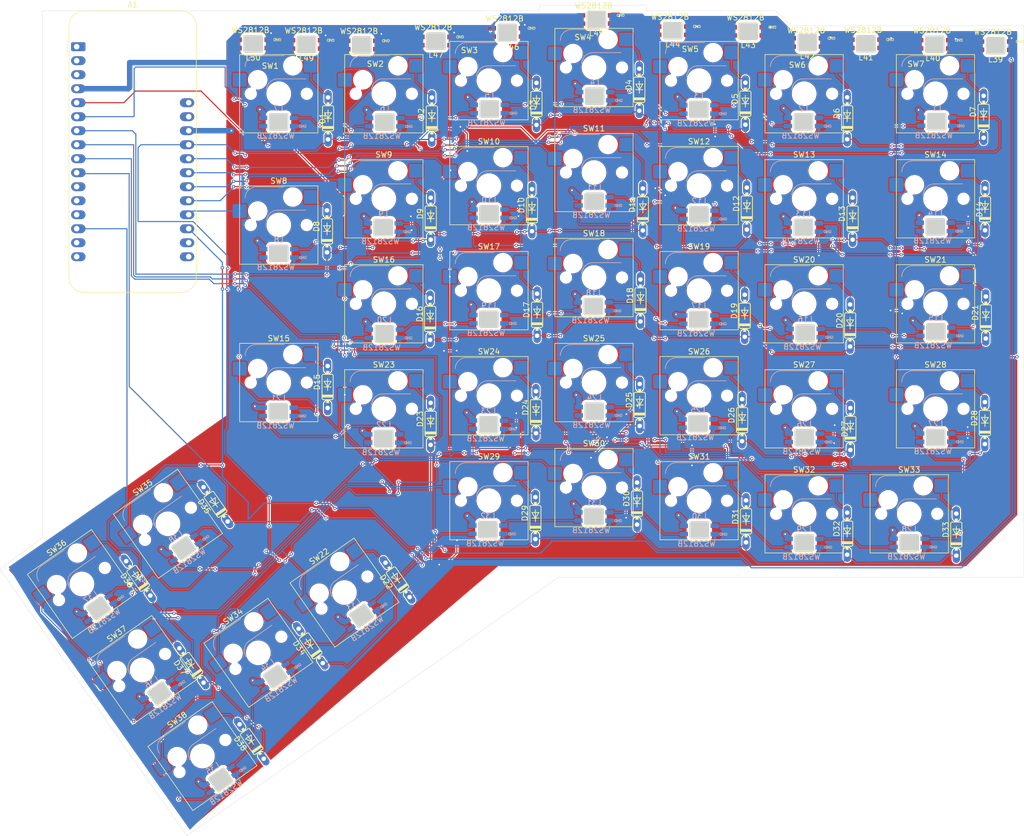
<source format=kicad_pcb>
(kicad_pcb (version 20241229) (generator "pcbnew") (generator_version "9.0")
  (layers (0 "F.Cu" signal) (2 "B.Cu" signal) (13 "F.Paste" user) (15 "B.Paste" user) (5 "F.SilkS" user "F.Silkscreen") (7 "B.SilkS" user "B.Silkscreen") (1 "F.Mask" user) (3 "B.Mask" user) (25 "Edge.Cuts" user))
  (net 0 "")
  (net 6 "COL5")
  (net 7 "COL6")
  (net 8 "ROW2")
  (net 9 "ROW1")
  (net 11 "ROW3")
  (net 12 "COL2")
  (net 13 "RGB")
  (net 15 "ROW5")
  (net 19 "ROW6")
  (net 20 "GND")
  (net 21 "COL7")
  (net 22 "COL4")
  (net 24 "ROW4")
  (net 26 "COL1")
  (net 27 "COL3")
  (net 28 "Net-(D1-A)")
  (net 29 "Net-(D2-A)")
  (net 30 "Net-(D3-A)")
  (net 31 "Net-(D4-A)")
  (net 32 "Net-(D5-A)")
  (net 33 "Net-(D6-A)")
  (net 34 "Net-(D7-A)")
  (net 35 "Net-(D8-A)")
  (net 36 "Net-(D9-A)")
  (net 37 "Net-(D10-A)")
  (net 38 "Net-(D11-A)")
  (net 39 "Net-(D12-A)")
  (net 40 "Net-(D13-A)")
  (net 41 "Net-(D14-A)")
  (net 42 "Net-(D15-A)")
  (net 43 "Net-(D16-A)")
  (net 44 "Net-(D17-A)")
  (net 45 "Net-(D18-A)")
  (net 46 "Net-(D19-A)")
  (net 47 "Net-(D20-A)")
  (net 48 "Net-(D21-A)")
  (net 49 "Net-(D22-A)")
  (net 50 "Net-(D23-A)")
  (net 51 "Net-(D24-A)")
  (net 52 "Net-(D25-A)")
  (net 53 "Net-(D26-A)")
  (net 54 "Net-(D27-A)")
  (net 55 "Net-(D28-A)")
  (net 56 "Net-(D29-A)")
  (net 57 "Net-(D30-A)")
  (net 58 "Net-(D31-A)")
  (net 59 "Net-(D32-A)")
  (net 60 "Net-(L1-DOUT)")
  (net 61 "+5V")
  (net 62 "Net-(L2-DOUT)")
  (net 63 "Net-(L3-DOUT)")
  (net 64 "Net-(L4-DOUT)")
  (net 65 "Net-(L5-DOUT)")
  (net 66 "Net-(L6-DOUT)")
  (net 67 "Net-(L7-DOUT)")
  (net 68 "Net-(L8-DOUT)")
  (net 69 "Net-(L10-DIN)")
  (net 70 "Net-(L10-DOUT)")
  (net 71 "Net-(L11-DOUT)")
  (net 72 "Net-(L12-DOUT)")
  (net 73 "Net-(L13-DOUT)")
  (net 74 "Net-(L14-DOUT)")
  (net 75 "Net-(L15-DOUT)")
  (net 76 "Net-(L16-DOUT)")
  (net 77 "Net-(L17-DOUT)")
  (net 78 "Net-(L18-DOUT)")
  (net 79 "Net-(L19-DOUT)")
  (net 80 "Net-(L20-DOUT)")
  (net 81 "Net-(L21-DOUT)")
  (net 82 "Net-(L22-DOUT)")
  (net 83 "Net-(L23-DOUT)")
  (net 84 "Net-(L24-DOUT)")
  (net 85 "Net-(L25-DOUT)")
  (net 86 "Net-(L26-DOUT)")
  (net 87 "Net-(L27-DOUT)")
  (net 88 "Net-(L28-DOUT)")
  (net 89 "Net-(L29-DOUT)")
  (net 90 "Net-(L30-DOUT)")
  (net 91 "Net-(L31-DOUT)")
  (net 92 "Net-(L32-DOUT)")
  (net 93 "Net-(L33-DOUT)")
  (net 94 "Net-(L34-DOUT)")
  (net 95 "Net-(L35-DOUT)")
  (net 96 "Net-(L36-DOUT)")
  (net 97 "Net-(L37-DOUT)")
  (net 98 "Net-(L38-DOUT)")
  (net 99 "Net-(L39-DOUT)")
  (net 100 "Net-(L40-DOUT)")
  (net 101 "Net-(L41-DOUT)")
  (net 102 "Net-(L42-DOUT)")
  (net 103 "Net-(L43-DOUT)")
  (net 104 "Net-(L44-DOUT)")
  (net 105 "Net-(L45-DOUT)")
  (net 106 "Net-(L46-DOUT)")
  (net 107 "Net-(L47-DOUT)")
  (net 108 "Net-(L48-DOUT)")
  (net 109 "Net-(L49-DOUT)")
  (net 111 "Net-(D33-A)")
  (net 112 "Net-(D34-A)")
  (net 113 "Net-(D35-A)")
  (net 114 "Net-(D36-A)")
  (net 115 "Net-(D37-A)")
  (net 116 "Net-(D38-A)")
  (footprint "diode1n4148:DO35-7" (layer "F.Cu") (at 162.81 55.19 90)
    (property "Reference" "D12")
    (property "Value" "D_45deg")
  )
  (footprint "Switch_Keyboard_Hotswap_Kailh:SW_Hotswap_Kailh_MX_1.00u" (layer "F.Cu") (at 42.261292 123.292482 35)
    (property "Reference" "SW36")
    (property "Value" "SW_Push")
  )
  (footprint "syssy:BAcklight" (layer "F.Cu") (at 73.31 25.32 180)
    (property "Reference" "L50")
    (property "Value" "WS2812B")
    (fp_poly (pts (arc (start 1.8 1.2005) (mid 1.682843 1.483343) (end 1.4 1.6005)) (xy 1.4 1.6) (xy -1.4 1.6) (arc (start -1.4065 1.6) (mid -1.684815 1.480719) (end -1.8 1.2005)) (xy -1.8 1.2) (arc (start -1.8 -1.2) (mid -1.682843 -1.482843) (end -1.4 -1.6)) (arc (start 1.4 -1.6) (mid 1.682843 -1.482843) (end 1.8 -1.2))) (fill yes) (layer "Edge.Cuts"))
  )
  (footprint "diode1n4148:DO35-7" (layer "F.Cu") (at 143.955 55.35 90)
    (property "Reference" "D11")
    (property "Value" "D_45deg")
  )
  (footprint "diode1n4148:DO35-7" (layer "F.Cu") (at 124.48 111.34 90)
    (property "Reference" "D29")
    (property "Value" "D_45deg")
  )
  (footprint "syssy:BAcklight" (layer "F.Cu") (at 207.91 25.64 180)
    (property "Reference" "L39")
    (property "Value" "WS2812B")
    (fp_poly (pts (arc (start 1.8 1.2005) (mid 1.682843 1.483343) (end 1.4 1.6005)) (xy 1.4 1.6) (xy -1.4 1.6) (arc (start -1.4065 1.6) (mid -1.684815 1.480719) (end -1.8 1.2005)) (xy -1.8 1.2) (arc (start -1.8 -1.2) (mid -1.682843 -1.482843) (end -1.4 -1.6)) (arc (start 1.4 -1.6) (mid 1.682843 -1.482843) (end 1.8 -1.2))) (fill yes) (layer "Edge.Cuts"))
  )
  (footprint "Switch_Keyboard_Hotswap_Kailh:SW_Hotswap_Kailh_MX_2.00u_90deg" (layer "F.Cu") (at 74.256086 135.77312 35)
    (property "Reference" "SW34")
    (property "Value" "SW_Push")
  )
  (footprint "diode1n4148:DO35-7" (layer "F.Cu") (at 62.129726 138.068659 125)
    (property "Reference" "D37")
    (property "Value" "D_45deg")
  )
  (footprint "diode1n4148:DO35-7" (layer "F.Cu") (at 52.48 122.27 125)
    (property "Reference" "D36")
    (property "Value" "D_45deg")
  )
  (footprint "diode1n4148:DO35-7" (layer "F.Cu") (at 143.32 33.63 90)
    (property "Reference" "D4")
    (property "Value" "D_45deg")
  )
  (footprint "diode1n4148:DO35-7" (layer "F.Cu") (at 162.55 36.16 90)
    (property "Reference" "D5")
    (property "Value" "D_45deg")
  )
  (footprint "Switch_Keyboard_Hotswap_Kailh:SW_Hotswap_Kailh_MX_1.00u" (layer "F.Cu") (at 64.114555 154.502175 35)
    (property "Reference" "SW38")
    (property "Value" "SW_Push")
  )
  (footprint "diode1n4148:DO35-7" (layer "F.Cu") (at 181.004682 38.808989 90)
    (property "Reference" "D6")
    (property "Value" "D_45deg")
  )
  (footprint "Switch_Keyboard_Hotswap_Kailh:SW_Hotswap_Kailh_MX_1.00u" (layer "F.Cu") (at 173.204682 91.508989)
    (property "Reference" "SW27")
    (property "Value" "SW_Push")
  )
  (footprint "Switch_Keyboard_Hotswap_Kailh:SW_Hotswap_Kailh_MX_1.50u_90deg" (layer "F.Cu") (at 77.954682 86.746489)
    (property "Reference" "SW15")
    (property "Value" "SW_Push")
  )
  (footprint "Switch_Keyboard_Hotswap_Kailh:SW_Hotswap_Kailh_MX_1.00u" (layer "F.Cu") (at 116.054682 70.077739)
    (property "Reference" "SW17")
    (property "Value" "SW_Push")
  )
  (footprint "Switch_Keyboard_Hotswap_Kailh:SW_Hotswap_Kailh_MX_1.00u" (layer "F.Cu") (at 135.104682 29.596489)
    (property "Reference" "SW4")
    (property "Value" "SW_Push")
  )
  (footprint "syssy:BAcklight" (layer "F.Cu") (at 106.45 24.81025 180)
    (property "Reference" "L47")
    (property "Value" "WS2812B")
    (fp_poly (pts (arc (start 1.8 1.2005) (mid 1.682843 1.483343) (end 1.4 1.6005)) (xy 1.4 1.6) (xy -1.4 1.6) (arc (start -1.4065 1.6) (mid -1.684815 1.480719) (end -1.8 1.2005)) (xy -1.8 1.2) (arc (start -1.8 -1.2) (mid -1.682843 -1.482843) (end -1.4 -1.6)) (arc (start 1.4 -1.6) (mid 1.682843 -1.482843) (end 1.8 -1.2))) (fill yes) (layer "Edge.Cuts"))
  )
  (footprint "Switch_Keyboard_Hotswap_Kailh:SW_Hotswap_Kailh_MX_2.00u_90deg" (layer "F.Cu") (at 89.860932 124.846489 35)
    (property "Reference" "SW22")
    (property "Value" "SW_Push")
  )
  (footprint "syssy:BAcklight" (layer "F.Cu") (at 93.004682 25.51 180)
    (property "Reference" "L48")
    (property "Value" "WS2812B")
    (fp_poly (pts (arc (start 1.8 1.2005) (mid 1.682843 1.483343) (end 1.4 1.6005)) (xy 1.4 1.6) (xy -1.4 1.6) (arc (start -1.4065 1.6) (mid -1.684815 1.480719) (end -1.8 1.2005)) (xy -1.8 1.2) (arc (start -1.8 -1.2) (mid -1.682843 -1.482843) (end -1.4 -1.6)) (arc (start 1.4 -1.6) (mid 1.682843 -1.482843) (end 1.8 -1.2))) (fill yes) (layer "Edge.Cuts"))
  )
  (footprint "syssy:BAcklight" (layer "F.Cu") (at 196.87 25.39025 180)
    (property "Reference" "L40")
    (property "Value" "WS2812B")
    (fp_poly (pts (arc (start 1.8 1.2005) (mid 1.682843 1.483343) (end 1.4 1.6005)) (xy 1.4 1.6) (xy -1.4 1.6) (arc (start -1.4065 1.6) (mid -1.684815 1.480719) (end -1.8 1.2005)) (xy -1.8 1.2) (arc (start -1.8 -1.2) (mid -1.682843 -1.482843) (end -1.4 -1.6)) (arc (start 1.4 -1.6) (mid 1.682843 -1.482843) (end 1.8 -1.2))) (fill yes) (layer "Edge.Cuts"))
  )
  (footprint "diode1n4148:DO35-7" (layer "F.Cu") (at 86.89 38.83 90)
    (property "Reference" "D1")
    (property "Value" "D_45deg")
  )
  (footprint "diode1n4148:DO35-7" (layer "F.Cu") (at 123.854682 55.477739 90)
    (property "Reference" "D10")
    (property "Value" "D_45deg")
  )
  (footprint "Switch_Keyboard_Hotswap_Kailh:SW_Hotswap_Kailh_MX_1.00u" (layer "F.Cu") (at 116.054682 51.027739)
    (property "Reference" "SW10")
    (property "Value" "SW_Push")
  )
  (footprint "Switch_Keyboard_Hotswap_Kailh:SW_Hotswap_Kailh_MX_1.00u" (layer "F.Cu") (at 173.204682 110.558989)
    (property "Reference" "SW32")
    (property "Value" "SW_Push")
  )
  (footprint "syssy:BAcklight" (layer "F.Cu") (at 163.06 23.04025 180)
    (property "Reference" "L43")
    (property "Value" "WS2812B")
    (fp_poly (pts (arc (start 1.8 1.2005) (mid 1.682843 1.483343) (end 1.4 1.6005)) (xy 1.4 1.6) (xy -1.4 1.6) (arc (start -1.4065 1.6) (mid -1.684815 1.480719) (end -1.8 1.2005)) (xy -1.8 1.2) (arc (start -1.8 -1.2) (mid -1.682843 -1.482843) (end -1.4 -1.6)) (arc (start 1.4 -1.6) (mid 1.682843 -1.482843) (end 1.8 -1.2))) (fill yes) (layer "Edge.Cuts"))
  )
  (footprint "Switch_Keyboard_Hotswap_Kailh:SW_Hotswap_Kailh_MX_1.00u" (layer "F.Cu") (at 173.204682 72.458989)
    (property "Reference" "SW20")
    (property "Value" "SW_Push")
  )
  (footprint "diode1n4148:DO35-7" (layer "F.Cu") (at 142.904682 108.696489 90)
    (property "Reference" "D30")
    (property "Value" "D_45deg")
  )
  (footprint "diode1n4148:DO35-7" (layer "F.Cu") (at 86.81 87.55 90)
    (property "Reference" "D15")
    (property "Value" "D_45deg")
  )
  (footprint "diode1n4148:DO35-7" (layer "F.Cu") (at 86.7 59.32 90)
    (property "Reference" "D8")
    (property "Value" "D_45deg")
  )
  (footprint "diode1n4148:DO35-7" (layer "F.Cu") (at 162.67 111.93 90)
    (property "Reference" "D31")
    (property "Value" "D_45deg")
  )
  (footprint "Switch_Keyboard_Hotswap_Kailh:SW_Hotswap_Kailh_MX_1.00u" (layer "F.Cu") (at 57.866139 112.365851 35)
    (property "Reference" "SW35")
    (property "Value" "SW_Push")
  )
  (footprint "Switch_Keyboard_Hotswap_Kailh:SW_Hotswap_Kailh_MX_1.00u" (layer "F.Cu") (at 173.204682 34.358989)
    (property "Reference" "SW6")
    (property "Value" "SW_Push")
  )
  (footprint "syssy:BAcklight" (layer "F.Cu") (at 135.56 20.89025 180)
    (property "Reference" "L45")
    (property "Value" "WS2812B")
    (fp_poly (pts (arc (start 1.8 1.2005) (mid 1.682843 1.483343) (end 1.4 1.6005)) (xy 1.4 1.6) (xy -1.4 1.6) (arc (start -1.4065 1.6) (mid -1.684815 1.480719) (end -1.8 1.2005)) (xy -1.8 1.2) (arc (start -1.8 -1.2) (mid -1.682843 -1.482843) (end -1.4 -1.6)) (arc (start 1.4 -1.6) (mid 1.682843 -1.482843) (end 1.8 -1.2))) (fill yes) (layer "Edge.Cuts"))
  )
  (footprint "diode1n4148:DO35-7" (layer "F.Cu") (at 206 55.32 90)
    (property "Reference" "D14")
    (property "Value" "D_45deg")
  )
  (footprint "diode1n4148:DO35-7" (layer "F.Cu") (at 124.68 36.2 90)
    (property "Reference" "D3")
    (property "Value" "D_45deg")
  )
  (footprint "Switch_Keyboard_Hotswap_Kailh:SW_Hotswap_Kailh_MX_1.50u_90deg" (layer "F.Cu") (at 77.954682 58.171489)
    (property "Reference" "SW8")
    (property "Value" "SW_Push")
  )
  (footprint "Switch_Keyboard_Hotswap_Kailh:SW_Hotswap_Kailh_MX_1.00u" (layer "F.Cu") (at 154.154682 51.027739)
    (property "Reference" "SW12")
    (property "Value" "SW_Push")
  )
  (footprint "diode1n4148:DO35-7" (layer "F.Cu") (at 105.5 57.02 90)
    (property "Reference" "D9")
    (property "Value" "D_45deg")
  )
  (footprint "diode1n4148:DO35-7" (layer "F.Cu") (at 66.5 108.84 125)
    (property "Reference" "D35")
    (property "Value" "D_45deg")
  )
  (footprint "diode1n4148:DO35-7" (layer "F.Cu") (at 124.79 74.44 90)
    (property "Reference" "D17")
    (property "Value" "D_45deg")
  )
  (footprint "diode1n4148:DO35-7" (layer "F.Cu") (at 105.7 38.84 90)
    (property "Reference" "D2")
    (property "Value" "D_45deg")
  )
  (footprint "Switch_Keyboard_Hotswap_Kailh:SW_Hotswap_Kailh_MX_1.00u" (layer "F.Cu") (at 154.154682 89.127739)
    (property "Reference" "SW26")
    (property "Value" "SW_Push")
  )
  (footprint "Switch_Keyboard_Hotswap_Kailh:SW_Hotswap_Kailh_MX_1.00u" (layer "F.Cu") (at 116.054682 89.127739)
    (property "Reference" "SW24")
    (property "Value" "SW_Push")
  )
  (footprint "diode1n4148:DO35-7" (layer "F.Cu") (at 105.48 94.24 90)
    (property "Reference" "D23")
    (property "Value" "D_45deg")
  )
  (footprint "syssy:BAcklight" (layer "F.Cu") (at 184.41 25.29 180)
    (property "Reference" "L41")
    (property "Value" "WS2812B")
    (fp_poly (pts (arc (start 1.8 1.2005) (mid 1.682843 1.483343) (end 1.4 1.6005)) (xy 1.4 1.6) (xy -1.4 1.6) (arc (start -1.4065 1.6) (mid -1.684815 1.480719) (end -1.8 1.2005)) (xy -1.8 1.2) (arc (start -1.8 -1.2) (mid -1.682843 -1.482843) (end -1.4 -1.6)) (arc (start 1.4 -1.6) (mid 1.682843 -1.482843) (end 1.8 -1.2))) (fill yes) (layer "Edge.Cuts"))
  )
  (footprint "Switch_Keyboard_Hotswap_Kailh:SW_Hotswap_Kailh_MX_1.00u" (layer "F.Cu") (at 77.954682 34.358989)
    (property "Reference" "SW1")
    (property "Value" "SW_Push")
  )
  (footprint "diode1n4148:DO35-7" (layer "F.Cu") (at 181.99 57.02 90)
    (property "Reference" "D13")
    (property "Value" "D_45deg")
  )
  (footprint "Switch_Keyboard_Hotswap_Kailh:SW_Hotswap_Kailh_MX_1.50u" (layer "F.Cu") (at 197.017182 91.508989)
    (property "Reference" "SW28")
    (property "Value" "SW_Push")
  )
  (footprint "Switch_Keyboard_Hotswap_Kailh:SW_Hotswap_Kailh_MX_1.00u" (layer "F.Cu") (at 53.187924 138.897328 35)
    (property "Reference" "SW37")
    (property "Value" "SW_Push")
  )
  (footprint "syssy:BAcklight" (layer "F.Cu") (at 82.98 25.41 180)
    (property "Reference" "L49")
    (property "Value" "WS2812B")
    (fp_poly (pts (arc (start 1.8 1.2005) (mid 1.682843 1.483343) (end 1.4 1.6005)) (xy 1.4 1.6) (xy -1.4 1.6) (arc (start -1.4065 1.6) (mid -1.684815 1.480719) (end -1.8 1.2005)) (xy -1.8 1.2) (arc (start -1.8 -1.2) (mid -1.682843 -1.482843) (end -1.4 -1.6)) (arc (start 1.4 -1.6) (mid 1.682843 -1.482843) (end 1.8 -1.2))) (fill yes) (layer "Edge.Cuts"))
  )
  (footprint "diode1n4148:DO35-7" (layer "F.Cu") (at 143.39 90.81 90)
    (property "Reference" "D25")
    (property "Value" "D_45deg")
  )
  (footprint "diode1n4148:DO35-7" (layer "F.Cu") (at 99.49 122.55 125)
    (property "Reference" "D22")
    (property "Value" "D_45deg")
  )
  (footprint "Switch_Keyboard_Hotswap_Kailh:SW_Hotswap_Kailh_MX_1.00u" (layer "F.Cu") (at 135.104682 105.796489)
    (property "Reference" "SW30")
    (property "Value" "SW_Push")
  )
  (footprint "diode1n4148:DO35-7" (layer "F.Cu") (at 200.79 114.34 90)
    (property "Reference" "D33")
    (property "Value" "D_45deg")
  )
  (footprint "syssy:BAcklight" (layer "F.Cu") (at 119.4 23.23025 180)
    (property "Reference" "L46")
    (property "Value" "WS2812B")
    (fp_poly (pts (arc (start 1.8 1.2005) (mid 1.682843 1.483343) (end 1.4 1.6005)) (xy 1.4 1.6) (xy -1.4 1.6) (arc (start -1.4065 1.6) (mid -1.684815 1.480719) (end -1.8 1.2005)) (xy -1.8 1.2) (arc (start -1.8 -1.2) (mid -1.682843 -1.482843) (end -1.4 -1.6)) (arc (start 1.4 -1.6) (mid 1.682843 -1.482843) (end 1.8 -1.2))) (fill yes) (layer "Edge.Cuts"))
  )
  (footprint "Switch_Keyboard_Hotswap_Kailh:SW_Hotswap_Kailh_MX_1.00u" (layer "F.Cu") (at 97.004682 34.358989)
    (property "Reference" "SW2")
    (property "Value" "SW_Push")
  )
  (footprint "Switch_Keyboard_Hotswap_Kailh:SW_Hotswap_Kailh_MX_1.00u" (layer "F.Cu") (at 97.004682 91.508989)
    (property "Reference" "SW23")
    (property "Value" "SW_Push")
  )
  (footprint "Switch_Keyboard_Hotswap_Kailh:SW_Hotswap_Kailh_MX_1.00u" (layer "F.Cu") (at 192.254682 110.558989)
    (property "Reference" "SW33")
    (property "Value" "SW_Push")
  )
  (footprint "syssy:BAcklight" (layer "F.Cu") (at 173.79 25.05 180)
    (property "Reference" "L42")
    (property "Value" "WS2812B")
    (fp_poly (pts (arc (start 1.8 1.2005) (mid 1.682843 1.483343) (end 1.4 1.6005)) (xy 1.4 1.6) (xy -1.4 1.6) (arc (start -1.4065 1.6) (mid -1.684815 1.480719) (end -1.8 1.2005)) (xy -1.8 1.2) (arc (start -1.8 -1.2) (mid -1.682843 -1.482843) (end -1.4 -1.6)) (arc (start 1.4 -1.6) (mid 1.682843 -1.482843) (end 1.8 -1.2))) (fill yes) (layer "Edge.Cuts"))
  )
  (footprint "Switch_Keyboard_Hotswap_Kailh:SW_Hotswap_Kailh_MX_1.00u" (layer "F.Cu") (at 154.154682 31.977739)
    (property "Reference" "SW5")
    (property "Value" "SW_Push")
  )
  (footprint "Module:Adafruit_Feather" (layer "F.Cu") (at 41.31 25.82)
    (property "Reference" "A1")
    (property "Value" "Adafruit_Feather_Generic")
  )
  (footprint "diode1n4148:DO35-7" (layer "F.Cu") (at 73.035326 151.870969 125)
    (property "Reference" "D38")
    (property "Value" "D_45deg")
  )
  (footprint "diode1n4148:DO35-7" (layer "F.Cu") (at 205.74 38.54 90)
    (property "Reference" "D7")
    (property "Value" "D_45deg")
  )
  (footprint "Switch_Keyboard_Hotswap_Kailh:SW_Hotswap_Kailh_MX_1.00u" (layer "F.Cu") (at 97.004682 72.458989)
    (property "Reference" "SW16")
    (property "Value" "SW_Push")
  )
  (footprint "Switch_Keyboard_Hotswap_Kailh:SW_Hotswap_Kailh_MX_1.00u" (layer "F.Cu") (at 135.104682 67.696489)
    (property "Reference" "SW18")
    (property "Value" "SW_Push")
  )
  (footprint "diode1n4148:DO35-7" (layer "F.Cu") (at 162.43 74.63 90)
    (property "Reference" "D19")
    (property "Value" "D_45deg")
  )
  (footprint "Switch_Keyboard_Hotswap_Kailh:SW_Hotswap_Kailh_MX_1.50u" (layer "F.Cu") (at 197.017182 53.408989)
    (property "Reference" "SW14")
    (property "Value" "SW_Push")
  )
  (footprint "Switch_Keyboard_Hotswap_Kailh:SW_Hotswap_Kailh_MX_1.00u" (layer "F.Cu") (at 154.154682 108.177739)
    (property "Reference" "SW31")
    (property "Value" "SW_Push")
  )
  (footprint "Switch_Keyboard_Hotswap_Kailh:SW_Hotswap_Kailh_MX_1.50u" (layer "F.Cu") (at 197.017182 72.458989)
    (property "Reference" "SW21")
    (property "Value" "SW_Push")
  )
  (footprint "Switch_Keyboard_Hotswap_Kailh:SW_Hotswap_Kailh_MX_1.50u" (layer "F.Cu") (at 197.017182 34.358989)
    (property "Reference" "SW7")
    (property "Value" "SW_Push")
  )
  (footprint "Switch_Keyboard_Hotswap_Kailh:SW_Hotswap_Kailh_MX_1.00u" (layer "F.Cu") (at 135.104682 48.646489)
    (property "Reference" "SW11")
    (property "Value" "SW_Push")
  )
  (footprint "diode1n4148:DO35-7" (layer "F.Cu") (at 161.954682 93.577739 90)
    (property "Reference" "D26")
    (property "Value" "D_45deg")
  )
  (footprint "Switch_Keyboard_Hotswap_Kailh:SW_Hotswap_Kailh_MX_1.00u" (layer "F.Cu") (at 154.154682 70.077739)
    (property "Reference" "SW19")
    (property "Value" "SW_Push")
  )
  (footprint "Switch_Keyboard_Hotswap_Kailh:SW_Hotswap_Kailh_MX_1.00u" (layer "F.Cu") (at 173.204682 53.408989)
    (property "Reference" "SW13")
    (property "Value" "SW_Push")
  )
  (footprint "Switch_Keyboard_Hotswap_Kailh:SW_Hotswap_Kailh_MX_1.00u" (layer "F.Cu") (at 116.054682 108.177739)
    (property "Reference" "SW29")
    (property "Value" "SW_Push")
  )
  (footprint "diode1n4148:DO35-7" (layer "F.Cu") (at 181.004682 114.16 90)
    (property "Reference" "D32")
    (property "Value" "D_45deg")
  )
  (footprint "diode1n4148:DO35-7" (layer "F.Cu") (at 124.59 92.14 90)
    (property "Reference" "D24")
    (property "Value" "D_45deg")
  )
  (footprint "syssy:BAcklight" (layer "F.Cu") (at 149.38 22.92 180)
    (property "Reference" "L44")
    (property "Value" "WS2812B")
    (fp_poly (pts (arc (start 1.8 1.2005) (mid 1.682843 1.483343) (end 1.4 1.6005)) (xy 1.4 1.6) (xy -1.4 1.6) (arc (start -1.4065 1.6) (mid -1.684815 1.480719) (end -1.8 1.2005)) (xy -1.8 1.2) (arc (start -1.8 -1.2) (mid -1.682843 -1.482843) (end -1.4 -1.6)) (arc (start 1.4 -1.6) (mid 1.682843 -1.482843) (end 1.8 -1.2))) (fill yes) (layer "Edge.Cuts"))
  )
  (footprint "Switch_Keyboard_Hotswap_Kailh:SW_Hotswap_Kailh_MX_1.00u" (layer "F.Cu") (at 97.004682 53.408989)
    (property "Reference" "SW9")
    (property "Value" "SW_Push")
  )
  (footprint "diode1n4148:DO35-7" (layer "F.Cu") (at 83.75 134.52 125)
    (property "Reference" "D34")
    (property "Value" "D_45deg")
  )
  (footprint "diode1n4148:DO35-7" (layer "F.Cu") (at 143.53 71.86 90)
    (property "Reference" "D18")
    (property "Value" "D_45deg")
  )
  (footprint "diode1n4148:DO35-7" (layer "F.Cu") (at 181.58 95.17 90)
    (property "Reference" "D27")
    (property "Value" "D_45deg")
  )
  (footprint "Switch_Keyboard_Hotswap_Kailh:SW_Hotswap_Kailh_MX_1.00u" (layer "F.Cu") (at 135.104682 86.746489)
    (property "Reference" "SW25")
    (property "Value" "SW_Push")
  )
  (footprint "diode1n4148:DO35-7" (layer "F.Cu") (at 105.4 75.2 90)
    (property "Reference" "D16")
    (property "Value" "D_45deg")
  )
  (footprint "diode1n4148:DO35-7" (layer "F.Cu") (at 181.54 76.4 90)
    (property "Reference" "D20")
    (property "Value" "D_45deg")
  )
  (footprint "diode1n4148:DO35-7" (layer "F.Cu") (at 205.97 94.1 90)
    (property "Reference" "D28")
    (property "Value" "D_45deg")
  )
  (footprint "diode1n4148:DO35-7" (layer "F.Cu") (at 206.14 74.95 90)
    (property "Reference" "D21")
    (property "Value" "D_45deg")
  )
  (footprint "Switch_Keyboard_Hotswap_Kailh:SW_Hotswap_Kailh_MX_1.00u" (layer "F.Cu") (at 116.054682 31.977739)
    (property "Reference" "SW3")
    (property "Value" "SW_Push")
  )
  (footprint "syssy:BAcklight" (layer "B.Cu") (at 97.1 77.89 180)
    (property "Reference" "L20")
    (property "Value" "WS2812B")
    (fp_poly (pts (arc (start 1.8 -1.2005) (mid 1.682843 -1.483343) (end 1.4 -1.6005)) (xy 1.4 -1.6) (xy -1.4 -1.6) (arc (start -1.4065 -1.6) (mid -1.684815 -1.480719) (end -1.8 -1.2005)) (xy -1.8 -1.2) (arc (start -1.8 1.2) (mid -1.682843 1.482843) (end -1.4 1.6)) (arc (start 1.4 1.6) (mid 1.682843 1.482843) (end 1.8 1.2))) (fill yes) (layer "Edge.Cuts"))
  )
  (footprint "syssy:BAcklight" (layer "B.Cu") (at 192.25 115.82 180)
    (property "Reference" "L28")
    (property "Value" "WS2812B")
    (fp_poly (pts (arc (start 1.8 -1.2005) (mid 1.682843 -1.483343) (end 1.4 -1.6005)) (xy 1.4 -1.6) (xy -1.4 -1.6) (arc (start -1.4065 -1.6) (mid -1.684815 -1.480719) (end -1.8 -1.2005)) (xy -1.8 -1.2) (arc (start -1.8 1.2) (mid -1.682843 1.482843) (end -1.4 1.6)) (arc (start 1.4 1.6) (mid 1.682843 1.482843) (end 1.8 1.2))) (fill yes) (layer "Edge.Cuts"))
  )
  (footprint "syssy:BAcklight" (layer "B.Cu") (at 97.17 39.52 180)
    (property "Reference" "L6")
    (property "Value" "WS2812B")
    (fp_poly (pts (arc (start 1.8 -1.2005) (mid 1.682843 -1.483343) (end 1.4 -1.6005)) (xy 1.4 -1.6) (xy -1.4 -1.6) (arc (start -1.4065 -1.6) (mid -1.684815 -1.480719) (end -1.8 -1.2005)) (xy -1.8 -1.2) (arc (start -1.8 1.2) (mid -1.682843 1.482843) (end -1.4 1.6)) (arc (start 1.4 1.6) (mid 1.682843 1.482843) (end 1.8 1.2))) (fill yes) (layer "Edge.Cuts"))
  )
  (footprint "syssy:BAcklight" (layer "B.Cu") (at 135.1 111.04 180)
    (property "Reference" "L31")
    (property "Value" "WS2812B")
    (fp_poly (pts (arc (start 1.8 -1.2005) (mid 1.682843 -1.483343) (end 1.4 -1.6005)) (xy 1.4 -1.6) (xy -1.4 -1.6) (arc (start -1.4065 -1.6) (mid -1.684815 -1.480719) (end -1.8 -1.2005)) (xy -1.8 -1.2) (arc (start -1.8 1.2) (mid -1.682843 1.482843) (end -1.4 1.6)) (arc (start 1.4 1.6) (mid 1.682843 1.482843) (end 1.8 1.2))) (fill yes) (layer "Edge.Cuts"))
  )
  (footprint "syssy:BAcklight" (layer "B.Cu") (at 92.97 129.06 -145)
    (property "Reference" "L33")
    (property "Value" "WS2812B")
    (fp_poly (pts (arc (start 1.8 -1.2005) (mid 1.682844 -1.483343) (end 1.4 -1.6005)) (xy 1.4 -1.6) (xy -1.4 -1.6) (arc (start -1.4065 -1.6) (mid -1.684815 -1.480719) (end -1.8 -1.2005)) (xy -1.8 -1.2) (arc (start -1.8 1.2) (mid -1.682843 1.482843) (end -1.4 1.6)) (arc (start 1.4 1.6) (mid 1.682843 1.482843) (end 1.8 1.2))) (fill yes) (layer "Edge.Cuts"))
  )
  (footprint "syssy:BAcklight" (layer "B.Cu") (at 197.05 96.73 180)
    (property "Reference" "L27")
    (property "Value" "WS2812B")
    (fp_poly (pts (arc (start 1.8 -1.2005) (mid 1.682843 -1.483343) (end 1.4 -1.6005)) (xy 1.4 -1.6) (xy -1.4 -1.6) (arc (start -1.4065 -1.6) (mid -1.684815 -1.480719) (end -1.8 -1.2005)) (xy -1.8 -1.2) (arc (start -1.8 1.2) (mid -1.682843 1.482843) (end -1.4 1.6)) (arc (start 1.4 1.6) (mid 1.682843 1.482843) (end 1.8 1.2))) (fill yes) (layer "Edge.Cuts"))
  )
  (footprint "syssy:BAcklight" (layer "B.Cu") (at 173.07 58.61 180)
    (property "Reference" "L13")
    (property "Value" "WS2812B")
    (fp_poly (pts (arc (start 1.8 -1.2005) (mid 1.682843 -1.483343) (end 1.4 -1.6005)) (xy 1.4 -1.6) (xy -1.4 -1.6) (arc (start -1.4065 -1.6) (mid -1.684815 -1.480719) (end -1.8 -1.2005)) (xy -1.8 -1.2) (arc (start -1.8 1.2) (mid -1.682843 1.482843) (end -1.4 1.6)) (arc (start 1.4 1.6) (mid 1.682843 1.482843) (end 1.8 1.2))) (fill yes) (layer "Edge.Cuts"))
  )
  (footprint "syssy:BAcklight" (layer "B.Cu") (at 77.86 92.05 180)
    (property "Reference" "L21")
    (property "Value" "WS2812B")
    (fp_poly (pts (arc (start 1.8 -1.2005) (mid 1.682843 -1.483343) (end 1.4 -1.6005)) (xy 1.4 -1.6) (xy -1.4 -1.6) (arc (start -1.4065 -1.6) (mid -1.684815 -1.480719) (end -1.8 -1.2005)) (xy -1.8 -1.2) (arc (start -1.8 1.2) (mid -1.682843 1.482843) (end -1.4 1.6)) (arc (start 1.4 1.6) (mid 1.682843 1.482843) (end 1.8 1.2))) (fill yes) (layer "Edge.Cuts"))
  )
  (footprint "syssy:BAcklight" (layer "B.Cu") (at 154.1 75.33 180)
    (property "Reference" "L17")
    (property "Value" "WS2812B")
    (fp_poly (pts (arc (start 1.8 -1.2005) (mid 1.682843 -1.483343) (end 1.4 -1.6005)) (xy 1.4 -1.6) (xy -1.4 -1.6) (arc (start -1.4065 -1.6) (mid -1.684815 -1.480719) (end -1.8 -1.2005)) (xy -1.8 -1.2) (arc (start -1.8 1.2) (mid -1.682843 1.482843) (end -1.4 1.6)) (arc (start 1.4 1.6) (mid 1.682843 1.482843) (end 1.8 1.2))) (fill yes) (layer "Edge.Cuts"))
  )
  (footprint "syssy:BAcklight" (layer "B.Cu") (at 45.27 127.7 -145)
    (property "Reference" "L37")
    (property "Value" "WS2812B")
    (fp_poly (pts (arc (start 1.8 -1.2005) (mid 1.682844 -1.483343) (end 1.4 -1.6005)) (xy 1.4 -1.6) (xy -1.4 -1.6) (arc (start -1.4065 -1.6) (mid -1.684815 -1.480719) (end -1.8 -1.2005)) (xy -1.8 -1.2) (arc (start -1.8 1.2) (mid -1.682843 1.482843) (end -1.4 1.6)) (arc (start 1.4 1.6) (mid 1.682843 1.482843) (end 1.8 1.2))) (fill yes) (layer "Edge.Cuts"))
  )
  (footprint "syssy:BAcklight" (layer "B.Cu") (at 154.14 56.32 180)
    (property "Reference" "L12")
    (property "Value" "WS2812B")
    (fp_poly (pts (arc (start 1.8 -1.2005) (mid 1.682843 -1.483343) (end 1.4 -1.6005)) (xy 1.4 -1.6) (xy -1.4 -1.6) (arc (start -1.4065 -1.6) (mid -1.684815 -1.480719) (end -1.8 -1.2005)) (xy -1.8 -1.2) (arc (start -1.8 1.2) (mid -1.682843 1.482843) (end -1.4 1.6)) (arc (start 1.4 1.6) (mid 1.682843 1.482843) (end 1.8 1.2))) (fill yes) (layer "Edge.Cuts"))
  )
  (footprint "syssy:BAcklight" (layer "B.Cu") (at 173.08 39.47 180)
    (property "Reference" "L2")
    (property "Value" "WS2812B")
    (fp_poly (pts (arc (start 1.8 -1.2005) (mid 1.682843 -1.483343) (end 1.4 -1.6005)) (xy 1.4 -1.6) (xy -1.4 -1.6) (arc (start -1.4065 -1.6) (mid -1.684815 -1.480719) (end -1.8 -1.2005)) (xy -1.8 -1.2) (arc (start -1.8 1.2) (mid -1.682843 1.482843) (end -1.4 1.6)) (arc (start 1.4 1.6) (mid 1.682843 1.482843) (end 1.8 1.2))) (fill yes) (layer "Edge.Cuts"))
  )
  (footprint "syssy:BAcklight" (layer "B.Cu") (at 197.08 77.52 180)
    (property "Reference" "L15")
    (property "Value" "WS2812B")
    (fp_poly (pts (arc (start 1.8 -1.2005) (mid 1.682843 -1.483343) (end 1.4 -1.6005)) (xy 1.4 -1.6) (xy -1.4 -1.6) (arc (start -1.4065 -1.6) (mid -1.684815 -1.480719) (end -1.8 -1.2005)) (xy -1.8 -1.2) (arc (start -1.8 1.2) (mid -1.682843 1.482843) (end -1.4 1.6)) (arc (start 1.4 1.6) (mid 1.682843 1.482843) (end 1.8 1.2))) (fill yes) (layer "Edge.Cuts"))
  )
  (footprint "syssy:BAcklight" (layer "B.Cu") (at 135.16 91.95 180)
    (property "Reference" "L24")
    (property "Value" "WS2812B")
    (fp_poly (pts (arc (start 1.8 -1.2005) (mid 1.682843 -1.483343) (end 1.4 -1.6005)) (xy 1.4 -1.6) (xy -1.4 -1.6) (arc (start -1.4065 -1.6) (mid -1.684815 -1.480719) (end -1.8 -1.2005)) (xy -1.8 -1.2) (arc (start -1.8 1.2) (mid -1.682843 1.482843) (end -1.4 1.6)) (arc (start 1.4 1.6) (mid 1.682843 1.482843) (end 1.8 1.2))) (fill yes) (layer "Edge.Cuts"))
  )
  (footprint "syssy:BAcklight" (layer "B.Cu") (at 116.07 56.12 180)
    (property "Reference" "L10")
    (property "Value" "WS2812B")
    (fp_poly (pts (arc (start 1.8 -1.2005) (mid 1.682843 -1.483343) (end 1.4 -1.6005)) (xy 1.4 -1.6) (xy -1.4 -1.6) (arc (start -1.4065 -1.6) (mid -1.684815 -1.480719) (end -1.8 -1.2005)) (xy -1.8 -1.2) (arc (start -1.8 1.2) (mid -1.682843 1.482843) (end -1.4 1.6)) (arc (start 1.4 1.6) (mid 1.682843 1.482843) (end 1.8 1.2))) (fill yes) (layer "Edge.Cuts"))
  )
  (footprint "syssy:BAcklight" (layer "B.Cu") (at 135.13 53.86 180)
    (property "Reference" "L11")
    (property "Value" "WS2812B")
    (fp_poly (pts (arc (start 1.8 -1.2005) (mid 1.682843 -1.483343) (end 1.4 -1.6005)) (xy 1.4 -1.6) (xy -1.4 -1.6) (arc (start -1.4065 -1.6) (mid -1.684815 -1.480719) (end -1.8 -1.2005)) (xy -1.8 -1.2) (arc (start -1.8 1.2) (mid -1.682843 1.482843) (end -1.4 1.6)) (arc (start 1.4 1.6) (mid 1.682843 1.482843) (end 1.8 1.2))) (fill yes) (layer "Edge.Cuts"))
  )
  (footprint "syssy:BAcklight" (layer "B.Cu") (at 56.35 143.17 -145)
    (property "Reference" "L36")
    (property "Value" "WS2812B")
    (fp_poly (pts (arc (start 1.8 -1.2005) (mid 1.682844 -1.483343) (end 1.4 -1.6005)) (xy 1.4 -1.6) (xy -1.4 -1.6) (arc (start -1.4065 -1.6) (mid -1.684815 -1.480719) (end -1.8 -1.2005)) (xy -1.8 -1.2) (arc (start -1.8 1.2) (mid -1.682843 1.482843) (end -1.4 1.6)) (arc (start 1.4 1.6) (mid 1.682843 1.482843) (end 1.8 1.2))) (fill yes) (layer "Edge.Cuts"))
  )
  (footprint "syssy:BAcklight" (layer "B.Cu") (at 115.98 94.4 180)
    (property "Reference" "L23")
    (property "Value" "WS2812B")
    (fp_poly (pts (arc (start 1.8 -1.2005) (mid 1.682843 -1.483343) (end 1.4 -1.6005)) (xy 1.4 -1.6) (xy -1.4 -1.6) (arc (start -1.4065 -1.6) (mid -1.684815 -1.480719) (end -1.8 -1.2005)) (xy -1.8 -1.2) (arc (start -1.8 1.2) (mid -1.682843 1.482843) (end -1.4 1.6)) (arc (start 1.4 1.6) (mid 1.682843 1.482843) (end 1.8 1.2))) (fill yes) (layer "Edge.Cuts"))
  )
  (footprint "syssy:BAcklight" (layer "B.Cu") (at 173.204682 115.85 180)
    (property "Reference" "L29")
    (property "Value" "WS2812B")
    (fp_poly (pts (arc (start 1.8 -1.2005) (mid 1.682843 -1.483343) (end 1.4 -1.6005)) (xy 1.4 -1.6) (xy -1.4 -1.6) (arc (start -1.4065 -1.6) (mid -1.684815 -1.480719) (end -1.8 -1.2005)) (xy -1.8 -1.2) (arc (start -1.8 1.2) (mid -1.682843 1.482843) (end -1.4 1.6)) (arc (start 1.4 1.6) (mid 1.682843 1.482843) (end 1.8 1.2))) (fill yes) (layer "Edge.Cuts"))
  )
  (footprint "syssy:BAcklight" (layer "B.Cu") (at 135.23 34.8 180)
    (property "Reference" "L4")
    (property "Value" "WS2812B")
    (fp_poly (pts (arc (start 1.8 -1.2005) (mid 1.682843 -1.483343) (end 1.4 -1.6005)) (xy 1.4 -1.6) (xy -1.4 -1.6) (arc (start -1.4065 -1.6) (mid -1.684815 -1.480719) (end -1.8 -1.2005)) (xy -1.8 -1.2) (arc (start -1.8 1.2) (mid -1.682843 1.482843) (end -1.4 1.6)) (arc (start 1.4 1.6) (mid 1.682843 1.482843) (end 1.8 1.2))) (fill yes) (layer "Edge.Cuts"))
  )
  (footprint "syssy:BAcklight" (layer "B.Cu") (at 197.23 39.42 180)
    (property "Reference" "L1")
    (property "Value" "WS2812B")
    (fp_poly (pts (arc (start 1.8 -1.2005) (mid 1.682843 -1.483343) (end 1.4 -1.6005)) (xy 1.4 -1.6) (xy -1.4 -1.6) (arc (start -1.4065 -1.6) (mid -1.684815 -1.480719) (end -1.8 -1.2005)) (xy -1.8 -1.2) (arc (start -1.8 1.2) (mid -1.682843 1.482843) (end -1.4 1.6)) (arc (start 1.4 1.6) (mid 1.682843 1.482843) (end 1.8 1.2))) (fill yes) (layer "Edge.Cuts"))
  )
  (footprint "syssy:BAcklight" (layer "B.Cu") (at 153.97 94.19 180)
    (property "Reference" "L25")
    (property "Value" "WS2812B")
    (fp_poly (pts (arc (start 1.8 -1.2005) (mid 1.682843 -1.483343) (end 1.4 -1.6005)) (xy 1.4 -1.6) (xy -1.4 -1.6) (arc (start -1.4065 -1.6) (mid -1.684815 -1.480719) (end -1.8 -1.2005)) (xy -1.8 -1.2) (arc (start -1.8 1.2) (mid -1.682843 1.482843) (end -1.4 1.6)) (arc (start 1.4 1.6) (mid 1.682843 1.482843) (end 1.8 1.2))) (fill yes) (layer "Edge.Cuts"))
  )
  (footprint "syssy:BAcklight" (layer "B.Cu") (at 116.13 37.12 180)
    (property "Reference" "L5")
    (property "Value" "WS2812B")
    (fp_poly (pts (arc (start 1.8 -1.2005) (mid 1.682843 -1.483343) (end 1.4 -1.6005)) (xy 1.4 -1.6) (xy -1.4 -1.6) (arc (start -1.4065 -1.6) (mid -1.684815 -1.480719) (end -1.8 -1.2005)) (xy -1.8 -1.2) (arc (start -1.8 1.2) (mid -1.682843 1.482843) (end -1.4 1.6)) (arc (start 1.4 1.6) (mid 1.682843 1.482843) (end 1.8 1.2))) (fill yes) (layer "Edge.Cuts"))
  )
  (footprint "syssy:BAcklight" (layer "B.Cu") (at 173.39 77.77 180)
    (property "Reference" "L16")
    (property "Value" "WS2812B")
    (fp_poly (pts (arc (start 1.8 -1.2005) (mid 1.682843 -1.483343) (end 1.4 -1.6005)) (xy 1.4 -1.6) (xy -1.4 -1.6) (arc (start -1.4065 -1.6) (mid -1.684815 -1.480719) (end -1.8 -1.2005)) (xy -1.8 -1.2) (arc (start -1.8 1.2) (mid -1.682843 1.482843) (end -1.4 1.6)) (arc (start 1.4 1.6) (mid 1.682843 1.482843) (end 1.8 1.2))) (fill yes) (layer "Edge.Cuts"))
  )
  (footprint "syssy:BAcklight" (layer "B.Cu") (at 96.89 58.63 180)
    (property "Reference" "L9")
    (property "Value" "WS2812B")
    (fp_poly (pts (arc (start 1.8 -1.2005) (mid 1.682843 -1.483343) (end 1.4 -1.6005)) (xy 1.4 -1.6) (xy -1.4 -1.6) (arc (start -1.4065 -1.6) (mid -1.684815 -1.480719) (end -1.8 -1.2005)) (xy -1.8 -1.2) (arc (start -1.8 1.2) (mid -1.682843 1.482843) (end -1.4 1.6)) (arc (start 1.4 1.6) (mid 1.682843 1.482843) (end 1.8 1.2))) (fill yes) (layer "Edge.Cuts"))
  )
  (footprint "syssy:BAcklight" (layer "B.Cu") (at 116.04 75.26 180)
    (property "Reference" "L19")
    (property "Value" "WS2812B")
    (fp_poly (pts (arc (start 1.8 -1.2005) (mid 1.682843 -1.483343) (end 1.4 -1.6005)) (xy 1.4 -1.6) (xy -1.4 -1.6) (arc (start -1.4065 -1.6) (mid -1.684815 -1.480719) (end -1.8 -1.2005)) (xy -1.8 -1.2) (arc (start -1.8 1.2) (mid -1.682843 1.482843) (end -1.4 1.6)) (arc (start 1.4 1.6) (mid 1.682843 1.482843) (end 1.8 1.2))) (fill yes) (layer "Edge.Cuts"))
  )
  (footprint "syssy:BAcklight" (layer "B.Cu") (at 196.98 58.51 180)
    (property "Reference" "L14")
    (property "Value" "WS2812B")
    (fp_poly (pts (arc (start 1.8 -1.2005) (mid 1.682843 -1.483343) (end 1.4 -1.6005)) (xy 1.4 -1.6) (xy -1.4 -1.6) (arc (start -1.4065 -1.6) (mid -1.684815 -1.480719) (end -1.8 -1.2005)) (xy -1.8 -1.2) (arc (start -1.8 1.2) (mid -1.682843 1.482843) (end -1.4 1.6)) (arc (start 1.4 1.6) (mid 1.682843 1.482843) (end 1.8 1.2))) (fill yes) (layer "Edge.Cuts"))
  )
  (footprint "syssy:BAcklight" (layer "B.Cu") (at 67.41 158.78 -145)
    (property "Reference" "L35")
    (property "Value" "WS2812B")
    (fp_poly (pts (arc (start 1.8 -1.2005) (mid 1.682844 -1.483343) (end 1.4 -1.6005)) (xy 1.4 -1.6) (xy -1.4 -1.6) (arc (start -1.4065 -1.6) (mid -1.684815 -1.480719) (end -1.8 -1.2005)) (xy -1.8 -1.2) (arc (start -1.8 1.2) (mid -1.682843 1.482843) (end -1.4 1.6)) (arc (start 1.4 1.6) (mid 1.682843 1.482843) (end 1.8 1.2))) (fill yes) (layer "Edge.Cuts"))
  )
  (footprint "syssy:BAcklight" (layer "B.Cu") (at 154.2 113.49 180)
    (property "Reference" "L30")
    (property "Value" "WS2812B")
    (fp_poly (pts (arc (start 1.8 -1.2005) (mid 1.682843 -1.483343) (end 1.4 -1.6005)) (xy 1.4 -1.6) (xy -1.4 -1.6) (arc (start -1.4065 -1.6) (mid -1.684815 -1.480719) (end -1.8 -1.2005)) (xy -1.8 -1.2) (arc (start -1.8 1.2) (mid -1.682843 1.482843) (end -1.4 1.6)) (arc (start 1.4 1.6) (mid 1.682843 1.482843) (end 1.8 1.2))) (fill yes) (layer "Edge.Cuts"))
  )
  (footprint "syssy:BAcklight" (layer "B.Cu") (at 77.36 140.08 -145)
    (property "Reference" "L34")
    (property "Value" "WS2812B")
    (fp_poly (pts (arc (start 1.8 -1.2005) (mid 1.682844 -1.483343) (end 1.4 -1.6005)) (xy 1.4 -1.6) (xy -1.4 -1.6) (arc (start -1.4065 -1.6) (mid -1.684815 -1.480719) (end -1.8 -1.2005)) (xy -1.8 -1.2) (arc (start -1.8 1.2) (mid -1.682843 1.482843) (end -1.4 1.6)) (arc (start 1.4 1.6) (mid 1.682843 1.482843) (end 1.8 1.2))) (fill yes) (layer "Edge.Cuts"))
  )
  (footprint "syssy:BAcklight" (layer "B.Cu") (at 96.99 96.89 180)
    (property "Reference" "L22")
    (property "Value" "WS2812B")
    (fp_poly (pts (arc (start 1.8 -1.2005) (mid 1.682843 -1.483343) (end 1.4 -1.6005)) (xy 1.4 -1.6) (xy -1.4 -1.6) (arc (start -1.4065 -1.6) (mid -1.684815 -1.480719) (end -1.8 -1.2005)) (xy -1.8 -1.2) (arc (start -1.8 1.2) (mid -1.682843 1.482843) (end -1.4 1.6)) (arc (start 1.4 1.6) (mid 1.682843 1.482843) (end 1.8 1.2))) (fill yes) (layer "Edge.Cuts"))
  )
  (footprint "syssy:BAcklight" (layer "B.Cu") (at 154.11 37.21 180)
    (property "Reference" "L3")
    (property "Value" "WS2812B")
    (fp_poly (pts (arc (start 1.8 -1.2005) (mid 1.682843 -1.483343) (end 1.4 -1.6005)) (xy 1.4 -1.6) (xy -1.4 -1.6) (arc (start -1.4065 -1.6) (mid -1.684815 -1.480719) (end -1.8 -1.2005)) (xy -1.8 -1.2) (arc (start -1.8 1.2) (mid -1.682843 1.482843) (end -1.4 1.6)) (arc (start 1.4 1.6) (mid 1.682843 1.482843) (end 1.8 1.2))) (fill yes) (layer "Edge.Cuts"))
  )
  (footprint "syssy:BAcklight" (layer "B.Cu") (at 77.954682 63.31 180)
    (property "Reference" "L8")
    (property "Value" "WS2812B")
    (fp_poly (pts (arc (start 1.8 -1.2005) (mid 1.682843 -1.483343) (end 1.4 -1.6005)) (xy 1.4 -1.6) (xy -1.4 -1.6) (arc (start -1.4065 -1.6) (mid -1.684815 -1.480719) (end -1.8 -1.2005)) (xy -1.8 -1.2) (arc (start -1.8 1.2) (mid -1.682843 1.482843) (end -1.4 1.6)) (arc (start 1.4 1.6) (mid 1.682843 1.482843) (end 1.8 1.2))) (fill yes) (layer "Edge.Cuts"))
  )
  (footprint "syssy:BAcklight" (layer "B.Cu") (at 173.24 96.77 180)
    (property "Reference" "L26")
    (property "Value" "WS2812B")
    (fp_poly (pts (arc (start 1.8 -1.2005) (mid 1.682843 -1.483343) (end 1.4 -1.6005)) (xy 1.4 -1.6) (xy -1.4 -1.6) (arc (start -1.4065 -1.6) (mid -1.684815 -1.480719) (end -1.8 -1.2005)) (xy -1.8 -1.2) (arc (start -1.8 1.2) (mid -1.682843 1.482843) (end -1.4 1.6)) (arc (start 1.4 1.6) (mid 1.682843 1.482843) (end 1.8 1.2))) (fill yes) (layer "Edge.Cuts"))
  )
  (footprint "syssy:BAcklight" (layer "B.Cu") (at 115.87 113.44 180)
    (property "Reference" "L32")
    (property "Value" "WS2812B")
    (fp_poly (pts (arc (start 1.8 -1.2005) (mid 1.682843 -1.483343) (end 1.4 -1.6005)) (xy 1.4 -1.6) (xy -1.4 -1.6) (arc (start -1.4065 -1.6) (mid -1.684815 -1.480719) (end -1.8 -1.2005)) (xy -1.8 -1.2) (arc (start -1.8 1.2) (mid -1.682843 1.482843) (end -1.4 1.6)) (arc (start 1.4 1.6) (mid 1.682843 1.482843) (end 1.8 1.2))) (fill yes) (layer "Edge.Cuts"))
  )
  (footprint "syssy:BAcklight" (layer "B.Cu") (at 60.73 116.8 -145)
    (property "Reference" "L38")
    (property "Value" "WS2812B")
    (fp_poly (pts (arc (start 1.8 -1.2005) (mid 1.682844 -1.483343) (end 1.4 -1.6005)) (xy 1.4 -1.6) (xy -1.4 -1.6) (arc (start -1.4065 -1.6) (mid -1.684815 -1.480719) (end -1.8 -1.2005)) (xy -1.8 -1.2) (arc (start -1.8 1.2) (mid -1.682843 1.482843) (end -1.4 1.6)) (arc (start 1.4 1.6) (mid 1.682843 1.482843) (end 1.8 1.2))) (fill yes) (layer "Edge.Cuts"))
  )
  (footprint "syssy:BAcklight" (layer "B.Cu") (at 134.99 72.96 180)
    (property "Reference" "L18")
    (property "Value" "WS2812B")
    (fp_poly (pts (arc (start 1.8 -1.2005) (mid 1.682843 -1.483343) (end 1.4 -1.6005)) (xy 1.4 -1.6) (xy -1.4 -1.6) (arc (start -1.4065 -1.6) (mid -1.684815 -1.480719) (end -1.8 -1.2005)) (xy -1.8 -1.2) (arc (start -1.8 1.2) (mid -1.682843 1.482843) (end -1.4 1.6)) (arc (start 1.4 1.6) (mid 1.682843 1.482843) (end 1.8 1.2))) (fill yes) (layer "Edge.Cuts"))
  )
  (footprint "syssy:BAcklight" (layer "B.Cu") (at 77.91 39.48 180)
    (property "Reference" "L7")
    (property "Value" "WS2812B")
    (fp_poly (pts (arc (start 1.8 -1.2005) (mid 1.682843 -1.483343) (end 1.4 -1.6005)) (xy 1.4 -1.6) (xy -1.4 -1.6) (arc (start -1.4065 -1.6) (mid -1.684815 -1.480719) (end -1.8 -1.2005)) (xy -1.8 -1.2) (arc (start -1.8 1.2) (mid -1.682843 1.482843) (end -1.4 1.6)) (arc (start 1.4 1.6) (mid 1.682843 1.482843) (end 1.8 1.2))) (fill yes) (layer "Edge.Cuts"))
  )
  (gr_line (start 168.01 19.29) (end 144.61 19.29) (stroke (width 0.05)) (layer "Edge.Cuts"))
  (gr_line (start 144.61 19.29) (end 144.61 18.3) (stroke (width 0.05)) (layer "Edge.Cuts"))
  (gr_line (start 213.05 22.01) (end 171.02 22.01) (stroke (width 0.05)) (layer "Edge.Cuts"))
  (gr_line (start 35.11 19.28) (end 35.11 114.86) (stroke (width 0.05)) (layer "Edge.Cuts"))
  (gr_line (start 103.22 19.28) (end 35.11 19.28) (stroke (width 0.05)) (layer "Edge.Cuts"))
  (gr_line (start 213.05 122.06) (end 128.68 122.06) (stroke (width 0.05)) (layer "Edge.Cuts"))
  (gr_line (start 125.16 18.3) (end 125.16 19.28) (stroke (width 0.05)) (layer "Edge.Cuts"))
  (gr_line (start 35.11 114.86) (end 27.44 120.63) (stroke (width 0.05)) (layer "Edge.Cuts"))
  (gr_line (start 144.61 18.3) (end 125.16 18.3) (stroke (width 0.05)) (layer "Edge.Cuts"))
  (gr_line (start 125.16 19.28) (end 103.22 19.28) (stroke (width 0.05)) (layer "Edge.Cuts"))
  (gr_line (start 61.29 168.95) (end 128.68 122.06) (stroke (width 0.05)) (layer "Edge.Cuts"))
  (gr_line (start 213.05 22.01) (end 213.05 122.06) (stroke (width 0.05)) (layer "Edge.Cuts"))
  (gr_line (start 27.44 120.63) (end 61.29 168.95) (stroke (width 0.05)) (layer "Edge.Cuts"))
  (gr_line (start 168.01 19.29) (end 171.02 22.01) (stroke (width 0.05)) (layer "Edge.Cuts"))
  (segment (start 105.2518 41.0282) (end 101.91 44.37) (width 0.2) (layer "B.Cu") (net 0))
  (segment (start 116.36 22.76) (end 116.13 22.53) (width 0.2) (layer "B.Cu") (net 0))
  (segment (start 90.320682 44.37) (end 90.320682 37.696815) (width 0.2) (layer "B.Cu") (net 0))
  (segment (start 106.97 41.39) (end 106.6082 41.0282) (width 0.2) (layer "B.Cu") (net 0))
  (segment (start 101.91 44.37) (end 90.320682 44.37) (width 0.2) (layer "B.Cu") (net 0))
  (segment (start 95.070682 31.041924) (end 93.971747 29.942989) (width 0.2) (layer "B.Cu") (net 0))
  (segment (start 95.070682 32.946815) (end 95.070682 31.041924) (width 0.2) (layer "B.Cu") (net 0))
  (segment (start 90.320682 37.696815) (end 95.070682 32.946815) (width 0.2) (layer "B.Cu") (net 0))
  (segment (start 116.36 22.95) (end 116.36 22.76) (width 0.2) (layer "B.Cu") (net 0))
  (segment (start 93.971747 29.942989) (end 90.244682 29.942989) (width 0.2) (layer "B.Cu") (net 0))
  (segment (start 90.244682 29.942989) (end 89.919682 30.267989) (width 0.2) (layer "B.Cu") (net 0))
  (segment (start 106.6082 41.0282) (end 105.2518 41.0282) (width 0.2) (layer "B.Cu") (net 0))
  (segment (start 108.13 44.54) (end 109.62 44.54) (width 0.2) (layer "F.Cu") (net 6))
  (segment (start 128.97 43.17) (end 129.01 43.13) (width 0.2) (layer "F.Cu") (net 6))
  (segment (start 88.88 46.38) (end 90.16 46.38) (width 0.2) (layer "F.Cu") (net 6))
  (segment (start 69.96 47.65) (end 72.05 47.65) (width 0.2) (layer "F.Cu") (net 6))
  (segment (start 126.86 43.17) (end 128.97 43.17) (width 0.2) (layer "F.Cu") (net 6))
  (segment (start 72.05 47.65) (end 72.12 47.72) (width 0.2) (layer "F.Cu") (net 6))
  (segment (start 90.16 46.38) (end 90.71 45.83) (width 0.2) (layer "F.Cu") (net 6))
  (segment (start 109.62 44.54) (end 109.81 44.35) (width 0.2) (layer "F.Cu") (net 6))
  (via (at 90.71 45.83) (size 0.6) (drill 0.3) (layers "F.Cu" "B.Cu") (net 6))
  (via (at 129.01 43.13) (size 0.6) (drill 0.3) (layers "F.Cu" "B.Cu") (net 6))
  (via (at 126.86 43.17) (size 0.6) (drill 0.3) (layers "F.Cu" "B.Cu") (net 6))
  (via (at 69.96 47.65) (size 0.6) (drill 0.3) (layers "F.Cu" "B.Cu") (net 6))
  (via (at 88.88 46.38) (size 0.6) (drill 0.3) (layers "F.Cu" "B.Cu") (net 6))
  (via (at 108.13 44.54) (size 0.6) (drill 0.3) (layers "F.Cu" "B.Cu") (net 6))
  (via (at 72.12 47.72) (size 0.6) (drill 0.3) (layers "F.Cu" "B.Cu") (net 6))
  (via (at 109.81 44.35) (size 0.6) (drill 0.3) (layers "F.Cu" "B.Cu") (net 6))
  (segment (start 107.07 45.179) (end 107.491 45.179) (width 0.2) (layer "B.Cu") (net 6))
  (segment (start 185.169682 103.469682) (end 185.169682 108.018989) (width 0.2) (layer "B.Cu") (net 6))
  (segment (start 173.92 103.05) (end 184.75 103.05) (width 0.2) (layer "B.Cu") (net 6))
  (segment (start 90.71 45.83) (end 91.39 45.15) (width 0.2) (layer "B.Cu") (net 6))
  (segment (start 72.12 47.72) (end 87.03 47.72) (width 0.2) (layer "B.Cu") (net 6))
  (segment (start 131.05 40.76) (end 147.069682 40.76) (width 0.2) (layer "B.Cu") (net 6))
  (segment (start 147.069682 67.537739) (end 147.069682 86.587739) (width 0.2) (layer "B.Cu") (net 6))
  (segment (start 88.37 46.38) (end 88.88 46.38) (width 0.2) (layer "B.Cu") (net 6))
  (segment (start 147.35 99.79) (end 161.42 99.79) (width 0.2) (layer "B.Cu") (net 6))
  (segment (start 126.841 43.189) (end 126.86 43.17) (width 0.2) (layer "B.Cu") (net 6))
  (segment (start 173.7 103.27) (end 173.92 103.05) (width 0.2) (layer "B.Cu") (net 6))
  (segment (start 147.069682 99.509682) (end 147.35 99.79) (width 0.2) (layer "B.Cu") (net 6))
  (segment (start 109.81 44.35) (end 110.4729 44.35) (width 0.2) (layer "B.Cu") (net 6))
  (segment (start 92.949 45.179) (end 107.07 45.179) (width 0.2) (layer "B.Cu") (net 6))
  (segment (start 147.069682 86.587739) (end 147.069682 99.509682) (width 0.2) (layer "B.Cu") (net 6))
  (segment (start 110.4729 44.35) (end 111.42645 43.39645) (width 0.2) (layer "B.Cu") (net 6))
  (segment (start 184.75 103.05) (end 185.169682 103.469682) (width 0.2) (layer "B.Cu") (net 6))
  (segment (start 147.069682 29.437739) (end 147.069682 40.76) (width 0.2) (layer "B.Cu") (net 6))
  (segment (start 61.63 46.14) (end 68.45 46.14) (width 0.2) (layer "B.Cu") (net 6))
  (segment (start 113.08 43.189) (end 126.841 43.189) (width 0.2) (layer "B.Cu") (net 6))
  (segment (start 129.01 43.13) (end 129.01 42.8) (width 0.2) (layer "B.Cu") (net 6))
  (segment (start 91.39 45.15) (end 92.92 45.15) (width 0.2) (layer "B.Cu") (net 6))
  (segment (start 147.069682 40.76) (end 147.069682 48.487739) (width 0.2) (layer "B.Cu") (net 6))
  (segment (start 107.491 45.179) (end 108.13 44.54) (width 0.2) (layer "B.Cu") (net 6))
  (segment (start 129.01 42.8) (end 131.05 40.76) (width 0.2) (layer "B.Cu") (net 6))
  (segment (start 92.92 45.15) (end 92.949 45.179) (width 0.2) (layer "B.Cu") (net 6))
  (segment (start 161.42 99.79) (end 164.9 103.27) (width 0.2) (layer "B.Cu") (net 6))
  (segment (start 111.42645 43.39645) (end 111.6339 43.189) (width 0.2) (layer "B.Cu") (net 6))
  (segment (start 87.03 47.72) (end 88.28 46.47) (width 0.2) (layer "B.Cu") (net 6))
  (segment (start 147.069682 29.437739) (end 147.069682 67.537739) (width 0.2) (layer "B.Cu") (net 6))
  (segment (start 68.45 46.14) (end 69.96 47.65) (width 0.2) (layer "B.Cu") (net 6))
  (segment (start 88.28 46.47) (end 88.37 46.38) (width 0.2) (layer "B.Cu") (net 6))
  (segment (start 164.9 103.27) (end 173.7 103.27) (width 0.2) (layer "B.Cu") (net 6))
  (segment (start 111.6339 43.189) (end 113.08 43.189) (width 0.2) (layer "B.Cu") (net 6))
  (segment (start 144.58 39.47) (end 145.53 38.52) (width 0.2) (layer "F.Cu") (net 7))
  (segment (start 159.53 41.54) (end 160.03 42.04) (width 0.2) (layer "F.Cu") (net 7))
  (segment (start 145.53 38.52) (end 146.89 38.52) (width 0.2) (layer "F.Cu") (net 7))
  (segment (start 70.05 45.16) (end 71.48 45.16) (width 0.2) (layer "F.Cu") (net 7))
  (segment (start 147.79 39.42) (end 148.09 39.72) (width 0.2) (layer "F.Cu") (net 7))
  (segment (start 71.48 45.16) (end 71.87 45.55) (width 0.2) (layer "F.Cu") (net 7))
  (segment (start 128.5 42.25) (end 128.78 41.97) (width 0.2) (layer "F.Cu") (net 7))
  (segment (start 127.03 42.25) (end 128.5 42.25) (width 0.2) (layer "F.Cu") (net 7))
  (segment (start 76.22 107.72) (end 76.25 107.69) (width 0.2) (layer "F.Cu") (net 7))
  (segment (start 102.69 43.43) (end 103.54 44.28) (width 0.2) (layer "F.Cu") (net 7))
  (segment (start 90.5 44.24) (end 91.08 43.66) (width 0.2) (layer "F.Cu") (net 7))
  (segment (start 76.79 117.71) (end 78.07 118.99) (width 0.2) (layer "F.Cu") (net 7))
  (segment (start 159.53 40.39) (end 159.53 41.54) (width 0.2) (layer "F.Cu") (net 7))
  (segment (start 148.09 39.72) (end 148.54 39.72) (width 0.2) (layer "F.Cu") (net 7))
  (segment (start 76.22 112.74) (end 76.22 107.72) (width 0.2) (layer "F.Cu") (net 7))
  (segment (start 76.05 117.71) (end 76.79 117.71) (width 0.2) (layer "F.Cu") (net 7))
  (segment (start 75.69 117.35) (end 76.05 117.71) (width 0.2) (layer "F.Cu") (net 7))
  (segment (start 144.58 40.01) (end 144.58 39.47) (width 0.2) (layer "F.Cu") (net 7))
  (segment (start 101.14 43.43) (end 102.69 43.43) (width 0.2) (layer "F.Cu") (net 7))
  (segment (start 109.77 43.67) (end 109.92 43.52) (width 0.2) (layer "F.Cu") (net 7))
  (segment (start 146.89 38.52) (end 147.79 39.42) (width 0.2) (layer "F.Cu") (net 7))
  (segment (start 89.01 44.24) (end 90.5 44.24) (width 0.2) (layer "F.Cu") (net 7))
  (segment (start 68.55 69.82) (end 68.55 66.18) (width 0.2) (layer "F.Cu") (net 7))
  (segment (start 107.94 43.67) (end 109.77 43.67) (width 0.2) (layer "F.Cu") (net 7))
  (segment (start 68.55 66.18) (end 68.7 66.03) (width 0.2) (layer "F.Cu") (net 7))
  (via (at 78.07 118.99) (size 0.6) (drill 0.3) (layers "F.Cu" "B.Cu") (net 7))
  (via (at 103.54 44.28) (size 0.6) (drill 0.3) (layers "F.Cu" "B.Cu") (net 7))
  (via (at 127.03 42.25) (size 0.6) (drill 0.3) (layers "F.Cu" "B.Cu") (net 7))
  (via (at 107.94 43.67) (size 0.6) (drill 0.3) (layers "F.Cu" "B.Cu") (net 7))
  (via (at 75.69 117.35) (size 0.6) (drill 0.3) (layers "F.Cu" "B.Cu") (net 7))
  (via (at 159.53 40.39) (size 0.6) (drill 0.3) (layers "F.Cu" "B.Cu") (net 7))
  (via (at 160.03 42.04) (size 0.6) (drill 0.3) (layers "F.Cu" "B.Cu") (net 7))
  (via (at 101.14 43.43) (size 0.6) (drill 0.3) (layers "F.Cu" "B.Cu") (net 7))
  (via (at 70.05 45.16) (size 0.6) (drill 0.3) (layers "F.Cu" "B.Cu") (net 7))
  (via (at 89.01 44.24) (size 0.6) (drill 0.3) (layers "F.Cu" "B.Cu") (net 7))
  (via (at 76.22 112.74) (size 0.6) (drill 0.3) (layers "F.Cu" "B.Cu") (net 7))
  (via (at 71.87 45.55) (size 0.6) (drill 0.3) (layers "F.Cu" "B.Cu") (net 7))
  (via (at 128.78 41.97) (size 0.6) (drill 0.3) (layers "F.Cu" "B.Cu") (net 7))
  (via (at 144.58 40.01) (size 0.6) (drill 0.3) (layers "F.Cu" "B.Cu") (net 7))
  (via (at 148.54 39.72) (size 0.6) (drill 0.3) (layers "F.Cu" "B.Cu") (net 7))
  (via (at 68.55 69.82) (size 0.6) (drill 0.3) (layers "F.Cu" "B.Cu") (net 7))
  (via (at 68.7 66.03) (size 0.6) (drill 0.3) (layers "F.Cu" "B.Cu") (net 7))
  (via (at 91.08 43.66) (size 0.6) (drill 0.3) (layers "F.Cu" "B.Cu") (net 7))
  (via (at 76.25 107.69) (size 0.6) (drill 0.3) (layers "F.Cu" "B.Cu") (net 7))
  (via (at 109.92 43.52) (size 0.6) (drill 0.3) (layers "F.Cu" "B.Cu") (net 7))
  (segment (start 72.249 45.171) (end 76.5 45.171) (width 0.2) (layer "B.Cu") (net 7))
  (segment (start 166.119682 46.38) (end 166.119682 50.868989) (width 0.2) (layer "B.Cu") (net 7))
  (segment (start 104.038 44.778) (end 105.41 44.778) (width 0.2) (layer "B.Cu") (net 7))
  (segment (start 128.78 41.97) (end 129.02 41.73) (width 0.2) (layer "B.Cu") (net 7))
  (segment (start 166.119682 31.818989) (end 166.119682 46.38) (width 0.2) (layer "B.Cu") (net 7))
  (segment (start 158.88 40.789) (end 159.131 40.789) (width 0.2) (layer "B.Cu") (net 7))
  (segment (start 76.5 45.171) (end 88.079 45.171) (width 0.2) (layer "B.Cu") (net 7))
  (segment (start 111.4678 42.788) (end 112.83 42.788) (width 0.2) (layer "B.Cu") (net 7))
  (segment (start 125.98 42.788) (end 126.518 42.25) (width 0.2) (layer "B.Cu") (net 7))
  (segment (start 112.83 42.788) (end 125.98 42.788) (width 0.2) (layer "B.Cu") (net 7))
  (segment (start 68.49 43.6) (end 70.05 45.16) (width 0.2) (layer "B.Cu") (net 7))
  (segment (start 77.09355 119.32355) (end 77.4271 118.99) (width 0.2) (layer "B.Cu") (net 7))
  (segment (start 110.7358 43.52) (end 111.4678 42.788) (width 0.2) (layer "B.Cu") (net 7))
  (segment (start 130.8839 40.359) (end 132.57 40.359) (width 0.2) (layer "B.Cu") (net 7))
  (segment (start 75.69 117.35) (end 76.22 116.82) (width 0.2) (layer "B.Cu") (net 7))
  (segment (start 149.609 40.789) (end 149.84 40.789) (width 0.2) (layer "B.Cu") (net 7))
  (segment (start 68.151 95.42) (end 68.55 95.021) (width 0.2) (layer "B.Cu") (net 7))
  (segment (start 66.99551 129.42159) (end 77.09355 119.32355) (width 0.2) (layer "B.Cu") (net 7))
  (segment (start 166.119682 50.868989) (end 166.119682 69.918989) (width 0.2) (layer "B.Cu") (net 7))
  (segment (start 105.41 44.778) (end 106.832 44.778) (width 0.2) (layer "B.Cu") (net 7))
  (segment (start 52.98 43.6) (end 61.63 43.6) (width 0.2) (layer "B.Cu") (net 7))
  (segment (start 52.461 57.54) (end 52.441 57.52) (width 0.2) (layer "B.Cu") (net 7))
  (segment (start 91.08 43.66) (end 91.389 43.969) (width 0.2) (layer "B.Cu") (net 7))
  (segment (start 68.7 66.03) (end 68.7 63.814951) (width 0.2) (layer "B.Cu") (net 7))
  (segment (start 129.02 41.73) (end 129.5129 41.73) (width 0.2) (layer "B.Cu") (net 7))
  (segment (start 66.99551 137.756263) (end 66.99551 129.42159) (width 0.2) (layer "B.Cu") (net 7))
  (segment (start 76.22 116.82) (end 76.22 112.74) (width 0.2) (layer "B.Cu") (net 7))
  (segment (start 88.079 45.171) (end 89.01 44.24) (width 0.2) (layer "B.Cu") (net 7))
  (segment (start 109.92 43.52) (end 110.7358 43.52) (width 0.2) (layer "B.Cu") (net 7))
  (segment (start 68.151 99.591) (end 68.151 95.42) (width 0.2) (layer "B.Cu") (net 7))
  (segment (start 76.25 107.69) (end 68.151 99.591) (width 0.2) (layer "B.Cu") (net 7))
  (segment (start 166.119682 69.918989) (end 166.119682 88.968989) (width 0.2) (layer "B.Cu") (net 7))
  (segment (start 52.441 57.52) (end 52.441 44.139) (width 0.2) (layer "B.Cu") (net 7))
  (segment (start 62.425049 57.54) (end 52.461 57.54) (width 0.2) (layer "B.Cu") (net 7))
  (segment (start 68.7 63.814951) (end 62.425049 57.54) (width 0.2) (layer "B.Cu") (net 7))
  (segment (start 163.719682 43.98) (end 166.119682 46.38) (width 0.2) (layer "B.Cu") (net 7))
  (segment (start 52.441 44.139) (end 52.98 43.6) (width 0.2) (layer "B.Cu") (net 7))
  (segment (start 106.832 44.778) (end 107.94 43.67) (width 0.2) (layer "B.Cu") (net 7))
  (segment (start 161.97 43.98) (end 163.719682 43.98) (width 0.2) (layer "B.Cu") (net 7))
  (segment (start 68.55 95.021) (end 68.55 69.82) (width 0.2) (layer "B.Cu") (net 7))
  (segment (start 126.518 42.25) (end 127.03 42.25) (width 0.2) (layer "B.Cu") (net 7))
  (segment (start 148.54 39.72) (end 149.609 40.789) (width 0.2) (layer "B.Cu") (net 7))
  (segment (start 144.231 40.359) (end 144.58 40.01) (width 0.2) (layer "B.Cu") (net 7))
  (segment (start 100.27 43.969) (end 100.601 43.969) (width 0.2) (layer "B.Cu") (net 7))
  (segment (start 61.63 43.6) (end 68.49 43.6) (width 0.2) (layer "B.Cu") (net 7))
  (segment (start 91.389 43.969) (end 100.27 43.969) (width 0.2) (layer "B.Cu") (net 7))
  (segment (start 77.4271 118.99) (end 78.07 118.99) (width 0.2) (layer "B.Cu") (net 7))
  (segment (start 159.131 40.789) (end 159.53 40.39) (width 0.2) (layer "B.Cu") (net 7))
  (segment (start 160.03 42.04) (end 161.97 43.98) (width 0.2) (layer "B.Cu") (net 7))
  (segment (start 100.601 43.969) (end 101.14 43.43) (width 0.2) (layer "B.Cu") (net 7))
  (segment (start 149.84 40.789) (end 158.88 40.789) (width 0.2) (layer "B.Cu") (net 7))
  (segment (start 129.5129 41.73) (end 130.8839 40.359) (width 0.2) (layer "B.Cu") (net 7))
  (segment (start 71.87 45.55) (end 72.249 45.171) (width 0.2) (layer "B.Cu") (net 7))
  (segment (start 132.57 40.359) (end 144.231 40.359) (width 0.2) (layer "B.Cu") (net 7))
  (segment (start 103.54 44.28) (end 104.038 44.778) (width 0.2) (layer "B.Cu") (net 7))
  (segment (start 152.41 62.08) (end 146.469682 62.08) (width 0.2) (layer "F.Cu") (net 8))
  (segment (start 122.55 59.39) (end 121.16 59.39) (width 0.2) (layer "F.Cu") (net 8))
  (segment (start 89.18 62.25) (end 89.15 62.22) (width 0.2) (layer "F.Cu") (net 8))
  (segment (start 190.82 62.34) (end 188.91 62.34) (width 0.2) (layer "F.Cu") (net 8))
  (segment (start 178.57 60.93) (end 178.46 60.82) (width 0.2) (layer "F.Cu") (net 8))
  (segment (start 169.45 61.63) (end 169.43 61.61) (width 0.2) (layer "F.Cu") (net 8))
  (segment (start 128.88 59.18) (end 127.08 59.18) (width 0.2) (layer "F.Cu") (net 8))
  (segment (start 121.16 59.39) (end 121.11 59.44) (width 0.2) (layer "F.Cu") (net 8))
  (segment (start 180.45 60.93) (end 178.57 60.93) (width 0.2) (layer "F.Cu") (net 8))
  (segment (start 203.48 61.71) (end 203.04 61.27) (width 0.2) (layer "F.Cu") (net 8))
  (segment (start 205.24 61.71) (end 203.48 61.71) (width 0.2) (layer "F.Cu") (net 8))
  (segment (start 102.43 60.96) (end 102.33 61.06) (width 0.2) (layer "F.Cu") (net 8))
  (segment (start 86.7 67.13) (end 86.7 63.13) (width 0.2) (layer "F.Cu") (net 8))
  (segment (start 194.96 62.479) (end 193.599 62.479) (width 0.2) (layer "F.Cu") (net 8))
  (segment (start 71.93 67.05) (end 72.08 67.2) (width 0.2) (layer "F.Cu") (net 8))
  (segment (start 86.65 67.18) (end 86.7 67.13) (width 0.2) (layer "F.Cu") (net 8))
  (segment (start 114.09 59.73) (end 107.94 59.73) (width 0.2) (layer "F.Cu") (net 8))
  (segment (start 94.96 62.25) (end 89.18 62.25) (width 0.2) (layer "F.Cu") (net 8))
  (segment (start 167.17 61.55) (end 165.18 61.55) (width 0.2) (layer "F.Cu") (net 8))
  (segment (start 70.07 67.05) (end 71.93 67.05) (width 0.2) (layer "F.Cu") (net 8))
  (segment (start 127.08 59.18) (end 127.05 59.21) (width 0.2) (layer "F.Cu") (net 8))
  (segment (start 171.12 61.63) (end 169.45 61.63) (width 0.2) (layer "F.Cu") (net 8))
  (segment (start 165.18 61.55) (end 165.13 61.5) (width 0.2) (layer "F.Cu") (net 8))
  (segment (start 188.91 62.34) (end 188.84 62.27) (width 0.2) (layer "F.Cu") (net 8))
  (segment (start 152.45 62.04) (end 152.41 62.08) (width 0.2) (layer "F.Cu") (net 8))
  (segment (start 104.1 60.96) (end 102.43 60.96) (width 0.2) (layer "F.Cu") (net 8))
  (segment (start 193.599 62.479) (end 193.48 62.36) (width 0.2) (layer "F.Cu") (net 8))
  (via (at 152.45 62.04) (size 0.6) (drill 0.3) (layers "F.Cu" "B.Cu") (net 8))
  (via (at 205.24 61.71) (size 0.6) (drill 0.3) (layers "F.Cu" "B.Cu") (net 8))
  (via (at 180.45 60.93) (size 0.6) (drill 0.3) (layers "F.Cu" "B.Cu") (net 8))
  (via (at 86.65 67.18) (size 0.6) (drill 0.3) (layers "F.Cu" "B.Cu") (net 8))
  (via (at 165.13 61.5) (size 0.6) (drill 0.3) (layers "F.Cu" "B.Cu") (net 8))
  (via (at 178.46 60.82) (size 0.6) (drill 0.3) (layers "F.Cu" "B.Cu") (net 8))
  (via (at 70.07 67.05) (size 0.6) (drill 0.3) (layers "F.Cu" "B.Cu") (net 8))
  (via (at 102.33 61.06) (size 0.6) (drill 0.3) (layers "F.Cu" "B.Cu") (net 8))
  (via (at 167.17 61.55) (size 0.6) (drill 0.3) (layers "F.Cu" "B.Cu") (net 8))
  (via (at 127.05 59.21) (size 0.6) (drill 0.3) (layers "F.Cu" "B.Cu") (net 8))
  (via (at 122.55 59.39) (size 0.6) (drill 0.3) (layers "F.Cu" "B.Cu") (net 8))
  (via (at 72.08 67.2) (size 0.6) (drill 0.3) (layers "F.Cu" "B.Cu") (net 8))
  (via (at 107.94 59.73) (size 0.6) (drill 0.3) (layers "F.Cu" "B.Cu") (net 8))
  (via (at 89.15 62.22) (size 0.6) (drill 0.3) (layers "F.Cu" "B.Cu") (net 8))
  (via (at 188.84 62.27) (size 0.6) (drill 0.3) (layers "F.Cu" "B.Cu") (net 8))
  (via (at 94.96 62.25) (size 0.6) (drill 0.3) (layers "F.Cu" "B.Cu") (net 8))
  (via (at 194.96 62.479) (size 0.6) (drill 0.3) (layers "F.Cu" "B.Cu") (net 8))
  (via (at 203.04 61.27) (size 0.6) (drill 0.3) (layers "F.Cu" "B.Cu") (net 8))
  (via (at 169.43 61.61) (size 0.6) (drill 0.3) (layers "F.Cu" "B.Cu") (net 8))
  (via (at 121.11 59.44) (size 0.6) (drill 0.3) (layers "F.Cu" "B.Cu") (net 8))
  (via (at 104.1 60.96) (size 0.6) (drill 0.3) (layers "F.Cu" "B.Cu") (net 8))
  (via (at 128.88 59.18) (size 0.6) (drill 0.3) (layers "F.Cu" "B.Cu") (net 8))
  (via (at 190.82 62.34) (size 0.6) (drill 0.3) (layers "F.Cu" "B.Cu") (net 8))
  (via (at 193.48 62.36) (size 0.6) (drill 0.3) (layers "F.Cu" "B.Cu") (net 8))
  (via (at 114.09 59.73) (size 0.6) (drill 0.3) (layers "F.Cu" "B.Cu") (net 8))
  (via (at 146.469682 62.08) (size 0.6) (drill 0.3) (layers "F.Cu" "B.Cu") (net 8))
  (via (at 171.12 61.63) (size 0.6) (drill 0.3) (layers "F.Cu" "B.Cu") (net 8))
  (segment (start 178.46 60.82) (end 177.302 61.978) (width 0.2) (layer "B.Cu") (net 8))
  (segment (start 127.05 59.21) (end 126.972261 59.287739) (width 0.2) (layer "B.Cu") (net 8))
  (segment (start 102.33 61.06) (end 96.15 61.06) (width 0.2) (layer "B.Cu") (net 8))
  (segment (start 176.28 61.978) (end 171.61 61.978) (width 0.2) (layer "B.Cu") (net 8))
  (segment (start 177.302 61.978) (end 176.28 61.978) (width 0.2) (layer "B.Cu") (net 8))
  (segment (start 122.652261 59.287739) (end 122.55 59.39) (width 0.2) (layer "B.Cu") (net 8))
  (segment (start 152.869 62.459) (end 152.45 62.04) (width 0.2) (layer "B.Cu") (net 8))
  (segment (start 72.08 67.2) (end 86.63 67.2) (width 0.2) (layer "B.Cu") (net 8))
  (segment (start 143.955 59.16) (end 128.9 59.16) (width 0.2) (layer "B.Cu") (net 8))
  (segment (start 146.469682 62.08) (end 143.955 59.565318) (width 0.2) (layer "B.Cu") (net 8))
  (segment (start 105.5 60.83) (end 104.23 60.83) (width 0.2) (layer "B.Cu") (net 8))
  (segment (start 195.29 62.678) (end 195.159 62.678) (width 0.2) (layer "B.Cu") (net 8))
  (segment (start 171.468 61.978) (end 171.12 61.63) (width 0.2) (layer "B.Cu") (net 8))
  (segment (start 180.55 60.83) (end 180.45 60.93) (width 0.2) (layer "B.Cu") (net 8))
  (segment (start 120.82 59.73) (end 114.09 59.73) (width 0.2) (layer "B.Cu") (net 8))
  (segment (start 88.24 63.13) (end 86.7 63.13) (width 0.2) (layer "B.Cu") (net 8))
  (segment (start 153.17 62.459) (end 152.869 62.459) (width 0.2) (layer "B.Cu") (net 8))
  (segment (start 52.04 67.08) (end 70.04 67.08) (width 0.2) (layer "B.Cu") (net 8))
  (segment (start 165.13 61.5) (end 162.81 59.18) (width 0.2) (layer "B.Cu") (net 8))
  (segment (start 162.81 59.18) (end 162.81 59) (width 0.2) (layer "B.Cu") (net 8))
  (segment (start 169.43 61.61) (end 167.23 61.61) (width 0.2) (layer "B.Cu") (net 8))
  (segment (start 106.6 59.73) (end 105.5 60.83) (width 0.2) (layer "B.Cu") (net 8))
  (segment (start 193.48 62.36) (end 190.84 62.36) (width 0.2) (layer "B.Cu") (net 8))
  (segment (start 201.632 62.678) (end 195.29 62.678) (width 0.2) (layer "B.Cu") (net 8))
  (segment (start 171.61 61.978) (end 171.468 61.978) (width 0.2) (layer "B.Cu") (net 8))
  (segment (start 86.63 67.2) (end 86.65 67.18) (width 0.2) (layer "B.Cu") (net 8))
  (segment (start 70.04 67.08) (end 70.07 67.05) (width 0.2) (layer "B.Cu") (net 8))
  (segment (start 41.31 41.06) (end 51.42 41.06) (width 0.2) (layer "B.Cu") (net 8))
  (segment (start 128.9 59.16) (end 128.88 59.18) (width 0.2) (layer "B.Cu") (net 8))
  (segment (start 96.15 61.06) (end 94.96 62.25) (width 0.2) (layer "B.Cu") (net 8))
  (segment (start 188.84 62.27) (end 187.4 60.83) (width 0.2) (layer "B.Cu") (net 8))
  (segment (start 203.04 61.27) (end 201.632 62.678) (width 0.2) (layer "B.Cu") (net 8))
  (segment (start 126.972261 59.287739) (end 123.854682 59.287739) (width 0.2) (layer "B.Cu") (net 8))
  (segment (start 107.94 59.73) (end 106.6 59.73) (width 0.2) (layer "B.Cu") (net 8))
  (segment (start 104.23 60.83) (end 104.1 60.96) (width 0.2) (layer "B.Cu") (net 8))
  (segment (start 206 59.13) (end 205.3396 59.13) (width 0.2) (layer "B.Cu") (net 8))
  (segment (start 51.46 41.1) (end 52.04 41.68) (width 0.2) (layer "B.Cu") (net 8))
  (segment (start 160.84 62.459) (end 153.17 62.459) (width 0.2) (layer "B.Cu") (net 8))
  (segment (start 143.955 59.565318) (end 143.955 59.16) (width 0.2) (layer "B.Cu") (net 8))
  (segment (start 162.81 59) (end 162.81 60.489) (width 0.2) (layer "B.Cu") (net 8))
  (segment (start 190.84 62.36) (end 190.82 62.34) (width 0.2) (layer "B.Cu") (net 8))
  (segment (start 187.4 60.83) (end 181.99 60.83) (width 0.2) (layer "B.Cu") (net 8))
  (segment (start 89.15 62.22) (end 88.24 63.13) (width 0.2) (layer "B.Cu") (net 8))
  (segment (start 121.11 59.44) (end 120.82 59.73) (width 0.2) (layer "B.Cu") (net 8))
  (segment (start 181.99 60.83) (end 180.55 60.83) (width 0.2) (layer "B.Cu") (net 8))
  (segment (start 167.23 61.61) (end 167.17 61.55) (width 0.2) (layer "B.Cu") (net 8))
  (segment (start 162.81 60.489) (end 160.84 62.459) (width 0.2) (layer "B.Cu") (net 8))
  (segment (start 195.159 62.678) (end 194.96 62.479) (width 0.2) (layer "B.Cu") (net 8))
  (segment (start 205.24 59.2296) (end 205.24 61.71) (width 0.2) (layer "B.Cu") (net 8))
  (segment (start 51.42 41.06) (end 51.46 41.1) (width 0.2) (layer "B.Cu") (net 8))
  (segment (start 52.04 41.68) (end 52.04 67.08) (width 0.2) (layer "B.Cu") (net 8))
  (segment (start 205.3396 59.13) (end 205.24 59.2296) (width 0.2) (layer "B.Cu") (net 8))
  (segment (start 123.854682 59.287739) (end 122.652261 59.287739) (width 0.2) (layer "B.Cu") (net 8))
  (segment (start 107.94 42.6) (end 110.14 42.6) (width 0.2) (layer "F.Cu") (net 9))
  (segment (start 166.88 43.05) (end 167.45 43.62) (width 0.2) (layer "F.Cu") (net 9))
  (segment (start 70.88 35.36) (end 71.85 36.33) (width 0.2) (layer "F.Cu") (net 9))
  (segment (start 189.16 43.83) (end 190.76 43.83) (width 0.2) (layer "F.Cu") (net 9))
  (segment (start 163.68 43.05) (end 166.88 43.05) (width 0.2) (layer "F.Cu") (net 9))
  (segment (start 88.94 42.61) (end 88.98 42.65) (width 0.2) (layer "F.Cu") (net 9))
  (segment (start 127.26 38.25) (end 128.87 38.25) (width 0.2) (layer "F.Cu") (net 9))
  (segment (start 110.14 42.6) (end 110.17 42.57) (width 0.2) (layer "F.Cu") (net 9))
  (segment (start 69.88 35.36) (end 70.88 35.36) (width 0.2) (layer "F.Cu") (net 9))
  (segment (start 146.03 39.64) (end 147 39.64) (width 0.2) (layer "F.Cu") (net 9))
  (segment (start 190.76 43.83) (end 190.78 43.81) (width 0.2) (layer "F.Cu") (net 9))
  (segment (start 88.98 42.65) (end 105.7 42.65) (width 0.2) (layer "F.Cu") (net 9))
  (segment (start 147 39.64) (end 148 40.64) (width 0.2) (layer "F.Cu") (net 9))
  (via (at 167.45 43.62) (size 0.6) (drill 0.3) (layers "F.Cu" "B.Cu") (net 9))
  (via (at 69.88 35.36) (size 0.6) (drill 0.3) (layers "F.Cu" "B.Cu") (net 9))
  (via (at 71.85 36.33) (size 0.6) (drill 0.3) (layers "F.Cu" "B.Cu") (net 9))
  (via (at 110.17 42.57) (size 0.6) (drill 0.3) (layers "F.Cu" "B.Cu") (net 9))
  (via (at 146.03 39.64) (size 0.6) (drill 0.3) (layers "F.Cu" "B.Cu") (net 9))
  (via (at 88.94 42.61) (size 0.6) (drill 0.3) (layers "F.Cu" "B.Cu") (net 9))
  (via (at 148 40.64) (size 0.6) (drill 0.3) (layers "F.Cu" "B.Cu") (net 9))
  (via (at 163.68 43.05) (size 0.6) (drill 0.3) (layers "F.Cu" "B.Cu") (net 9))
  (via (at 190.78 43.81) (size 0.6) (drill 0.3) (layers "F.Cu" "B.Cu") (net 9))
  (via (at 107.94 42.6) (size 0.6) (drill 0.3) (layers "F.Cu" "B.Cu") (net 9))
  (via (at 189.16 43.83) (size 0.6) (drill 0.3) (layers "F.Cu" "B.Cu") (net 9))
  (via (at 128.87 38.25) (size 0.6) (drill 0.3) (layers "F.Cu" "B.Cu") (net 9))
  (via (at 127.26 38.25) (size 0.6) (drill 0.3) (layers "F.Cu" "B.Cu") (net 9))
  (segment (start 148.55 41.19) (end 161.33 41.19) (width 0.2) (layer "B.Cu") (net 9))
  (segment (start 179.963671 43.66) (end 181.004682 42.618989) (width 0.2) (layer "B.Cu") (net 9))
  (segment (start 69.68 34.53) (end 69.88 34.73) (width 0.2) (layer "B.Cu") (net 9))
  (segment (start 51.731 29.82) (end 52.04 29.511) (width 0.2) (layer "B.Cu") (net 9))
  (segment (start 148 40.64) (end 148.55 41.19) (width 0.2) (layer "B.Cu") (net 9))
  (segment (start 51.731 38.389) (end 51.731 29.82) (width 0.2) (layer "B.Cu") (net 9))
  (segment (start 167.49 43.66) (end 179.963671 43.66) (width 0.2) (layer "B.Cu") (net 9))
  (segment (start 69.88 34.73) (end 69.88 35.36) (width 0.2) (layer "B.Cu") (net 9))
  (segment (start 112.73 40.01) (end 124.68 40.01) (width 0.2) (layer "B.Cu") (net 9))
  (segment (start 145.52 39.64) (end 146.03 39.64) (width 0.2) (layer "B.Cu") (net 9))
  (segment (start 51.65 38.47) (end 51.731 38.389) (width 0.2) (layer "B.Cu") (net 9))
  (segment (start 182.178989 42.618989) (end 183.37 43.81) (width 0.2) (layer "B.Cu") (net 9))
  (segment (start 71.85 36.33) (end 71.270682 36.909318) (width 0.2) (layer "B.Cu") (net 9))
  (segment (start 162.55 39.97) (end 162.55 41.92) (width 0.2) (layer "B.Cu") (net 9))
  (segment (start 51.6 38.52) (end 51.65 38.47) (width 0.2) (layer "B.Cu") (net 9))
  (segment (start 68.24 33.09) (end 69.68 34.53) (width 0.2) (layer "B.Cu") (net 9))
  (segment (start 205.47 42.35) (end 205.74 42.35) (width 0.2) (layer "B.Cu") (net 9))
  (segment (start 86.89 42.64) (end 88.91 42.64) (width 0.2) (layer "B.Cu") (net 9))
  (segment (start 181.004682 42.618989) (end 182.178989 42.618989) (width 0.2) (layer "B.Cu") (net 9))
  (segment (start 41.31 38.52) (end 51.6 38.52) (width 0.2) (layer "B.Cu") (net 9))
  (segment (start 190.78 43.81) (end 204.01 43.81) (width 0.2) (layer "B.Cu") (net 9))
  (segment (start 161.33 41.19) (end 162.55 39.97) (width 0.2) (layer "B.Cu") (net 9))
  (segment (start 68.24 29.511) (end 68.24 33.09) (width 0.2) (layer "B.Cu") (net 9))
  (segment (start 128.87 38.25) (end 141.95 38.25) (width 0.2) (layer "B.Cu") (net 9))
  (segment (start 167.45 43.62) (end 167.49 43.66) (width 0.2) (layer "B.Cu") (net 9))
  (segment (start 143.32 37.44) (end 145.52 39.64) (width 0.2) (layer "B.Cu") (net 9))
  (segment (start 52.04 29.511) (end 68.24 29.511) (width 0.2) (layer "B.Cu") (net 9))
  (segment (start 142.76 37.44) (end 143.32 37.44) (width 0.2) (layer "B.Cu") (net 9))
  (segment (start 107.89 42.65) (end 107.94 42.6) (width 0.2) (layer "B.Cu") (net 9))
  (segment (start 189.14 43.81) (end 189.16 43.83) (width 0.2) (layer "B.Cu") (net 9))
  (segment (start 71.270682 36.909318) (end 71.270682 44.77) (width 0.2) (layer "B.Cu") (net 9))
  (segment (start 84.76 44.77) (end 86.89 42.64) (width 0.2) (layer "B.Cu") (net 9))
  (segment (start 204.01 43.81) (end 205.47 42.35) (width 0.2) (layer "B.Cu") (net 9))
  (segment (start 71.270682 44.77) (end 84.76 44.77) (width 0.2) (layer "B.Cu") (net 9))
  (segment (start 105.7 42.65) (end 107.89 42.65) (width 0.2) (layer "B.Cu") (net 9))
  (segment (start 141.95 38.25) (end 142.76 37.44) (width 0.2) (layer "B.Cu") (net 9))
  (segment (start 183.37 43.81) (end 189.14 43.81) (width 0.2) (layer "B.Cu") (net 9))
  (segment (start 125.5 40.01) (end 127.26 38.25) (width 0.2) (layer "B.Cu") (net 9))
  (segment (start 124.68 40.01) (end 125.5 40.01) (width 0.2) (layer "B.Cu") (net 9))
  (segment (start 162.55 41.92) (end 163.68 43.05) (width 0.2) (layer "B.Cu") (net 9))
  (segment (start 88.91 42.64) (end 88.94 42.61) (width 0.2) (layer "B.Cu") (net 9))
  (segment (start 110.17 42.57) (end 112.73 40.01) (width 0.2) (layer "B.Cu") (net 9))
  (segment (start 107.9 78.95) (end 110.1 78.95) (width 0.2) (layer "F.Cu") (net 11))
  (segment (start 189.23 80.22) (end 190.64 80.22) (width 0.2) (layer "F.Cu") (net 11))
  (segment (start 148.01 78.73) (end 148.05 78.77) (width 0.2) (layer "F.Cu") (net 11))
  (segment (start 89.18 85.55) (end 89.18 80.86) (width 0.2) (layer "F.Cu") (net 11))
  (segment (start 89.18 80.86) (end 90.67 80.86) (width 0.2) (layer "F.Cu") (net 11))
  (segment (start 164.54 78.44) (end 167.33 81.23) (width 0.2) (layer "F.Cu") (net 11))
  (segment (start 126.92 78.24) (end 129.01 78.24) (width 0.2) (layer "F.Cu") (net 11))
  (segment (start 110.1 78.95) (end 110.11 78.94) (width 0.2) (layer "F.Cu") (net 11))
  (segment (start 89.39 85.76) (end 89.18 85.55) (width 0.2) (layer "F.Cu") (net 11))
  (segment (start 190.64 80.22) (end 190.69 80.27) (width 0.2) (layer "F.Cu") (net 11))
  (segment (start 162.43 78.44) (end 164.54 78.44) (width 0.2) (layer "F.Cu") (net 11))
  (segment (start 70.04 67.95) (end 71.79 67.95) (width 0.2) (layer "F.Cu") (net 11))
  (segment (start 86.81 88.34) (end 89.39 85.76) (width 0.2) (layer "F.Cu") (net 11))
  (segment (start 86.81 91.36) (end 86.81 88.34) (width 0.2) (layer "F.Cu") (net 11))
  (segment (start 71.79 67.95) (end 72.06 68.22) (width 0.2) (layer "F.Cu") (net 11))
  (segment (start 90.67 80.86) (end 90.71 80.82) (width 0.2) (layer "F.Cu") (net 11))
  (segment (start 129.01 78.24) (end 129.03 78.22) (width 0.2) (layer "F.Cu") (net 11))
  (segment (start 145.98 78.73) (end 148.01 78.73) (width 0.2) (layer "F.Cu") (net 11))
  (via (at 90.71 80.82) (size 0.6) (drill 0.3) (layers "F.Cu" "B.Cu") (net 11))
  (via (at 72.06 68.22) (size 0.6) (drill 0.3) (layers "F.Cu" "B.Cu") (net 11))
  (via (at 189.23 80.22) (size 0.6) (drill 0.3) (layers "F.Cu" "B.Cu") (net 11))
  (via (at 89.18 80.86) (size 0.6) (drill 0.3) (layers "F.Cu" "B.Cu") (net 11))
  (via (at 129.03 78.22) (size 0.6) (drill 0.3) (layers "F.Cu" "B.Cu") (net 11))
  (via (at 107.9 78.95) (size 0.6) (drill 0.3) (layers "F.Cu" "B.Cu") (net 11))
  (via (at 145.98 78.73) (size 0.6) (drill 0.3) (layers "F.Cu" "B.Cu") (net 11))
  (via (at 110.11 78.94) (size 0.6) (drill 0.3) (layers "F.Cu" "B.Cu") (net 11))
  (via (at 190.69 80.27) (size 0.6) (drill 0.3) (layers "F.Cu" "B.Cu") (net 11))
  (via (at 70.04 67.95) (size 0.6) (drill 0.3) (layers "F.Cu" "B.Cu") (net 11))
  (via (at 148.05 78.77) (size 0.6) (drill 0.3) (layers "F.Cu" "B.Cu") (net 11))
  (via (at 126.92 78.24) (size 0.6) (drill 0.3) (layers "F.Cu" "B.Cu") (net 11))
  (via (at 167.33 81.23) (size 0.6) (drill 0.3) (layers "F.Cu" "B.Cu") (net 11))
  (segment (start 107.84 79.01) (end 107.9 78.95) (width 0.2) (layer "B.Cu") (net 11))
  (segment (start 41.31 43.6) (end 51.6 43.6) (width 0.2) (layer "B.Cu") (net 11))
  (segment (start 148.38 78.44) (end 162.43 78.44) (width 0.2) (layer "B.Cu") (net 11))
  (segment (start 167.61 81.51) (end 180.34 81.51) (width 0.2) (layer "B.Cu") (net 11))
  (segment (start 131.58 75.67) (end 143.53 75.67) (width 0.2) (layer "B.Cu") (net 11))
  (segment (start 88.69 80.86) (end 89.18 80.86) (width 0.2) (layer "B.Cu") (net 11))
  (segment (start 51.6 43.6) (end 51.639 43.639) (width 0.2) (layer "B.Cu") (net 11))
  (segment (start 180.34 81.41) (end 181.54 80.21) (width 0.2) (layer "B.Cu") (net 11))
  (segment (start 143.53 76.28) (end 145.98 78.73) (width 0.2) (layer "B.Cu") (net 11))
  (segment (start 206.14 79.06) (end 206.14 78.76) (width 0.2) (layer "B.Cu") (net 11))
  (segment (start 51.639 44.25) (end 51.639 67.2461) (width 0.2) (layer "B.Cu") (net 11))
  (segment (start 65.53 67.59) (end 65.89 67.95) (width 0.2) (layer "B.Cu") (net 11))
  (segment (start 190.69 80.27) (end 204.75 80.27) (width 0.2) (layer "B.Cu") (net 11))
  (segment (start 81.91 78.07) (end 88.69 78.07) (width 0.2) (layer "B.Cu") (net 11))
  (segment (start 204.75 80.27) (end 204.84 80.36) (width 0.2) (layer "B.Cu") (net 11))
  (segment (start 167.33 81.23) (end 167.61 81.51) (width 0.2) (layer "B.Cu") (net 11))
  (segment (start 88.69 78.07) (end 88.69 80.86) (width 0.2) (layer "B.Cu") (net 11))
  (segment (start 180.34 81.51) (end 180.34 81.41) (width 0.2) (layer "B.Cu") (net 11))
  (segment (start 110.11 78.94) (end 110.8 78.25) (width 0.2) (layer "B.Cu") (net 11))
  (segment (start 148.05 78.77) (end 148.38 78.44) (width 0.2) (layer "B.Cu") (net 11))
  (segment (start 110.8 78.25) (end 124.79 78.25) (width 0.2) (layer "B.Cu") (net 11))
  (segment (start 124.79 78.25) (end 126.91 78.25) (width 0.2) (layer "B.Cu") (net 11))
  (segment (start 51.9829 67.59) (end 65.53 67.59) (width 0.2) (layer "B.Cu") (net 11))
  (segment (start 72.06 68.22) (end 81.91 78.07) (width 0.2) (layer "B.Cu") (net 11))
  (segment (start 103.59 80.82) (end 105.4 79.01) (width 0.2) (layer "B.Cu") (net 11))
  (segment (start 105.4 79.01) (end 107.84 79.01) (width 0.2) (layer "B.Cu") (net 11))
  (segment (start 65.89 67.95) (end 70.04 67.95) (width 0.2) (layer "B.Cu") (net 11))
  (segment (start 51.639 67.2461) (end 51.9829 67.59) (width 0.2) (layer "B.Cu") (net 11))
  (segment (start 90.71 80.82) (end 103.59 80.82) (width 0.2) (layer "B.Cu") (net 11))
  (segment (start 189.22 80.21) (end 189.23 80.22) (width 0.2) (layer "B.Cu") (net 11))
  (segment (start 51.639 43.639) (end 51.639 44.25) (width 0.2) (layer "B.Cu") (net 11))
  (segment (start 143.53 75.67) (end 143.53 76.28) (width 0.2) (layer "B.Cu") (net 11))
  (segment (start 204.84 80.36) (end 206.14 79.06) (width 0.2) (layer "B.Cu") (net 11))
  (segment (start 181.54 80.21) (end 189.22 80.21) (width 0.2) (layer "B.Cu") (net 11))
  (segment (start 126.91 78.25) (end 126.92 78.24) (width 0.2) (layer "B.Cu") (net 11))
  (segment (start 129.03 78.22) (end 131.58 75.67) (width 0.2) (layer "B.Cu") (net 11))
  (segment (start 69.75 51.21) (end 72.13 51.21) (width 0.2) (layer "F.Cu") (net 12))
  (segment (start 89.9 71.51) (end 89.9 78.59) (width 0.2) (layer "F.Cu") (net 12))
  (segment (start 89.9 78.59) (end 89.86 78.63) (width 0.2) (layer "F.Cu") (net 12))
  (segment (start 73.620735 120.519265) (end 74.32 119.82) (width 0.2) (layer "F.Cu") (net 12))
  (segment (start 45.57 137.57) (end 45.62 137.52) (width 0.2) (layer "F.Cu") (net 12))
  (segment (start 89.92 88.968671) (end 89.919682 88.968989) (width 0.2) (layer "F.Cu") (net 12))
  (segment (start 52.6032 129.011) (end 53.0022 129.41) (width 0.2) (layer "F.Cu") (net 12))
  (segment (start 89.92 81.76) (end 89.92 88.968671) (width 0.2) (layer "F.Cu") (net 12))
  (segment (start 46.4021 135.2121) (end 52.6032 129.011) (width 0.2) (layer "F.Cu") (net 12))
  (segment (start 45.62 135.9942) (end 46.4021 135.2121) (width 0.2) (layer "F.Cu") (net 12))
  (segment (start 53.0022 129.41) (end 59.67 129.41) (width 0.2) (layer "F.Cu") (net 12))
  (segment (start 94.961 101.5) (end 95.56 100.901) (width 0.2) (layer "F.Cu") (net 12))
  (segment (start 93.19 101.5) (end 94.961 101.5) (width 0.2) (layer "F.Cu") (net 12))
  (segment (start 73.620735 121.380735) (end 73.620735 120.519265) (width 0.2) (layer "F.Cu") (net 12))
  (segment (start 45.62 137.52) (end 45.62 135.9942) (width 0.2) (layer "F.Cu") (net 12))
  (via (at 69.75 51.21) (size 0.6) (drill 0.3) (layers "F.Cu" "B.Cu") (net 12))
  (via (at 95.56 100.901) (size 0.6) (drill 0.3) (layers "F.Cu" "B.Cu") (net 12))
  (via (at 59.67 129.41) (size 0.6) (drill 0.3) (layers "F.Cu" "B.Cu") (net 12))
  (via (at 89.92 81.76) (size 0.6) (drill 0.3) (layers "F.Cu" "B.Cu") (net 12))
  (via (at 89.86 78.63) (size 0.6) (drill 0.3) (layers "F.Cu" "B.Cu") (net 12))
  (via (at 45.57 137.57) (size 0.6) (drill 0.3) (layers "F.Cu" "B.Cu") (net 12))
  (via (at 73.620735 121.380735) (size 0.6) (drill 0.3) (layers "F.Cu" "B.Cu") (net 12))
  (via (at 93.19 101.5) (size 0.6) (drill 0.3) (layers "F.Cu" "B.Cu") (net 12))
  (via (at 72.13 51.21) (size 0.6) (drill 0.3) (layers "F.Cu" "B.Cu") (net 12))
  (via (at 89.9 71.51) (size 0.6) (drill 0.3) (layers "F.Cu" "B.Cu") (net 12))
  (via (at 89.919682 88.968989) (size 0.6) (drill 0.3) (layers "F.Cu" "B.Cu") (net 12))
  (via (at 74.32 119.82) (size 0.6) (drill 0.3) (layers "F.Cu" "B.Cu") (net 12))
  (segment (start 74.32 119.82) (end 74.8529 119.82) (width 0.2) (layer "B.Cu") (net 12))
  (segment (start 76.25645 118.41645) (end 93.1729 101.5) (width 0.2) (layer "B.Cu") (net 12))
  (segment (start 88.93 89.958671) (end 89.919682 88.968989) (width 0.2) (layer "B.Cu") (net 12))
  (segment (start 89.919682 31.818989) (end 89.919682 50.868989) (width 0.2) (layer "B.Cu") (net 12))
  (segment (start 93.1729 101.5) (end 93.19 101.5) (width 0.2) (layer "B.Cu") (net 12))
  (segment (start 67.34 53.76) (end 68.79 52.31) (width 0.2) (layer "B.Cu") (net 12))
  (segment (start 59.67 129.41) (end 58.55 129.41) (width 0.2) (layer "B.Cu") (net 12))
  (segment (start 57.91 127.83) (end 60.42 127.83) (width 0.2) (layer "B.Cu") (net 12))
  (segment (start 89.86 81.7) (end 89.92 81.76) (width 0.2) (layer "B.Cu") (net 12))
  (segment (start 95.56 100.901) (end 94.898075 100.901) (width 0.2) (layer "B.Cu") (net 12))
  (segment (start 89.86 78.63) (end 89.86 81.7) (width 0.2) (layer "B.Cu") (net 12))
  (segment (start 94.898075 100.901) (end 88.93 94.932925) (width 0.2) (layer "B.Cu") (net 12))
  (segment (start 128.019682 103.256489) (end 125.664193 100.901) (width 0.2) (layer "B.Cu") (net 12))
  (segment (start 72.13 51.21) (end 77.56 51.21) (width 0.2) (layer "B.Cu") (net 12))
  (segment (start 57.44 128.3) (end 57.91 127.83) (width 0.2) (layer "B.Cu") (net 12))
  (segment (start 89.919682 69.918989) (end 89.919682 71.490318) (width 0.2) (layer "B.Cu") (net 12))
  (segment (start 88.93 94.932925) (end 88.93 89.958671) (width 0.2) (layer "B.Cu") (net 12))
  (segment (start 45.927348 140.880471) (end 45.927348 137.927348) (width 0.2) (layer "B.Cu") (net 12))
  (segment (start 74.8529 119.82) (end 76.25645 118.41645) (width 0.2) (layer "B.Cu") (net 12))
  (segment (start 73.66145 121.62145) (end 73.620735 121.580735) (width 0.2) (layer "B.Cu") (net 12))
  (segment (start 60.42 127.83) (end 60.57 127.83) (width 0.2) (layer "B.Cu") (net 12))
  (segment (start 67.0739 128.209) (end 73.66145 121.62145) (width 0.2) (layer "B.Cu") (net 12))
  (segment (start 60.949 128.209) (end 63.46 128.209) (width 0.2) (layer "B.Cu") (net 12))
  (segment (start 69.75 51.35) (end 69.75 51.21) (width 0.2) (layer "B.Cu") (net 12))
  (segment (start 73.620735 121.580735) (end 73.620735 121.380735) (width 0.2) (layer "B.Cu") (net 12))
  (segment (start 45.927348 137.927348) (end 45.57 137.57) (width 0.2) (layer "B.Cu") (net 12))
  (segment (start 58.55 129.41) (end 57.44 128.3) (width 0.2) (layer "B.Cu") (net 12))
  (segment (start 77.56 51.21) (end 78.81 49.96) (width 0.2) (layer "B.Cu") (net 12))
  (segment (start 63.46 128.209) (end 67.0739 128.209) (width 0.2) (layer "B.Cu") (net 12))
  (segment (start 89.010693 49.96) (end 89.919682 50.868989) (width 0.2) (layer "B.Cu") (net 12))
  (segment (start 68.79 52.31) (end 69.75 51.35) (width 0.2) (layer "B.Cu") (net 12))
  (segment (start 78.81 49.96) (end 89.010693 49.96) (width 0.2) (layer "B.Cu") (net 12))
  (segment (start 61.63 53.76) (end 67.34 53.76) (width 0.2) (layer "B.Cu") (net 12))
  (segment (start 89.919682 50.868989) (end 89.919682 69.918989) (width 0.2) (layer "B.Cu") (net 12))
  (segment (start 89.919682 71.490318) (end 89.9 71.51) (width 0.2) (layer "B.Cu") (net 12))
  (segment (start 125.664193 100.901) (end 95.56 100.901) (width 0.2) (layer "B.Cu") (net 12))
  (segment (start 60.57 127.83) (end 60.949 128.209) (width 0.2) (layer "B.Cu") (net 12))
  (segment (start 124.57 43.1) (end 124.57 43.12) (width 0.2) (layer "F.Cu") (net 13))
  (segment (start 86.42 40.46) (end 84.25 42.63) (width 0.2) (layer "F.Cu") (net 13))
  (segment (start 109.2 40.77) (end 109.13 40.7) (width 0.2) (layer "F.Cu") (net 13))
  (segment (start 110.67 39.3) (end 109.2 40.77) (width 0.2) (layer "F.Cu") (net 13))
  (segment (start 189.08 45.08) (end 188.96 45.2) (width 0.2) (layer "F.Cu") (net 13))
  (segment (start 97.442 42.22) (end 90.02 42.22) (width 0.2) (layer "F.Cu") (net 13))
  (segment (start 63.87 33.87) (end 51.98 33.87) (width 0.2) (layer "F.Cu") (net 13))
  (segment (start 112.38 40.4) (end 111.35 39.37) (width 0.2) (layer "F.Cu") (net 13))
  (segment (start 51.98 33.87) (end 49.87 35.98) (width 0.2) (layer "F.Cu") (net 13))
  (segment (start 90.02 42.22) (end 88.26 40.46) (width 0.2) (layer "F.Cu") (net 13))
  (segment (start 109.13 40.7) (end 102.4 40.7) (width 0.2) (layer "F.Cu") (net 13))
  (segment (start 84.25 42.63) (end 72.63 42.63) (width 0.2) (layer "F.Cu") (net 13))
  (segment (start 102.4 40.7) (end 100.851 42.249) (width 0.2) (layer "F.Cu") (net 13))
  (segment (start 167.11 45.25) (end 167.1 45.24) (width 0.2) (layer "F.Cu") (net 13))
  (segment (start 126.64 41.03) (end 124.57 43.1) (width 0.2) (layer "F.Cu") (net 13))
  (segment (start 111.35 39.37) (end 111.35 39.3) (width 0.2) (layer "F.Cu") (net 13))
  (segment (start 160.42 43.62) (end 144.71 43.62) (width 0.2) (layer "F.Cu") (net 13))
  (segment (start 72.63 42.63) (end 63.87 33.87) (width 0.2) (layer "F.Cu") (net 13))
  (segment (start 160.47 43.67) (end 160.42 43.62) (width 0.2) (layer "F.Cu") (net 13))
  (segment (start 167.1 45.24) (end 162.74 45.24) (width 0.2) (layer "F.Cu") (net 13))
  (segment (start 111.35 39.3) (end 110.67 39.3) (width 0.2) (layer "F.Cu") (net 13))
  (segment (start 49.87 35.98) (end 41.31 35.98) (width 0.2) (layer "F.Cu") (net 13))
  (segment (start 131.61 41.54) (end 131.1 41.03) (width 0.2) (layer "F.Cu") (net 13))
  (segment (start 121.85 40.4) (end 112.38 40.4) (width 0.2) (layer "F.Cu") (net 13))
  (segment (start 190.88 45.08) (end 189.08 45.08) (width 0.2) (layer "F.Cu") (net 13))
  (segment (start 97.471 42.249) (end 97.442 42.22) (width 0.2) (layer "F.Cu") (net 13))
  (segment (start 124.57 43.12) (end 121.85 40.4) (width 0.2) (layer "F.Cu") (net 13))
  (segment (start 88.26 40.46) (end 86.42 40.46) (width 0.2) (layer "F.Cu") (net 13))
  (segment (start 100.851 42.249) (end 97.471 42.249) (width 0.2) (layer "F.Cu") (net 13))
  (segment (start 161.17 43.67) (end 160.47 43.67) (width 0.2) (layer "F.Cu") (net 13))
  (segment (start 162.74 45.24) (end 161.17 43.67) (width 0.2) (layer "F.Cu") (net 13))
  (segment (start 131.1 41.03) (end 126.64 41.03) (width 0.2) (layer "F.Cu") (net 13))
  (via (at 144.71 43.62) (size 0.6) (drill 0.3) (layers "F.Cu" "B.Cu") (net 13))
  (via (at 188.96 45.2) (size 0.6) (drill 0.3) (layers "F.Cu" "B.Cu") (net 13))
  (via (at 131.61 41.54) (size 0.6) (drill 0.3) (layers "F.Cu" "B.Cu") (net 13))
  (via (at 167.11 45.25) (size 0.6) (drill 0.3) (layers "F.Cu" "B.Cu") (net 13))
  (via (at 190.88 45.08) (size 0.6) (drill 0.3) (layers "F.Cu" "B.Cu") (net 13))
  (segment (start 131.989 41.161) (end 131.61 41.54) (width 0.2) (layer "B.Cu") (net 13))
  (segment (start 208.69 39.39) (end 208.69 44.03) (width 0.2) (layer "B.Cu") (net 13))
  (segment (start 144.71 43.62) (end 144.71 42.86) (width 0.2) (layer "B.Cu") (net 13))
  (segment (start 208.69 44.03) (end 208.73 44.07) (width 0.2) (layer "B.Cu") (net 13))
  (segment (start 199.89 44.93) (end 191.03 44.93) (width 0.2) (layer "B.Cu") (net 13))
  (segment (start 191.03 44.93) (end 190.88 45.08) (width 0.2) (layer "B.Cu") (net 13))
  (segment (start 188.96 45.2) (end 167.16 45.2) (width 0.2) (layer "B.Cu") (net 13))
  (segment (start 167.16 45.2) (end 167.11 45.25) (width 0.2) (layer "B.Cu") (net 13))
  (segment (start 207.87 44.93) (end 199.89 44.93) (width 0.2) (layer "B.Cu") (net 13))
  (segment (start 207.97 38.67) (end 208.69 39.39) (width 0.2) (layer "B.Cu") (net 13))
  (segment (start 144.71 42.86) (end 143.011 41.161) (width 0.2) (layer "B.Cu") (net 13))
  (segment (start 143.011 41.161) (end 142.6 41.161) (width 0.2) (layer "B.Cu") (net 13))
  (segment (start 142.6 41.161) (end 131.989 41.161) (width 0.2) (layer "B.Cu") (net 13))
  (segment (start 208.73 44.07) (end 207.87 44.93) (width 0.2) (layer "B.Cu") (net 13))
  (segment (start 200.03 38.67) (end 207.97 38.67) (width 0.2) (layer "B.Cu") (net 13))
  (segment (start 103.98 119.81) (end 103.98 119.83) (width 0.2) (layer "F.Cu") (net 15))
  (segment (start 83.94 109.81) (end 85.03 109.81) (width 0.2) (layer "F.Cu") (net 15))
  (segment (start 85.03 109.81) (end 86.51 111.29) (width 0.2) (layer "F.Cu") (net 15))
  (segment (start 102.15 117.98) (end 103.98 119.81) (width 0.2) (layer "F.Cu") (net 15))
  (via (at 83.94 109.81) (size 0.6) (drill 0.3) (layers "F.Cu" "B.Cu") (net 15))
  (via (at 102.15 117.98) (size 0.6) (drill 0.3) (layers "F.Cu" "B.Cu") (net 15))
  (via (at 86.51 111.29) (size 0.6) (drill 0.3) (layers "F.Cu" "B.Cu") (net 15))
  (via (at 103.98 119.83) (size 0.6) (drill 0.3) (layers "F.Cu" "B.Cu") (net 15))
  (segment (start 107.171 116.579) (end 106.02 117.73) (width 0.2) (layer "B.Cu") (net 15))
  (segment (start 41.31 48.68) (end 41.48 48.85) (width 0.2) (layer "B.Cu") (net 15))
  (segment (start 99.06 124.960001) (end 99.06 129.65) (width 0.2) (layer "B.Cu") (net 15))
  (segment (start 123.051 116.579) (end 107.171 116.579) (width 0.2) (layer "B.Cu") (net 15))
  (segment (start 86.51 111.29) (end 95.46 111.29) (width 0.2) (layer "B.Cu") (net 15))
  (segment (start 124.59 115.04) (end 142.22 115.04) (width 0.2) (layer "B.Cu") (net 15))
  (segment (start 104.510165 117.73) (end 103.960082 118.280082) (width 0.2) (layer "B.Cu") (net 15))
  (segment (start 50.837 48.85) (end 50.837 87.447) (width 0.2) (layer "B.Cu") (net 15))
  (segment (start 99.06 129.65) (end 90.36 138.35) (width 0.2) (layer "B.Cu") (net 15))
  (segment (start 162.67 115.74) (end 162.67 117.44) (width 0.2) (layer "B.Cu") (net 15))
  (segment (start 161.261 117.149) (end 162.67 115.74) (width 0.2) (layer "B.Cu") (net 15))
  (segment (start 162.67 117.44) (end 164.779 119.549) (width 0.2) (layer "B.Cu") (net 15))
  (segment (start 142.904682 112.506489) (end 142.904682 113.407582) (width 0.2) (layer "B.Cu") (net 15))
  (segment (start 180.01 119.549) (end 181.004682 118.554318) (width 0.2) (layer "B.Cu") (net 15))
  (segment (start 124.48 115.15) (end 123.051 116.579) (width 0.2) (layer "B.Cu") (net 15))
  (segment (start 81.789031 111.960969) (end 83.94 109.81) (width 0.2) (layer "B.Cu") (net 15))
  (segment (start 142.904682 113.407582) (end 146.6461 117.149) (width 0.2) (layer "B.Cu") (net 15))
  (segment (start 181.004682 117.97) (end 182.583682 119.549) (width 0.2) (layer "B.Cu") (net 15))
  (segment (start 103.98 118.3) (end 103.960082 118.280082) (width 0.2) (layer "B.Cu") (net 15))
  (segment (start 103.98 119.83) (end 103.98 118.3) (width 0.2) (layer "B.Cu") (net 15))
  (segment (start 106.02 117.73) (end 104.510165 117.73) (width 0.2) (layer "B.Cu") (net 15))
  (segment (start 182.583682 119.549) (end 197.88 119.549) (width 0.2) (layer "B.Cu") (net 15))
  (segment (start 68.685326 111.960969) (end 81.789031 111.960969) (width 0.2) (layer "B.Cu") (net 15))
  (segment (start 98.170082 124.070083) (end 99.06 124.960001) (width 0.2) (layer "B.Cu") (net 15))
  (segment (start 142.904682 114.355318) (end 142.904682 112.506489) (width 0.2) (layer "B.Cu") (net 15))
  (segment (start 124.48 115.15) (end 124.59 115.04) (width 0.2) (layer "B.Cu") (net 15))
  (segment (start 199.279 118.15) (end 200.79 118.15) (width 0.2) (layer "B.Cu") (net 15))
  (segment (start 197.88 119.549) (end 199.279 118.15) (width 0.2) (layer "B.Cu") (net 15))
  (segment (start 95.46 111.29) (end 102.15 117.98) (width 0.2) (layer "B.Cu") (net 15))
  (segment (start 181.004682 118.554318) (end 181.004682 117.97) (width 0.2) (layer "B.Cu") (net 15))
  (segment (start 50.837 87.447) (end 68.685326 105.295326) (width 0.2) (layer "B.Cu") (net 15))
  (segment (start 89.650969 137.640969) (end 85.935326 137.640969) (width 0.2) (layer "B.Cu") (net 15))
  (segment (start 41.48 48.85) (end 50.837 48.85) (width 0.2) (layer "B.Cu") (net 15))
  (segment (start 142.22 115.04) (end 142.904682 114.355318) (width 0.2) (layer "B.Cu") (net 15))
  (segment (start 146.6461 117.149) (end 161.261 117.149) (width 0.2) (layer "B.Cu") (net 15))
  (segment (start 103.960082 118.280082) (end 98.170082 124.070083) (width 0.2) (layer "B.Cu") (net 15))
  (segment (start 90.36 138.35) (end 89.650969 137.640969) (width 0.2) (layer "B.Cu") (net 15))
  (segment (start 68.685326 105.295326) (end 68.685326 111.960969) (width 0.2) (layer "B.Cu") (net 15))
  (segment (start 164.779 119.549) (end 180.01 119.549) (width 0.2) (layer "B.Cu") (net 15))
  (segment (start 65.969628 141.189628) (end 64.315052 141.189628) (width 0.2) (layer "F.Cu") (net 19))
  (segment (start 73.79 149.17) (end 72.15 147.53) (width 0.2) (layer "F.Cu") (net 19))
  (segment (start 52.81 122) (end 54.665326 123.855326) (width 0.2) (layer "F.Cu") (net 19))
  (segment (start 54.665326 123.855326) (end 54.665326 125.390969) (width 0.2) (layer "F.Cu") (net 19))
  (segment (start 74.33 149.17) (end 73.79 149.17) (width 0.2) (layer "F.Cu") (net 19))
  (segment (start 66.99 142.21) (end 65.969628 141.189628) (width 0.2) (layer "F.Cu") (net 19))
  (via (at 74.33 149.17) (size 0.6) (drill 0.3) (layers "F.Cu" "B.Cu") (net 19))
  (via (at 66.99 142.21) (size 0.6) (drill 0.3) (layers "F.Cu" "B.Cu") (net 19))
  (via (at 72.15 147.53) (size 0.6) (drill 0.3) (layers "F.Cu" "B.Cu") (net 19))
  (via (at 52.81 122) (size 0.6) (drill 0.3) (layers "F.Cu" "B.Cu") (net 19))
  (segment (start 72.15 147.53) (end 72.15 147.37) (width 0.2) (layer "B.Cu") (net 19))
  (segment (start 54.665326 126.165326) (end 54.665326 125.390969) (width 0.2) (layer "B.Cu") (net 19))
  (segment (start 50.436 58.95) (end 50.436 108.584) (width 0.2) (layer "B.Cu") (net 19))
  (segment (start 50.406 58.84) (end 50.436 58.87) (width 0.2) (layer "B.Cu") (net 19))
  (segment (start 52.81 118.51) (end 52.81 122) (width 0.2) (layer "B.Cu") (net 19))
  (segment (start 48.85 116.88) (end 51.18 116.88) (width 0.2) (layer "B.Cu") (net 19))
  (segment (start 62.3 133.56) (end 62.06 133.56) (width 0.2) (layer "B.Cu") (net 19))
  (segment (start 64.315052 141.189628) (end 64.315052 139.735052) (width 0.2) (layer "B.Cu") (net 19))
  (segment (start 47.04 111.98) (end 47.04 115.07) (width 0.2) (layer "B.Cu") (net 19))
  (segment (start 50.436 58.87) (end 50.436 58.95) (width 0.2) (layer "B.Cu") (net 19))
  (segment (start 51.25 116.95) (end 52.81 118.51) (width 0.2) (layer "B.Cu") (net 19))
  (segment (start 47.04 115.07) (end 48.85 116.88) (width 0.2) (layer "B.Cu") (net 19))
  (segment (start 75.220652 154.991938) (end 75.220652 150.060652) (width 0.2) (layer "B.Cu") (net 19))
  (segment (start 51.18 116.88) (end 51.25 116.95) (width 0.2) (layer "B.Cu") (net 19))
  (segment (start 75.220652 150.060652) (end 74.33 149.17) (width 0.2) (layer "B.Cu") (net 19))
  (segment (start 62.3 137.72) (end 62.3 133.56) (width 0.2) (layer "B.Cu") (net 19))
  (segment (start 50.436 108.584) (end 47.04 111.98) (width 0.2) (layer "B.Cu") (net 19))
  (segment (start 64.315052 139.735052) (end 62.3 137.72) (width 0.2) (layer "B.Cu") (net 19))
  (segment (start 62.06 133.56) (end 54.665326 126.165326) (width 0.2) (layer "B.Cu") (net 19))
  (segment (start 72.15 147.37) (end 66.99 142.21) (width 0.2) (layer "B.Cu") (net 19))
  (segment (start 41.31 58.84) (end 50.406 58.84) (width 0.2) (layer "B.Cu") (net 19))
  (segment (start 202.86 96.81) (end 202.86 94.84) (width 0.2) (layer "F.Cu") (net 20))
  (segment (start 95.804682 24.265318) (end 96.56 23.51) (width 1) (layer "F.Cu") (net 20))
  (segment (start 140.93 109.05) (end 140.96 109.02) (width 0.2) (layer "F.Cu") (net 20))
  (segment (start 137.46 97.49) (end 134.57 100.38) (width 0.2) (layer "F.Cu") (net 20))
  (segment (start 95.804682 24.76) (end 95.804682 24.265318) (width 1) (layer "F.Cu") (net 20))
  (segment (start 165.86 22.29025) (end 167.05025 22.29025) (width 1) (layer "F.Cu") (net 20))
  (segment (start 210.71 24.39) (end 210.82 24.28) (width 1) (layer "F.Cu") (net 20))
  (segment (start 121.42 54.04) (end 121.33 53.95) (width 0.2) (layer "F.Cu") (net 20))
  (segment (start 112.14 41.62) (end 110.88 40.36) (width 0.2) (layer "F.Cu") (net 20))
  (segment (start 107.91 80.99) (end 110.17 80.99) (width 0.2) (layer "F.Cu") (net 20))
  (segment (start 121.04 92.34) (end 121.02 92.32) (width 0.2) (layer "F.Cu") (net 20))
  (segment (start 175.87 61.14) (end 175.84 61.11) (width 0.2) (layer "F.Cu") (net 20))
  (segment (start 142.46 91) (end 143.02 91) (width 0.2) (layer "F.Cu") (net 20))
  (segment (start 190.46 73.67) (end 190.99 74.2) (width 0.2) (layer "F.Cu") (net 20))
  (segment (start 199.67 24.64025) (end 200.38975 24.64025) (width 1) (layer "F.Cu") (net 20))
  (segment (start 139.50025 20.14025) (end 139.67 20.31) (width 1) (layer "F.Cu") (net 20))
  (segment (start 121.04 94.9) (end 121.04 92.34) (width 0.2) (layer "F.Cu") (net 20))
  (segment (start 200.38975 24.64025) (end 200.66 24.37) (width 1) (layer "F.Cu") (net 20))
  (segment (start 140.98 92.48) (end 142.46 91) (width 0.2) (layer "F.Cu") (net 20))
  (segment (start 76.11 23.81) (end 76.56 23.36) (width 1) (layer "F.Cu") (net 20))
  (segment (start 187.21 24.54) (end 188.63 24.54) (width 1) (layer "F.Cu") (net 20))
  (segment (start 210.71 24.89) (end 210.71 24.39) (width 1) (layer "F.Cu") (net 20))
  (segment (start 110.24 115.38) (end 110.26 115.36) (width 0.2) (layer "F.Cu") (net 20))
  (segment (start 202.86 94.84) (end 202.85 94.83) (width 0.2) (layer "F.Cu") (net 20))
  (segment (start 122.2 22.48025) (end 122.2 22.22) (width 1) (layer "F.Cu") (net 20))
  (segment (start 112.14 44.75) (end 112.14 41.62) (width 0.2) (layer "F.Cu") (net 20))
  (segment (start 175.9 61.14) (end 175.87 61.14) (width 0.2) (layer "F.Cu") (net 20))
  (segment (start 109.25 24.06025) (end 109.25 23.77) (width 1) (layer "F.Cu") (net 20))
  (segment (start 85.78 24.66) (end 85.78 24.43) (width 1) (layer "F.Cu") (net 20))
  (segment (start 85.78 24.43) (end 86.44 23.77) (width 1) (layer "F.Cu") (net 20))
  (segment (start 202.93 58.68) (end 202.97 58.68) (width 0.2) (layer "F.Cu") (net 20))
  (segment (start 202.93 56.64) (end 202.95 56.62) (width 0.2) (layer "F.Cu") (net 20))
  (segment (start 137.46 96.68) (end 137.46 97.49) (width 0.2) (layer "F.Cu") (net 20))
  (segment (start 146.22 51.5) (end 146.74 51.5) (width 0.2) (layer "F.Cu") (net 20))
  (segment (start 110.17 80.99) (end 110.2 80.96) (width 0.2) (layer "F.Cu") (net 20))
  (segment (start 102.04 59.1) (end 102.04 56.74) (width 0.2) (layer "F.Cu") (net 20))
  (segment (start 108.17 119.77) (end 110.24 117.7) (width 0.2) (layer "F.Cu") (net 20))
  (segment (start 76.11 24.57) (end 76.11 23.81) (width 1) (layer "F.Cu") (net 20))
  (segment (start 175.84 63.65) (end 175.88 63.69) (width 0.2) (layer "F.Cu") (net 20))
  (segment (start 152.87 98.16) (end 152.89 98.14) (width 0.2) (layer "F.Cu") (net 20))
  (segment (start 176.59 24.3) (end 177.85 24.3) (width 1) (layer "F.Cu") (net 20))
  (segment (start 138.36 20.14025) (end 139.50025 20.14025) (width 1) (layer "F.Cu") (net 20))
  (segment (start 152.87 101.78) (end 152.87 98.16) (width 0.2) (layer "F.Cu") (net 20))
  (segment (start 122.2 22.22) (end 122.56 21.86) (width 1) (layer "F.Cu") (net 20))
  (segment (start 177.85 24.3) (end 178.04 24.11) (width 1) (layer "F.Cu") (net 20))
  (segment (start 202.93 58.68) (end 202.93 56.64) (width 0.2) (layer "F.Cu") (net 20))
  (segment (start 178.64 94.57) (end 178.73 94.48) (width 0.2) (layer "F.Cu") (net 20))
  (segment (start 110.24 117.7) (end 110.24 115.38) (width 0.2) (layer "F.Cu") (net 20))
  (segment (start 153.8 22.17) (end 153.81 22.16) (width 1) (layer "F.Cu") (net 20))
  (segment (start 102.04 56.74) (end 101.89 56.59) (width 0.2) (layer "F.Cu") (net 20))
  (segment (start 167.05025 22.29025) (end 167.07 22.31) (width 1) (layer "F.Cu") (net 20))
  (segment (start 109.25 23.77) (end 109.76 23.26) (width 1) (layer "F.Cu") (net 20))
  (segment (start 121.42 56.55) (end 121.42 54.04) (width 0.2) (layer "F.Cu") (net 20))
  (segment (start 188.88 73.67) (end 190.46 73.67) (width 0.2) (layer "F.Cu") (net 20))
  (segment (start 146.74 51.5) (end 148.02 52.78) (width 0.2) (layer "F.Cu") (net 20))
  (segment (start 140.93 111.26) (end 140.93 109.05) (width 0.2) (layer "F.Cu") (net 20))
  (segment (start 175.84 61.11) (end 175.84 63.65) (width 0.2) (layer "F.Cu") (net 20))
  (segment (start 152.18 22.17) (end 153.8 22.17) (width 1) (layer "F.Cu") (net 20))
  (segment (start 107.05 119.77) (end 108.17 119.77) (width 0.2) (layer "F.Cu") (net 20))
  (segment (start 178.64 97.73) (end 178.64 94.57) (width 0.2) (layer "F.Cu") (net 20))
  (segment (start 157.02 39.89) (end 157.02 42.06) (width 0.2) (layer "F.Cu") (net 20))
  (segment (start 188.63 24.54) (end 188.95 24.22) (width 1) (layer "F.Cu") (net 20))
  (segment (start 157.02 42.06) (end 157.07 42.11) (width 0.2) (layer "F.Cu") (net 20))
  (via (at 109.76 23.26) (size 0.6) (drill 0.3) (layers "F.Cu" "B.Cu") (net 20))
  (via (at 175.88 63.69) (size 0.6) (drill 0.3) (layers "F.Cu" "B.Cu") (net 20))
  (via (at 146.22 51.5) (size 0.6) (drill 0.3) (layers "F.Cu" "B.Cu") (net 20))
  (via (at 137.46 96.68) (size 0.6) (drill 0.3) (layers "F.Cu" "B.Cu") (net 20))
  (via (at 121.02 92.32) (size 0.6) (drill 0.3) (layers "F.Cu" "B.Cu") (net 20))
  (via (at 140.96 109.02) (size 0.6) (drill 0.3) (layers "F.Cu" "B.Cu") (net 20))
  (via (at 110.88 40.36) (size 0.6) (drill 0.3) (layers "F.Cu" "B.Cu") (net 20))
  (via (at 152.89 98.14) (size 0.6) (drill 0.3) (layers "F.Cu" "B.Cu") (net 20))
  (via (at 102.04 59.1) (size 0.6) (drill 0.3) (layers "F.Cu" "B.Cu") (net 20))
  (via (at 110.2 80.96) (size 0.6) (drill 0.3) (layers "F.Cu" "B.Cu") (net 20))
  (via (at 121.33 53.95) (size 0.6) (drill 0.3) (layers "F.Cu" "B.Cu") (net 20))
  (via (at 178.04 24.11) (size 0.6) (drill 0.3) (layers "F.Cu" "B.Cu") (net 20))
  (via (at 202.95 56.62) (size 0.6) (drill 0.3) (layers "F.Cu" "B.Cu") (net 20))
  (via (at 202.97 58.68) (size 0.6) (drill 0.3) (layers "F.Cu" "B.Cu") (net 20))
  (via (at 134.57 100.38) (size 0.6) (drill 0.3) (layers "F.Cu" "B.Cu") (net 20))
  (via (at 121.04 94.9) (size 0.6) (drill 0.3) (layers "F.Cu" "B.Cu") (net 20))
  (via (at 110.26 115.36) (size 0.6) (drill 0.3) (layers "F.Cu" "B.Cu") (net 20))
  (via (at 140.93 111.26) (size 0.6) (drill 0.3) (layers "F.Cu" "B.Cu") (net 20))
  (via (at 121.42 56.55) (size 0.6) (drill 0.3) (layers "F.Cu" "B.Cu") (net 20))
  (via (at 200.66 24.37) (size 0.6) (drill 0.3) (layers "F.Cu" "B.Cu") (net 20))
  (via (at 107.05 119.77) (size 0.6) (drill 0.3) (layers "F.Cu" "B.Cu") (net 20))
  (via (at 178.73 94.48) (size 0.6) (drill 0.3) (layers "F.Cu" "B.Cu") (net 20))
  (via (at 167.07 22.31) (size 0.6) (drill 0.3) (layers "F.Cu" "B.Cu") (net 20))
  (via (at 210.82 24.28) (size 0.6) (drill 0.3) (layers "F.Cu" "B.Cu") (net 20))
  (via (at 112.14 44.75) (size 0.6) (drill 0.3) (layers "F.Cu" "B.Cu") (net 20))
  (via (at 143.02 91) (size 0.6) (drill 0.3) (layers "F.Cu" "B.Cu") (net 20))
  (via (at 140.98 92.48) (size 0.6) (drill 0.3) (layers "F.Cu" "B.Cu") (net 20))
  (via (at 157.02 39.89) (size 0.6) (drill 0.3) (layers "F.Cu" "B.Cu") (net 20))
  (via (at 122.56 21.86) (size 0.6) (drill 0.3) (layers "F.Cu" "B.Cu") (net 20))
  (via (at 101.89 56.59) (size 0.6) (drill 0.3) (layers "F.Cu" "B.Cu") (net 20))
  (via (at 107.91 80.99) (size 0.6) (drill 0.3) (layers "F.Cu" "B.Cu") (net 20))
  (via (at 178.64 97.73) (size 0.6) (drill 0.3) (layers "F.Cu" "B.Cu") (net 20))
  (via (at 148.02 52.78) (size 0.6) (drill 0.3) (layers "F.Cu" "B.Cu") (net 20))
  (via (at 188.88 73.67) (size 0.6) (drill 0.3) (layers "F.Cu" "B.Cu") (net 20))
  (via (at 202.86 96.81) (size 0.6) (drill 0.3) (layers "F.Cu" "B.Cu") (net 20))
  (via (at 152.87 101.78) (size 0.6) (drill 0.3) (layers "F.Cu" "B.Cu") (net 20))
  (via (at 202.85 94.83) (size 0.6) (drill 0.3) (layers "F.Cu" "B.Cu") (net 20))
  (via (at 139.67 20.31) (size 0.6) (drill 0.3) (layers "F.Cu" "B.Cu") (net 20))
  (via (at 188.95 24.22) (size 0.6) (drill 0.3) (layers "F.Cu" "B.Cu") (net 20))
  (via (at 190.99 74.2) (size 0.6) (drill 0.3) (layers "F.Cu" "B.Cu") (net 20))
  (via (at 86.44 23.77) (size 0.6) (drill 0.3) (layers "F.Cu" "B.Cu") (net 20))
  (via (at 175.84 61.11) (size 0.6) (drill 0.3) (layers "F.Cu" "B.Cu") (net 20))
  (via (at 153.81 22.16) (size 0.6) (drill 0.3) (layers "F.Cu" "B.Cu") (net 20))
  (via (at 76.56 23.36) (size 0.6) (drill 0.3) (layers "F.Cu" "B.Cu") (net 20))
  (via (at 96.56 23.51) (size 0.6) (drill 0.3) (layers "F.Cu" "B.Cu") (net 20))
  (via (at 157.07 42.11) (size 0.6) (drill 0.3) (layers "F.Cu" "B.Cu") (net 20))
  (segment (start 157.03 39.89) (end 157.02 39.89) (width 0.2) (layer "B.Cu") (net 20))
  (segment (start 140.94 111.26) (end 140.93 111.26) (width 0.2) (layer "B.Cu") (net 20))
  (segment (start 188.76 73.82) (end 188.88 73.7) (width 0.2) (layer "B.Cu") (net 20))
  (segment (start 188.88 73.7) (end 188.88 73.67) (width 0.2) (layer "B.Cu") (net 20))
  (segment (start 121.45 56.57) (end 121.44 56.57) (width 0.2) (layer "B.Cu") (net 20))
  (segment (start 146.29 51.42) (end 146.22 51.49) (width 0.2) (layer "B.Cu") (net 20))
  (segment (start 152.9 101.78) (end 152.87 101.78) (width 0.2) (layer "B.Cu") (net 20))
  (segment (start 146.22 51.49) (end 146.22 51.5) (width 0.2) (layer "B.Cu") (net 20))
  (segment (start 121.04 95.09) (end 121.04 94.9) (width 0.2) (layer "B.Cu") (net 20))
  (segment (start 140.98 92.47) (end 140.98 92.48) (width 0.2) (layer "B.Cu") (net 20))
  (segment (start 107.92 80.98) (end 107.91 80.99) (width 0.2) (layer "B.Cu") (net 20))
  (segment (start 50.6 33.44) (end 50.63 33.47) (width 1) (layer "B.Cu") (net 20))
  (segment (start 102.01 59.13) (end 102.04 59.1) (width 0.2) (layer "B.Cu") (net 20))
  (segment (start 202.89 96.94) (end 202.86 96.91) (width 0.2) (layer "B.Cu") (net 20))
  (segment (start 121.44 56.57) (end 121.42 56.55) (width 0.2) (layer "B.Cu") (net 20))
  (segment (start 50.93 28.71) (end 69.35 28.71) (width 1) (layer "B.Cu") (net 20))
  (segment (start 50.93 33.17) (end 50.93 28.71) (width 1) (layer "B.Cu") (net 20))
  (segment (start 41.31 33.44) (end 50.6 33.44) (width 1) (layer "B.Cu") (net 20))
  (segment (start 137.39 96.63) (end 137.39 96.64) (width 0.2) (layer "B.Cu") (net 20))
  (segment (start 137.43 96.68) (end 137.46 96.68) (width 0.2) (layer "B.Cu") (net 20))
  (segment (start 112.14 44.98) (end 112.14 44.75) (width 0.2) (layer "B.Cu") (net 20))
  (segment (start 107.02 119.81) (end 107.02 119.8) (width 0.2) (layer "B.Cu") (net 20))
  (segment (start 140.96 111.24) (end 140.94 111.26) (width 0.2) (layer "B.Cu") (net 20))
  (segment (start 140.97 92.46) (end 140.98 92.47) (width 0.2) (layer "B.Cu") (net 20))
  (segment (start 107.02 119.8) (end 107.05 119.77) (width 0.2) (layer "B.Cu") (net 20))
  (segment (start 137.39 96.64) (end 137.43 96.68) (width 0.2) (layer "B.Cu") (net 20))
  (segment (start 202.86 96.91) (end 202.86 96.81) (width 0.2) (layer "B.Cu") (net 20))
  (segment (start 178.64 97.83) (end 178.64 97.73) (width 0.2) (layer "B.Cu") (net 20))
  (segment (start 69.35 28.71) (end 69.62 28.44) (width 1) (layer "B.Cu") (net 20))
  (segment (start 50.63 33.47) (end 50.93 33.17) (width 1) (layer "B.Cu") (net 20))
  (segment (start 102.01 59.17) (end 102.01 59.13) (width 0.2) (layer "B.Cu") (net 20))
  (segment (start 67.73 65.93) (end 67.73 69.77) (width 0.2) (layer "F.Cu") (net 21))
  (segment (start 103.13 116.86) (end 103.14 116.86) (width 0.2) (layer "F.Cu") (net 21))
  (segment (start 67.7 101.7) (end 67.75 101.75) (width 0.2) (layer "F.Cu") (net 21))
  (segment (start 67.73 69.77) (end 67.75 69.79) (width 0.2) (layer "F.Cu") (net 21))
  (segment (start 189.962182 82.07) (end 189.932182 82.1) (width 0.2) (layer "F.Cu") (net 21))
  (segment (start 63.82 101.7) (end 67.7 101.7) (width 0.2) (layer "F.Cu") (net 21))
  (segment (start 103.14 116.86) (end 104.6 118.32) (width 0.2) (layer "F.Cu") (net 21))
  (segment (start 84.75 108.67) (end 87.22 108.67) (width 0.2) (layer "F.Cu") (net 21))
  (segment (start 87.22 108.67) (end 88.14 109.59) (width 0.2) (layer "F.Cu") (net 21))
  (segment (start 104.6 118.32) (end 104.6 118.61) (width 0.2) (layer "F.Cu") (net 21))
  (segment (start 211.79 82.07) (end 189.962182 82.07) (width 0.2) (layer "F.Cu") (net 21))
  (via (at 211.79 82.07) (size 0.6) (drill 0.3) (layers "F.Cu" "B.Cu") (net 21))
  (via (at 67.75 69.79) (size 0.6) (drill 0.3) (layers "F.Cu" "B.Cu") (net 21))
  (via (at 103.13 116.86) (size 0.6) (drill 0.3) (layers "F.Cu" "B.Cu") (net 21))
  (via (at 63.82 101.7) (size 0.6) (drill 0.3) (layers "F.Cu" "B.Cu") (net 21))
  (via (at 67.75 101.75) (size 0.6) (drill 0.3) (layers "F.Cu" "B.Cu") (net 21))
  (via (at 67.73 65.93) (size 0.6) (drill 0.3) (layers "F.Cu" "B.Cu") (net 21))
  (via (at 189.932182 82.1) (size 0.6) (drill 0.3) (layers "F.Cu" "B.Cu") (net 21))
  (via (at 88.14 109.59) (size 0.6) (drill 0.3) (layers "F.Cu" "B.Cu") (net 21))
  (via (at 104.6 118.61) (size 0.6) (drill 0.3) (layers "F.Cu" "B.Cu") (net 21))
  (via (at 84.75 108.67) (size 0.6) (drill 0.3) (layers "F.Cu" "B.Cu") (net 21))
  (segment (start 67.75 101.75) (end 67.75 103.7929) (width 0.2) (layer "B.Cu") (net 21))
  (segment (start 102.95 116.68) (end 103.13 116.86) (width 0.2) (layer "B.Cu") (net 21))
  (segment (start 211.4 110.7371) (end 211.4 82.25) (width 0.2) (layer "B.Cu") (net 21))
  (segment (start 61.63 58.84) (end 67.73 64.94) (width 0.2) (layer "B.Cu") (net 21))
  (segment (start 211.331 110.8061) (end 211.4 110.7371) (width 0.2) (layer "B.Cu") (net 21))
  (segment (start 50.88 114.074557) (end 50.88 108.66) (width 0.2) (layer "B.Cu") (net 21))
  (segment (start 101.43 116.68) (end 102.95 116.68) (width 0.2) (layer "B.Cu") (net 21))
  (segment (start 50.88 108.66) (end 50.88 108.17) (width 0.2) (layer "B.Cu") (net 21))
  (segment (start 94.34 109.59) (end 101.43 116.68) (width 0.2) (layer "B.Cu") (net 21))
  (segment (start 67.73 64.94) (end 67.73 65.93) (width 0.2) (layer "B.Cu") (net 21))
  (segment (start 50.605563 114.348994) (end 50.88 114.074557) (width 0.2) (layer "B.Cu") (net 21))
  (segment (start 189.932182 31.818989) (end 189.932182 82.1) (width 0.2) (layer "B.Cu") (net 21))
  (segment (start 72.42 111.559969) (end 75.309969 108.67) (width 0.2) (layer "B.Cu") (net 21))
  (segment (start 68.91355 104.95645) (end 72.42 108.4629) (width 0.2) (layer "B.Cu") (net 21))
  (segment (start 67.75 69.79) (end 67.75 101.75) (width 0.2) (layer "B.Cu") (net 21))
  (segment (start 53.78 105.27) (end 57.35 101.7) (width 0.2) (layer "B.Cu") (net 21))
  (segment (start 189.932182 31.818989) (end 189.932182 69.918989) (width 0.2) (layer "B.Cu") (net 21))
  (segment (start 67.75 103.7929) (end 68.91355 104.95645) (width 0.2) (layer "B.Cu") (net 21))
  (segment (start 88.14 109.59) (end 94.34 109.59) (width 0.2) (layer "B.Cu") (net 21))
  (segment (start 201.7861 120.351) (end 211.331 110.8061) (width 0.2) (layer "B.Cu") (net 21))
  (segment (start 162.75145 119.46855) (end 163.6339 120.351) (width 0.2) (layer "B.Cu") (net 21))
  (segment (start 72.42 108.4629) (end 72.42 111.559969) (width 0.2) (layer "B.Cu") (net 21))
  (segment (start 57.35 101.7) (end 63.82 101.7) (width 0.2) (layer "B.Cu") (net 21))
  (segment (start 169.21 120.351) (end 201.7861 120.351) (width 0.2) (layer "B.Cu") (net 21))
  (segment (start 211.61 82.25) (end 211.79 82.07) (width 0.2) (layer "B.Cu") (net 21))
  (segment (start 211.4 82.25) (end 211.61 82.25) (width 0.2) (layer "B.Cu") (net 21))
  (segment (start 189.932182 31.818989) (end 189.932182 50.868989) (width 0.2) (layer "B.Cu") (net 21))
  (segment (start 189.932182 82.1) (end 189.932182 88.968989) (width 0.2) (layer "B.Cu") (net 21))
  (segment (start 104.6 118.61) (end 161.8929 118.61) (width 0.2) (layer "B.Cu") (net 21))
  (segment (start 163.6339 120.351) (end 169.21 120.351) (width 0.2) (layer "B.Cu") (net 21))
  (segment (start 50.88 108.17) (end 53.78 105.27) (width 0.2) (layer "B.Cu") (net 21))
  (segment (start 75.309969 108.67) (end 84.75 108.67) (width 0.2) (layer "B.Cu") (net 21))
  (segment (start 161.8929 118.61) (end 162.75145 119.46855) (width 0.2) (layer "B.Cu") (net 21))
  (segment (start 88.52 47.44) (end 90.42 47.44) (width 0.2) (layer "F.Cu") (net 22))
  (segment (start 108.09 45.61) (end 109.78 45.61) (width 0.2) (layer "F.Cu") (net 22))
  (segment (start 130.5 99.4) (end 130.5 98.15) (width 0.2) (layer "F.Cu") (net 22))
  (segment (start 69.79 49.05) (end 71.85 49.05) (width 0.2) (layer "F.Cu") (net 22))
  (segment (start 109.78 45.61) (end 109.87 45.52) (width 0.2) (layer "F.Cu") (net 22))
  (segment (start 90.42 47.44) (end 90.92 46.94) (width 0.2) (layer "F.Cu") (net 22))
  (segment (start 71.85 49.05) (end 71.9 49) (width 0.2) (layer "F.Cu") (net 22))
  (segment (start 130.5 98.15) (end 129.98 97.63) (width 0.2) (layer "F.Cu") (net 22))
  (via (at 108.09 45.61) (size 0.6) (drill 0.3) (layers "F.Cu" "B.Cu") (net 22))
  (via (at 129.98 97.63) (size 0.6) (drill 0.3) (layers "F.Cu" "B.Cu") (net 22))
  (via (at 130.5 99.4) (size 0.6) (drill 0.3) (layers "F.Cu" "B.Cu") (net 22))
  (via (at 71.9 49) (size 0.6) (drill 0.3) (layers "F.Cu" "B.Cu") (net 22))
  (via (at 88.52 47.44) (size 0.6) (drill 0.3) (layers "F.Cu" "B.Cu") (net 22))
  (via (at 90.92 46.94) (size 0.6) (drill 0.3) (layers "F.Cu" "B.Cu") (net 22))
  (via (at 69.79 49.05) (size 0.6) (drill 0.3) (layers "F.Cu" "B.Cu") (net 22))
  (via (at 109.87 45.52) (size 0.6) (drill 0.3) (layers "F.Cu" "B.Cu") (net 22))
  (segment (start 129.98 95.63) (end 128.019682 93.669682) (width 0.2) (layer "B.Cu") (net 22))
  (segment (start 90.92 46.94) (end 92.28 45.58) (width 0.2) (layer "B.Cu") (net 22))
  (segment (start 128.019682 27.056489) (end 128.019682 65.156489) (width 0.2) (layer "B.Cu") (net 22))
  (segment (start 92.28 45.58) (end 93.09 45.58) (width 0.2) (layer "B.Cu") (net 22))
  (segment (start 71.97 48.93) (end 73.96 48.93) (width 0.2) (layer "B.Cu") (net 22))
  (segment (start 73.96 48.93) (end 87.03 48.93) (width 0.2) (layer "B.Cu") (net 22))
  (segment (start 132.28 99.071) (end 130.829 99.071) (width 0.2) (layer "B.Cu") (net 22))
  (segment (start 128.019682 93.669682) (end 128.019682 84.206489) (width 0.2) (layer "B.Cu") (net 22))
  (segment (start 129.98 97.63) (end 129.98 95.63) (width 0.2) (layer "B.Cu") (net 22))
  (segment (start 61.63 48.68) (end 69.42 48.68) (width 0.2) (layer "B.Cu") (net 22))
  (segment (start 108.06 45.58) (end 108.09 45.61) (width 0.2) (layer "B.Cu") (net 22))
  (segment (start 166.119682 105.056782) (end 161.25645 100.19355) (width 0.2) (layer "B.Cu") (net 22))
  (segment (start 128.019682 65.156489) (end 128.019682 84.206489) (width 0.2) (layer "B.Cu") (net 22))
  (segment (start 135.7861 99.071) (end 134.29 99.071) (width 0.2) (layer "B.Cu") (net 22))
  (segment (start 109.87 45.52) (end 111.8 43.59) (width 0.2) (layer "B.Cu") (net 22))
  (segment (start 136.45355 98.40355) (end 135.7861 99.071) (width 0.2) (layer "B.Cu") (net 22))
  (segment (start 144.37745 98.40355) (end 136.45355 98.40355) (width 0.2) (layer "B.Cu") (net 22))
  (segment (start 111.8 43.59) (end 125.503193 43.59) (width 0.2) (layer "B.Cu") (net 22))
  (segment (start 147.18645 100.19355) (end 145.24 98.2471) (width 0.2) (layer "B.Cu") (net 22))
  (segment (start 161.25645 100.19355) (end 147.18645 100.19355) (width 0.2) (layer "B.Cu") (net 22))
  (segment (start 145.24 98.2471) (end 145.24 97.541) (width 0.2) (layer "B.Cu") (net 22))
  (segment (start 128.019682 27.056489) (end 128.019682 46.106489) (width 0.2) (layer "B.Cu") (net 22))
  (segment (start 125.503193 43.59) (end 128.019682 46.106489) (width 0.2) (layer "B.Cu") (net 22))
  (segment (start 93.09 45.58) (end 108.06 45.58) (width 0.2) (layer "B.Cu") (net 22))
  (segment (start 87.03 48.93) (end 88.52 47.44) (width 0.2) (layer "B.Cu") (net 22))
  (segment (start 130.829 99.071) (end 130.5 99.4) (width 0.2) (layer "B.Cu") (net 22))
  (segment (start 145.24 97.541) (end 144.37745 98.40355) (width 0.2) (layer "B.Cu") (net 22))
  (segment (start 166.119682 108.018989) (end 166.119682 105.056782) (width 0.2) (layer "B.Cu") (net 22))
  (segment (start 69.42 48.68) (end 69.79 49.05) (width 0.2) (layer "B.Cu") (net 22))
  (segment (start 134.29 99.071) (end 132.28 99.071) (width 0.2) (layer "B.Cu") (net 22))
  (segment (start 71.9 49) (end 71.97 48.93) (width 0.2) (layer "B.Cu") (net 22))
  (segment (start 105.48 98.05) (end 105.48 121.866295) (width 0.2) (layer "F.Cu") (net 24))
  (segment (start 161.954682 97.387739) (end 149.592261 97.387739) (width 0.2) (layer "F.Cu") (net 24))
  (segment (start 143.39 94.62) (end 140.529 94.62) (width 0.2) (layer "F.Cu") (net 24))
  (segment (start 88.08 80.12) (end 91.69 80.12) (width 0.2) (layer "F.Cu") (net 24))
  (segment (start 119.42 98.71) (end 107.47 98.71) (width 0.2) (layer "F.Cu") (net 24))
  (segment (start 144.93 98.26) (end 144.88 98.21) (width 0.2) (layer "F.Cu") (net 24))
  (segment (start 88.01 80.19) (end 88.08 80.12) (width 0.2) (layer "F.Cu") (net 24))
  (segment (start 106.81 98.05) (end 105.48 98.05) (width 0.2) (layer "F.Cu") (net 24))
  (segment (start 144.94 98.25) (end 144.93 98.26) (width 0.2) (layer "F.Cu") (net 24))
  (segment (start 149.592261 97.387739) (end 148.73 98.25) (width 0.2) (layer "F.Cu") (net 24))
  (segment (start 144.59 95.82) (end 143.39 94.62) (width 0.2) (layer "F.Cu") (net 24))
  (segment (start 107.47 98.71) (end 106.81 98.05) (width 0.2) (layer "F.Cu") (net 24))
  (segment (start 124.59 95.95) (end 122.18 95.95) (width 0.2) (layer "F.Cu") (net 24))
  (segment (start 205.1 99.61) (end 203.3 99.61) (width 0.2) (layer "F.Cu") (net 24))
  (segment (start 148.73 98.25) (end 144.94 98.25) (width 0.2) (layer "F.Cu") (net 24))
  (segment (start 140.529 94.62) (end 139.73 95.419) (width 0.2) (layer "F.Cu") (net 24))
  (segment (start 91.69 80.12) (end 91.69 81.62) (width 0.2) (layer "F.Cu") (net 24))
  (segment (start 171.33 99.77) (end 170.91 100.19) (width 0.2) (layer "F.Cu") (net 24))
  (segment (start 71.58 68.8) (end 71.85 69.07) (width 0.2) (layer "F.Cu") (net 24))
  (segment (start 91.69 81.62) (end 91.71 81.64) (width 0.2) (layer "F.Cu") (net 24))
  (segment (start 135.61 95.95) (end 124.59 95.95) (width 0.2) (layer "F.Cu") (net 24))
  (segment (start 144.88 95.82) (end 144.59 95.82) (width 0.2) (layer "F.Cu") (net 24))
  (segment (start 70.01 68.8) (end 71.58 68.8) (width 0.2) (layer "F.Cu") (net 24))
  (segment (start 144.88 98.21) (end 144.88 95.82) (width 0.2) (layer "F.Cu") (net 24))
  (segment (start 203.3 99.61) (end 203.29 99.6) (width 0.2) (layer "F.Cu") (net 24))
  (segment (start 122.18 95.95) (end 119.42 98.71) (width 0.2) (layer "F.Cu") (net 24))
  (segment (start 136.141 95.419) (end 135.61 95.95) (width 0.2) (layer "F.Cu") (net 24))
  (segment (start 180.35 99.72) (end 178.88 99.72) (width 0.2) (layer "F.Cu") (net 24))
  (segment (start 178.88 99.72) (end 178.84 99.76) (width 0.2) (layer "F.Cu") (net 24))
  (segment (start 173.33 99.77) (end 171.33 99.77) (width 0.2) (layer "F.Cu") (net 24))
  (segment (start 139.73 95.419) (end 136.141 95.419) (width 0.2) (layer "F.Cu") (net 24))
  (segment (start 105.48 121.866295) (end 101.675326 125.670969) (width 0.2) (layer "F.Cu") (net 24))
  (via (at 88.01 80.19) (size 0.6) (drill 0.3) (layers "F.Cu" "B.Cu") (net 24))
  (via (at 205.1 99.61) (size 0.6) (drill 0.3) (layers "F.Cu" "B.Cu") (net 24))
  (via (at 203.29 99.6) (size 0.6) (drill 0.3) (layers "F.Cu" "B.Cu") (net 24))
  (via (at 180.35 99.72) (size 0.6) (drill 0.3) (layers "F.Cu" "B.Cu") (net 24))
  (via (at 173.33 99.77) (size 0.6) (drill 0.3) (layers "F.Cu" "B.Cu") (net 24))
  (via (at 91.71 81.64) (size 0.6) (drill 0.3) (layers "F.Cu" "B.Cu") (net 24))
  (via (at 71.85 69.07) (size 0.6) (drill 0.3) (layers "F.Cu" "B.Cu") (net 24))
  (via (at 170.91 100.19) (size 0.6) (drill 0.3) (layers "F.Cu" "B.Cu") (net 24))
  (via (at 178.84 99.76) (size 0.6) (drill 0.3) (layers "F.Cu" "B.Cu") (net 24))
  (via (at 70.01 68.8) (size 0.6) (drill 0.3) (layers "F.Cu" "B.Cu") (net 24))
  (segment (start 107.34 89.39) (end 107.34 96.19) (width 0.2) (layer "B.Cu") (net 24))
  (segment (start 81.7439 78.471) (end 88.289 78.471) (width 0.2) (layer "B.Cu") (net 24))
  (segment (start 181.09 98.98) (end 180.35 99.72) (width 0.2) (layer "B.Cu") (net 24))
  (segment (start 106.47 82.06) (end 106.47 88.52) (width 0.2) (layer "B.Cu") (net 24))
  (segment (start 178.84 99.76) (end 173.34 99.76) (width 0.2) (layer "B.Cu") (net 24))
  (segment (start 203.29 100.7829) (end 201.8249 102.248) (width 0.2) (layer "B.Cu") (net 24))
  (segment (start 173.34 99.76) (end 173.33 99.77) (width 0.2) (layer "B.Cu") (net 24))
  (segment (start 51.238 46.168) (end 51.238 46.49) (width 0.2) (layer "B.Cu") (net 24))
  (segment (start 51.21 46.14) (end 51.238 46.168) (width 0.2) (layer "B.Cu") (net 24))
  (segment (start 106.47 88.52) (end 107.34 89.39) (width 0.2) (layer "B.Cu") (net 24))
  (segment (start 205.97 97.91) (end 205.97 98.74) (width 0.2) (layer "B.Cu") (net 24))
  (segment (start 170.91 100.19) (end 170.88 100.16) (width 0.2) (layer "B.Cu") (net 24))
  (segment (start 88.01 78.75) (end 88.01 80.19) (width 0.2) (layer "B.Cu") (net 24))
  (segment (start 181.93 102.248) (end 181.58 101.898) (width 0.2) (layer "B.Cu") (net 24))
  (segment (start 203.29 99.6) (end 203.29 100.7829) (width 0.2) (layer "B.Cu") (net 24))
  (segment (start 65.3639 67.991) (end 66.1729 68.8) (width 0.2) (layer "B.Cu") (net 24))
  (segment (start 51.8168 67.991) (end 65.3639 67.991) (width 0.2) (layer "B.Cu") (net 24))
  (segment (start 166.06 100.16) (end 163.287739 97.387739) (width 0.2) (layer "B.Cu") (net 24))
  (segment (start 72.25 69.47) (end 72.7429 69.47) (width 0.2) (layer "B.Cu") (net 24))
  (segment (start 201.8249 102.248) (end 181.93 102.248) (width 0.2) (layer "B.Cu") (net 24))
  (segment (start 181.58 98.98) (end 181.09 98.98) (width 0.2) (layer "B.Cu") (net 24))
  (segment (start 51.238 46.49) (end 51.238 67.4122) (width 0.2) (layer "B.Cu") (net 24))
  (segment (start 72.7429 69.47) (end 74.57645 71.30355) (width 0.2) (layer "B.Cu") (net 24))
  (segment (start 170.88 100.16) (end 166.06 100.16) (width 0.2) (layer "B.Cu") (net 24))
  (segment (start 181.58 101.898) (end 181.58 98.98) (width 0.2) (layer "B.Cu") (net 24))
  (segment (start 88.289 78.471) (end 88.01 78.75) (width 0.2) (layer "B.Cu") (net 24))
  (segment (start 51.238 67.4122) (end 51.8168 67.991) (width 0.2) (layer "B.Cu") (net 24))
  (segment (start 71.85 69.07) (end 72.25 69.47) (width 0.2) (layer "B.Cu") (net 24))
  (segment (start 91.71 81.64) (end 92.13 82.06) (width 0.2) (layer "B.Cu") (net 24))
  (segment (start 74.57645 71.30355) (end 81.7439 78.471) (width 0.2) (layer "B.Cu") (net 24))
  (segment (start 92.13 82.06) (end 106.47 82.06) (width 0.2) (layer "B.Cu") (net 24))
  (segment (start 163.287739 97.387739) (end 161.954682 97.387739) (width 0.2) (layer "B.Cu") (net 24))
  (segment (start 66.1729 68.8) (end 70.01 68.8) (width 0.2) (layer "B.Cu") (net 24))
  (segment (start 107.34 96.19) (end 105.48 98.05) (width 0.2) (layer "B.Cu") (net 24))
  (segment (start 41.31 46.14) (end 51.21 46.14) (width 0.2) (layer "B.Cu") (net 24))
  (segment (start 205.97 98.74) (end 205.1 99.61) (width 0.2) (layer "B.Cu") (net 24))
  (segment (start 45.10355 135.94355) (end 52.4371 128.61) (width 0.2) (layer "F.Cu") (net 26))
  (segment (start 52.4371 128.61) (end 55.78 128.61) (width 0.2) (layer "F.Cu") (net 26))
  (segment (start 70.79 82.06) (end 70.79 69.87) (width 0.2) (layer "F.Cu") (net 26))
  (segment (start 44.28 137.62) (end 44.28 136.7671) (width 0.2) (layer "F.Cu") (net 26))
  (segment (start 55.78 128.61) (end 58.96 128.61) (width 0.2) (layer "F.Cu") (net 26))
  (segment (start 70.79 69.87) (end 70.85 69.81) (width 0.2) (layer "F.Cu") (net 26))
  (segment (start 44.28 136.7671) (end 45.10355 135.94355) (width 0.2) (layer "F.Cu") (net 26))
  (via (at 70.79 82.06) (size 0.6) (drill 0.3) (layers "F.Cu" "B.Cu") (net 26))
  (via (at 44.28 137.62) (size 0.6) (drill 0.3) (layers "F.Cu" "B.Cu") (net 26))
  (via (at 70.85 69.81) (size 0.6) (drill 0.3) (layers "F.Cu" "B.Cu") (net 26))
  (via (at 58.96 128.61) (size 0.6) (drill 0.3) (layers "F.Cu" "B.Cu") (net 26))
  (segment (start 70.869682 69.790318) (end 70.869682 55.631489) (width 0.2) (layer "B.Cu") (net 26))
  (segment (start 78.56 117.29) (end 82.600356 121.330356) (width 0.2) (layer "B.Cu") (net 26))
  (segment (start 61.63 56.3) (end 62.298511 55.631489) (width 0.2) (layer "B.Cu") (net 26))
  (segment (start 90.212261 105.637739) (end 78.56 117.29) (width 0.2) (layer "B.Cu") (net 26))
  (segment (start 35.000716 128.340716) (end 44.28 137.62) (width 0.2) (layer "B.Cu") (net 26))
  (segment (start 99.067714 105.637739) (end 108.969682 105.637739) (width 0.2) (layer "B.Cu") (net 26))
  (segment (start 67.24 128.61) (end 78.56 117.29) (width 0.2) (layer "B.Cu") (net 26))
  (segment (start 70.869682 84.206489) (end 70.869682 86.475315) (width 0.2) (layer "B.Cu") (net 26))
  (segment (start 35.000716 125.275625) (end 35.000716 128.340716) (width 0.2) (layer "B.Cu") (net 26))
  (segment (start 70.85 69.81) (end 70.869682 69.790318) (width 0.2) (layer "B.Cu") (net 26))
  (segment (start 70.869682 31.818989) (end 70.869682 55.631489) (width 0.2) (layer "B.Cu") (net 26))
  (segment (start 58.96 128.61) (end 67.24 128.61) (width 0.2) (layer "B.Cu") (net 26))
  (segment (start 62.298511 55.631489) (end 70.869682 55.631489) (width 0.2) (layer "B.Cu") (net 26))
  (segment (start 70.869682 82.139682) (end 70.79 82.06) (width 0.2) (layer "B.Cu") (net 26))
  (segment (start 70.869682 84.206489) (end 70.869682 82.139682) (width 0.2) (layer "B.Cu") (net 26))
  (segment (start 74.243367 89.849) (end 83.278975 89.849) (width 0.2) (layer "B.Cu") (net 26))
  (segment (start 70.869682 86.475315) (end 74.243367 89.849) (width 0.2) (layer "B.Cu") (net 26))
  (segment (start 82.600356 121.330356) (end 82.600356 126.829632) (width 0.2) (layer "B.Cu") (net 26))
  (segment (start 108.969682 105.637739) (end 90.212261 105.637739) (width 0.2) (layer "B.Cu") (net 26))
  (segment (start 83.278975 89.849) (end 99.067714 105.637739) (width 0.2) (layer "B.Cu") (net 26))
  (segment (start 107.19 50.16) (end 107.19 59.99) (width 0.2) (layer "F.Cu") (net 27))
  (segment (start 71.98 50.25) (end 72.1 50.13) (width 0.2) (layer "F.Cu") (net 27))
  (segment (start 108.969682 65.959682) (end 108.969682 67.537739) (width 0.2) (layer "F.Cu") (net 27))
  (segment (start 111.59 99.51) (end 113.74 99.51) (width 0.2) (layer "F.Cu") (net 27))
  (segment (start 143.78 97.80355) (end 146.69 100.71355) (width 0.2) (layer "F.Cu") (net 27))
  (segment (start 122.59 98.73) (end 122.68 98.64) (width 0.2) (layer "F.Cu") (net 27))
  (segment (start 79.13 118.95) (end 80.24 117.84) (width 0.2) (layer "F.Cu") (net 27))
  (segment (start 106.61 100.17) (end 107.06 99.72) (width 0.2) (layer "F.Cu") (net 27))
  (segment (start 113.74 99.51) (end 113.78 99.47) (width 0.2) (layer "F.Cu") (net 27))
  (segment (start 88.77 48.42) (end 90.5 48.42) (width 0.2) (layer "F.Cu") (net 27))
  (segment (start 99.63 106.86) (end 99.63 104.88) (width 0.2) (layer "F.Cu") (net 27))
  (segment (start 106.61 101.67) (end 106.61 100.17) (width 0.2) (layer "F.Cu") (net 27))
  (segment (start 107.19 62.53) (end 107.2 62.54) (width 0.2) (layer "F.Cu") (net 27))
  (segment (start 79.13 119.08) (end 79.13 118.95) (width 0.2) (layer "F.Cu") (net 27))
  (segment (start 135.08 97.62) (end 136.88 95.82) (width 0.2) (layer "F.Cu") (net 27))
  (segment (start 99.63 104.88) (end 99.69 104.82) (width 0.2) (layer "F.Cu") (net 27))
  (segment (start 69.77 50.25) (end 71.98 50.25) (width 0.2) (layer "F.Cu") (net 27))
  (segment (start 66.22 131.9) (end 66.79 131.9) (width 0.2) (layer "F.Cu") (net 27))
  (segment (start 121.4 98.73) (end 122.59 98.73) (width 0.2) (layer "F.Cu") (net 27))
  (segment (start 146.69 100.71355) (end 146.69 101.2) (width 0.2) (layer "F.Cu") (net 27))
  (segment (start 107.19 59.99) (end 107.19 62.53) (width 0.2) (layer "F.Cu") (net 27))
  (segment (start 136.88 95.82) (end 140.92 95.82) (width 0.2) (layer "F.Cu") (net 27))
  (segment (start 66.79 131.9) (end 67.8 130.89) (width 0.2) (layer "F.Cu") (net 27))
  (segment (start 107.2 64.19) (end 108.969682 65.959682) (width 0.2) (layer "F.Cu") (net 27))
  (segment (start 90.5 48.42) (end 90.97 47.95) (width 0.2) (layer "F.Cu") (net 27))
  (segment (start 109.1 48.25) (end 107.19 50.16) (width 0.2) (layer "F.Cu") (net 27))
  (via (at 106.61 101.67) (size 0.6) (drill 0.3) (layers "F.Cu" "B.Cu") (net 27))
  (via (at 107.2 62.54) (size 0.6) (drill 0.3) (layers "F.Cu" "B.Cu") (net 27))
  (via (at 143.78 97.80355) (size 0.6) (drill 0.3) (layers "F.Cu" "B.Cu") (net 27))
  (via (at 66.22 131.9) (size 0.6) (drill 0.3) (layers "F.Cu" "B.Cu") (net 27))
  (via (at 99.63 106.86) (size 0.6) (drill 0.3) (layers "F.Cu" "B.Cu") (net 27))
  (via (at 107.06 99.72) (size 0.6) (drill 0.3) (layers "F.Cu" "B.Cu") (net 27))
  (via (at 79.13 119.08) (size 0.6) (drill 0.3) (layers "F.Cu" "B.Cu") (net 27))
  (via (at 107.2 64.19) (size 0.6) (drill 0.3) (layers "F.Cu" "B.Cu") (net 27))
  (via (at 113.78 99.47) (size 0.6) (drill 0.3) (layers "F.Cu" "B.Cu") (net 27))
  (via (at 108.969682 67.537739) (size 0.6) (drill 0.3) (layers "F.Cu" "B.Cu") (net 27))
  (via (at 121.4 98.73) (size 0.6) (drill 0.3) (layers "F.Cu" "B.Cu") (net 27))
  (via (at 109.1 48.25) (size 0.6) (drill 0.3) (layers "F.Cu" "B.Cu") (net 27))
  (via (at 140.92 95.82) (size 0.6) (drill 0.3) (layers "F.Cu" "B.Cu") (net 27))
  (via (at 80.24 117.84) (size 0.6) (drill 0.3) (layers "F.Cu" "B.Cu") (net 27))
  (via (at 122.68 98.64) (size 0.6) (drill 0.3) (layers "F.Cu" "B.Cu") (net 27))
  (via (at 69.77 50.25) (size 0.6) (drill 0.3) (layers "F.Cu" "B.Cu") (net 27))
  (via (at 67.8 130.89) (size 0.6) (drill 0.3) (layers "F.Cu" "B.Cu") (net 27))
  (via (at 99.69 104.82) (size 0.6) (drill 0.3) (layers "F.Cu" "B.Cu") (net 27))
  (via (at 88.77 48.42) (size 0.6) (drill 0.3) (layers "F.Cu" "B.Cu") (net 27))
  (via (at 90.97 47.95) (size 0.6) (drill 0.3) (layers "F.Cu" "B.Cu") (net 27))
  (via (at 135.08 97.62) (size 0.6) (drill 0.3) (layers "F.Cu" "B.Cu") (net 27))
  (via (at 111.59 99.51) (size 0.6) (drill 0.3) (layers "F.Cu" "B.Cu") (net 27))
  (via (at 72.1 50.13) (size 0.6) (drill 0.3) (layers "F.Cu" "B.Cu") (net 27))
  (via (at 146.69 101.2) (size 0.6) (drill 0.3) (layers "F.Cu" "B.Cu") (net 27))
  (segment (start 56.853979 150.046021) (end 61.25 145.65) (width 0.2) (layer "B.Cu") (net 27))
  (segment (start 90.97 47.95) (end 92.91 46.01) (width 0.2) (layer "B.Cu") (net 27))
  (segment (start 107.2 62.54) (end 107.2 64.19) (width 0.2) (layer "B.Cu") (net 27))
  (segment (start 90.9 106.038739) (end 91.952261 107.091) (width 0.2) (layer "B.Cu") (net 27))
  (segment (start 134.431 98.269) (end 135.08 97.62) (width 0.2) (layer "B.Cu") (net 27))
  (segment (start 106.491943 46.01) (end 108.969682 48.487739) (width 0.2) (layer "B.Cu") (net 27))
  (segment (start 67.8 130.89) (end 68.33 130.36) (width 0.2) (layer "B.Cu") (net 27))
  (segment (start 69.49 50.53) (end 69.77 50.25) (width 0.2) (layer "B.Cu") (net 27))
  (segment (start 90.378361 106.038739) (end 90.9 106.038739) (width 0.2) (layer "B.Cu") (net 27))
  (segment (start 123.051 98.269) (end 124.92 98.269) (width 0.2) (layer "B.Cu") (net 27))
  (segment (start 107.06 99.72) (end 108.909682 99.72) (width 0.2) (layer "B.Cu") (net 27))
  (segment (start 140.34 98.00255) (end 140.539 97.80355) (width 0.2) (layer "B.Cu") (net 27))
  (segment (start 99.399 107.091) (end 99.63 106.86) (width 0.2) (layer "B.Cu") (net 27))
  (segment (start 81.30855 115.10855) (end 90.378361 106.038739) (width 0.2) (layer "B.Cu") (net 27))
  (segment (start 108.969682 99.878682) (end 109.19 100.099) (width 0.2) (layer "B.Cu") (net 27))
  (segment (start 108.969682 67.537739) (end 108.969682 86.587739) (width 0.2) (layer "B.Cu") (net 27))
  (segment (start 147.069682 101.579682) (end 147.069682 105.637739) (width 0.2) (layer "B.Cu") (net 27))
  (segment (start 61.63 51.22) (end 68.46 51.22) (width 0.2) (layer "B.Cu") (net 27))
  (segment (start 66.1 140.21) (end 64.47 138.58) (width 0.2) (layer "B.Cu") (net 27))
  (segment (start 68.33 128.6542) (end 69.1921 127.7921) (width 0.2) (layer "B.Cu") (net 27))
  (segment (start 61.25 145.65) (end 63.06 143.84) (width 0.2) (layer "B.Cu") (net 27))
  (segment (start 108.969682 86.587739) (end 108.969682 99.66) (width 0.2) (layer "B.Cu") (net 27))
  (segment (start 80.26 116.1571) (end 81.30855 115.10855) (width 0.2) (layer "B.Cu") (net 27))
  (segment (start 106.61 104.47) (end 106.61 101.67) (width 0.2) (layer "B.Cu") (net 27))
  (segment (start 63.97 138.08) (end 63.97 134.74) (width 0.2) (layer "B.Cu") (net 27))
  (segment (start 108.969682 29.437739) (end 108.969682 48.487739) (width 0.2) (layer "B.Cu") (net 27))
  (segment (start 63.97 134.74) (end 63.97 134.15) (width 0.2) (layer "B.Cu") (net 27))
  (segment (start 85.98 49.34) (end 87.85 49.34) (width 0.2) (layer "B.Cu") (net 27))
  (segment (start 56.853979 156.485318) (end 56.853979 150.046021) (width 0.2) (layer "B.Cu") (net 27))
  (segment (start 80.26 117.82) (end 80.26 116.1571) (width 0.2) (layer "B.Cu") (net 27))
  (segment (start 69.15 50.53) (end 69.49 50.53) (width 0.2) (layer "B.Cu") (net 27))
  (segment (start 68.46 51.22) (end 69.15 50.53) (width 0.2) (layer "B.Cu") (net 27))
  (segment (start 114.52 98.73) (end 121.4 98.73) (width 0.2) (layer "B.Cu") (net 27))
  (segment (start 108.969682 48.487739) (end 108.969682 48.380318) (width 0.2) (layer "B.Cu") (net 27))
  (segment (start 113.78 99.47) (end 114.52 98.73) (width 0.2) (layer "B.Cu") (net 27))
  (segment (start 108.969682 99.66) (end 108.969682 99.878682) (width 0.2) (layer "B.Cu") (net 27))
  (segment (start 69.1921 127.7921) (end 70.4179 127.7921) (width 0.2) (layer "B.Cu") (net 27))
  (segment (start 64.47 138.58) (end 63.97 138.08) (width 0.2) (layer "B.Cu") (net 27))
  (segment (start 108.909682 99.72) (end 108.969682 99.66) (width 0.2) (layer "B.Cu") (net 27))
  (segment (start 87.85 49.34) (end 88.77 48.42) (width 0.2) (layer "B.Cu") (net 27))
  (segment (start 122.68 98.64) (end 123.051 98.269) (width 0.2) (layer "B.Cu") (net 27))
  (segment (start 140.319 96.421) (end 140.319 97.98155) (width 0.2) (layer "B.Cu") (net 27))
  (segment (start 140.539 97.80355) (end 143.78 97.80355) (width 0.2) (layer "B.Cu") (net 27))
  (segment (start 108.969682 48.380318) (end 109.1 48.25) (width 0.2) (layer "B.Cu") (net 27))
  (segment (start 63.06 143.84) (end 66.1 143.84) (width 0.2) (layer "B.Cu") (net 27))
  (segment (start 68.33 130.36) (end 68.33 128.6542) (width 0.2) (layer "B.Cu") (net 27))
  (segment (start 72.89 49.34) (end 85.98 49.34) (width 0.2) (layer "B.Cu") (net 27))
  (segment (start 106.5 104.58) (end 106.61 104.47) (width 0.2) (layer "B.Cu") (net 27))
  (segment (start 140.319 97.98155) (end 140.34 98.00255) (width 0.2) (layer "B.Cu") (net 27))
  (segment (start 109.779 99.51) (end 111.59 99.51) (width 0.2) (layer "B.Cu") (net 27))
  (segment (start 80.24 117.84) (end 80.26 117.82) (width 0.2) (layer "B.Cu") (net 27))
  (segment (start 91.952261 107.091) (end 99.399 107.091) (width 0.2) (layer "B.Cu") (net 27))
  (segment (start 106.26 104.82) (end 106.5 104.58) (width 0.2) (layer "B.Cu") (net 27))
  (segment (start 70.4179 127.7921) (end 79.13 119.08) (width 0.2) (layer "B.Cu") (net 27))
  (segment (start 72.1 50.13) (end 72.89 49.34) (width 0.2) (layer "B.Cu") (net 27))
  (segment (start 99.69 104.82) (end 106.26 104.82) (width 0.2) (layer "B.Cu") (net 27))
  (segment (start 140.92 95.82) (end 140.319 96.421) (width 0.2) (layer "B.Cu") (net 27))
  (segment (start 109.19 100.099) (end 109.779 99.51) (width 0.2) (layer "B.Cu") (net 27))
  (segment (start 124.92 98.269) (end 134.431 98.269) (width 0.2) (layer "B.Cu") (net 27))
  (segment (start 63.97 134.15) (end 66.22 131.9) (width 0.2) (layer "B.Cu") (net 27))
  (segment (start 92.91 46.01) (end 106.491943 46.01) (width 0.2) (layer "B.Cu") (net 27))
  (segment (start 66.1 143.84) (end 66.1 140.21) (width 0.2) (layer "B.Cu") (net 27))
  (segment (start 146.69 101.2) (end 147.069682 101.579682) (width 0.2) (layer "B.Cu") (net 27))
  (segment (start 83.796682 31.926682) (end 86.89 35.02) (width 0.2) (layer "B.Cu") (net 28))
  (segment (start 83.796682 29.278989) (end 83.796682 31.926682) (width 0.2) (layer "B.Cu") (net 28))
  (segment (start 102.846682 32.176682) (end 105.7 35.03) (width 0.2) (layer "B.Cu") (net 29))
  (segment (start 102.846682 29.278989) (end 102.846682 32.176682) (width 0.2) (layer "B.Cu") (net 29))
  (segment (start 121.896682 26.897739) (end 121.896682 29.606682) (width 0.2) (layer "B.Cu") (net 30))
  (segment (start 121.896682 29.606682) (end 124.68 32.39) (width 0.2) (layer "B.Cu") (net 30))
  (segment (start 140.946682 24.516489) (end 143.09 26.659807) (width 0.2) (layer "B.Cu") (net 31))
  (segment (start 143.09 27.07) (end 143.32 27.3) (width 0.2) (layer "B.Cu") (net 31))
  (segment (start 143.09 26.659807) (end 143.09 27.07) (width 0.2) (layer "B.Cu") (net 31))
  (segment (start 143.32 27.3) (end 143.32 29.82) (width 0.2) (layer "B.Cu") (net 31))
  (segment (start 159.996682 29.796682) (end 162.55 32.35) (width 0.2) (layer "B.Cu") (net 32))
  (segment (start 159.996682 26.897739) (end 159.996682 29.796682) (width 0.2) (layer "B.Cu") (net 32))
  (segment (start 179.046682 29.278989) (end 179.046682 31.016682) (width 0.2) (layer "B.Cu") (net 33))
  (segment (start 179.046682 31.016682) (end 181.004682 32.974682) (width 0.2) (layer "B.Cu") (net 33))
  (segment (start 181.004682 32.974682) (end 181.004682 34.998989) (width 0.2) (layer "B.Cu") (net 33))
  (segment (start 202.859182 29.278989) (end 202.859182 31.849182) (width 0.2) (layer "B.Cu") (net 34))
  (segment (start 202.859182 31.849182) (end 205.74 34.73) (width 0.2) (layer "B.Cu") (net 34))
  (segment (start 84.281489 53.091489) (end 86.7 55.51) (width 0.2) (layer "B.Cu") (net 35))
  (segment (start 83.796682 53.091489) (end 84.281489 53.091489) (width 0.2) (layer "B.Cu") (net 35))
  (segment (start 102.846682 50.556682) (end 105.5 53.21) (width 0.2) (layer "B.Cu") (net 36))
  (segment (start 102.846682 48.328989) (end 102.846682 50.556682) (width 0.2) (layer "B.Cu") (net 36))
  (segment (start 121.896682 47.256682) (end 123.854682 49.214682) (width 0.2) (layer "B.Cu") (net 37))
  (segment (start 123.854682 49.214682) (end 123.854682 51.667739) (width 0.2) (layer "B.Cu") (net 37))
  (segment (start 121.896682 45.947739) (end 121.896682 47.256682) (width 0.2) (layer "B.Cu") (net 37))
  (segment (start 140.946682 43.566489) (end 143.955 46.574807) (width 0.2) (layer "B.Cu") (net 38))
  (segment (start 143.955 46.574807) (end 143.955 51.54) (width 0.2) (layer "B.Cu") (net 38))
  (segment (start 161.38 47.331057) (end 161.38 48.56) (width 0.2) (layer "B.Cu") (net 39))
  (segment (start 162.81 49.99) (end 162.81 51.38) (width 0.2) (layer "B.Cu") (net 39))
  (segment (start 161.38 48.56) (end 162.81 49.99) (width 0.2) (layer "B.Cu") (net 39))
  (segment (start 159.996682 45.947739) (end 161.38 47.331057) (width 0.2) (layer "B.Cu") (net 39))
  (segment (start 179.046682 50.266682) (end 181.99 53.21) (width 0.2) (layer "B.Cu") (net 40))
  (segment (start 179.046682 48.328989) (end 179.046682 50.266682) (width 0.2) (layer "B.Cu") (net 40))
  (segment (start 206 51.469807) (end 206 51.51) (width 0.2) (layer "B.Cu") (net 41))
  (segment (start 202.859182 48.328989) (end 206 51.469807) (width 0.2) (layer "B.Cu") (net 41))
  (segment (start 85.870193 83.74) (end 86.81 83.74) (width 0.2) (layer "B.Cu") (net 42))
  (segment (start 83.796682 81.666489) (end 85.870193 83.74) (width 0.2) (layer "B.Cu") (net 42))
  (segment (start 102.846682 67.378989) (end 102.846682 68.836682) (width 0.2) (layer "B.Cu") (net 43))
  (segment (start 102.846682 68.836682) (end 105.4 71.39) (width 0.2) (layer "B.Cu") (net 43))
  (segment (start 121.896682 67.736682) (end 124.79 70.63) (width 0.2) (layer "B.Cu") (net 44))
  (segment (start 121.896682 64.997739) (end 121.896682 67.736682) (width 0.2) (layer "B.Cu") (net 44))
  (segment (start 140.946682 62.616489) (end 143.35 65.019807) (width 0.2) (layer "B.Cu") (net 45))
  (segment (start 143.35 65.019807) (end 143.35 66) (width 0.2) (layer "B.Cu") (net 45))
  (segment (start 143.53 66.18) (end 143.53 68.05) (width 0.2) (layer "B.Cu") (net 45))
  (segment (start 143.35 66) (end 143.53 66.18) (width 0.2) (layer "B.Cu") (net 45))
  (segment (start 162.43 69.03) (end 162.43 70.82) (width 0.2) (layer "B.Cu") (net 46))
  (segment (start 159.996682 64.997739) (end 159.996682 66.596682) (width 0.2) (layer "B.Cu") (net 46))
  (segment (start 159.996682 66.596682) (end 162.43 69.03) (width 0.2) (layer "B.Cu") (net 46))
  (segment (start 179.046682 67.378989) (end 179.046682 68.276682) (width 0.2) (layer "B.Cu") (net 47))
  (segment (start 181.54 70.77) (end 181.54 72.59) (width 0.2) (layer "B.Cu") (net 47))
  (segment (start 179.046682 68.276682) (end 181.54 70.77) (width 0.2) (layer "B.Cu") (net 47))
  (segment (start 202.859182 67.378989) (end 206.14 70.659807) (width 0.2) (layer "B.Cu") (net 48))
  (segment (start 206.14 70.659807) (end 206.14 71.14) (width 0.2) (layer "B.Cu") (net 48))
  (segment (start 91.73265 117.334363) (end 95.210006 117.334363) (width 0.2) (layer "B.Cu") (net 49))
  (segment (start 95.210006 117.334363) (end 97.304674 119.429031) (width 0.2) (layer "B.Cu") (net 49))
  (segment (start 102.846682 87.796682) (end 105.48 90.43) (width 0.2) (layer "B.Cu") (net 50))
  (segment (start 102.846682 86.428989) (end 102.846682 87.796682) (width 0.2) (layer "B.Cu") (net 50))
  (segment (start 121.896682 85.636682) (end 124.59 88.33) (width 0.2) (layer "B.Cu") (net 51))
  (segment (start 121.896682 84.047739) (end 121.896682 85.636682) (width 0.2) (layer "B.Cu") (net 51))
  (segment (start 140.946682 81.666489) (end 140.946682 84.556682) (width 0.2) (layer "B.Cu") (net 52))
  (segment (start 140.946682 84.556682) (end 143.39 87) (width 0.2) (layer "B.Cu") (net 52))
  (segment (start 159.996682 84.047739) (end 159.996682 85.976682) (width 0.2) (layer "B.Cu") (net 53))
  (segment (start 161.954682 87.934682) (end 161.954682 89.767739) (width 0.2) (layer "B.Cu") (net 53))
  (segment (start 159.996682 85.976682) (end 161.954682 87.934682) (width 0.2) (layer "B.Cu") (net 53))
  (segment (start 179.046682 86.428989) (end 179.046682 88.826682) (width 0.2) (layer "B.Cu") (net 54))
  (segment (start 179.046682 88.826682) (end 181.58 91.36) (width 0.2) (layer "B.Cu") (net 54))
  (segment (start 202.859182 86.428989) (end 205.97 89.539807) (width 0.2) (layer "B.Cu") (net 55))
  (segment (start 205.97 89.539807) (end 205.97 90.29) (width 0.2) (layer "B.Cu") (net 55))
  (segment (start 121.896682 104.946682) (end 124.48 107.53) (width 0.2) (layer "B.Cu") (net 56))
  (segment (start 121.896682 103.097739) (end 121.896682 104.946682) (width 0.2) (layer "B.Cu") (net 56))
  (segment (start 140.946682 100.716489) (end 140.946682 102.928489) (width 0.2) (layer "B.Cu") (net 57))
  (segment (start 140.946682 102.928489) (end 142.904682 104.886489) (width 0.2) (layer "B.Cu") (net 57))
  (segment (start 159.996682 103.097739) (end 159.996682 105.446682) (width 0.2) (layer "B.Cu") (net 58))
  (segment (start 159.996682 105.446682) (end 162.67 108.12) (width 0.2) (layer "B.Cu") (net 58))
  (segment (start 179.046682 108.392) (end 181.004682 110.35) (width 0.2) (layer "B.Cu") (net 59))
  (segment (start 179.046682 105.478989) (end 179.046682 108.392) (width 0.2) (layer "B.Cu") (net 59))
  (segment (start 181.29 40.21) (end 179.55 38.47) (width 0.2) (layer "F.Cu") (net 60))
  (segment (start 191.16 40.21) (end 181.29 40.21) (width 0.2) (layer "F.Cu") (net 60))
  (via (at 179.55 38.47) (size 0.6) (drill 0.3) (layers "F.Cu" "B.Cu") (net 60))
  (via (at 191.16 40.21) (size 0.6) (drill 0.3) (layers "F.Cu" "B.Cu") (net 60))
  (segment (start 179.3 38.72) (end 175.88 38.72) (width 0.2) (layer "B.Cu") (net 60))
  (segment (start 191.2 40.17) (end 191.16 40.21) (width 0.2) (layer "B.Cu") (net 60))
  (segment (start 194.43 40.17) (end 191.2 40.17) (width 0.2) (layer "B.Cu") (net 60))
  (segment (start 179.55 38.47) (end 179.3 38.72) (width 0.2) (layer "B.Cu") (net 60))
  (segment (start 204.49121 27.00879) (end 199.271 27.00879) (width 0.2) (layer "F.Cu") (net 61))
  (segment (start 194.911 27.59125) (end 194.07 26.75025) (width 0.2) (layer "F.Cu") (net 61))
  (segment (start 194.07 26.75025) (end 194.07 26.14025) (width 0.2) (layer "F.Cu") (net 61))
  (segment (start 199.271 27.00879) (end 198.68854 27.59125) (width 0.2) (layer "F.Cu") (net 61))
  (segment (start 198.68854 27.59125) (end 194.911 27.59125) (width 0.2) (layer "F.Cu") (net 61))
  (segment (start 205.11 26.39) (end 204.49121 27.00879) (width 0.2) (layer "F.Cu") (net 61))
  (via (at 193.94 37.3) (size 0.6) (drill 0.3) (layers "F.Cu" "B.Cu") (net 61))
  (via (at 88.7 129.28) (size 0.6) (drill 0.3) (layers "F.Cu" "B.Cu") (net 61))
  (via (at 194.06 56.4) (size 0.6) (drill 0.3) (layers "F.Cu" "B.Cu") (net 61))
  (via (at 112.98 53.98) (size 0.6) (drill 0.3) (layers "F.Cu" "B.Cu") (net 61))
  (via (at 93.87 37.28) (size 0.6) (drill 0.3) (layers "F.Cu" "B.Cu") (net 61))
  (via (at 69.37 41.06) (size 0.6) (drill 0.3) (layers "F.Cu" "B.Cu") (net 61))
  (via (at 73.21 140.8) (size 0.6) (drill 0.3) (layers "F.Cu" "B.Cu") (net 61))
  (via (at 93.1 95.491) (size 0.6) (drill 0.3) (layers "F.Cu" "B.Cu") (net 61))
  (via (at 189.24 113.52) (size 0.6) (drill 0.3) (layers "F.Cu" "B.Cu") (net 61))
  (via (at 73.62 91.05) (size 0.6) (drill 0.3) (layers "F.Cu" "B.Cu") (net 61))
  (via (at 193.3 94.65) (size 0.6) (drill 0.3) (layers "F.Cu" "B.Cu") (net 61))
  (via (at 169.45 56.61) (size 0.6) (drill 0.3) (layers "F.Cu" "B.Cu") (net 61))
  (via (at 149.85 55.06) (size 0.6) (drill 0.3) (layers "F.Cu" "B.Cu") (net 61))
  (via (at 131.12 51.87) (size 0.6) (drill 0.3) (layers "F.Cu" "B.Cu") (net 61))
  (via (at 112.22 34.97) (size 0.6) (drill 0.3) (layers "F.Cu" "B.Cu") (net 61))
  (via (at 169.77 114.24) (size 0.6) (drill 0.3) (layers "F.Cu" "B.Cu") (net 61))
  (via (at 112.12 110.93) (size 0.6) (drill 0.3) (layers "F.Cu" "B.Cu") (net 61))
  (via (at 74.09 61.03) (size 0.6) (drill 0.3) (layers "F.Cu" "B.Cu") (net 61))
  (via (at 74.53 37.21) (size 0.6) (drill 0.3) (layers "F.Cu" "B.Cu") (net 61))
  (via (at 93.41 56.58) (size 0.6) (drill 0.3) (layers "F.Cu" "B.Cu") (net 61))
  (via (at 112.83 72.6) (size 0.6) (drill 0.3) (layers "F.Cu" "B.Cu") (net 61))
  (via (at 150.44 110.84) (size 0.6) (drill 0.3) (layers "F.Cu" "B.Cu") (net 61))
  (via (at 149.99 74.39) (size 0.6) (drill 0.3) (layers "F.Cu" "B.Cu") (net 61))
  (via (at 63.39 159.14) (size 0.6) (drill 0.3) (layers "F.Cu" "B.Cu") (net 61))
  (via (at 52.71 143.71) (size 0.6) (drill 0.3) (layers "F.Cu" "B.Cu") (net 61))
  (via (at 56.65 117.01) (size 0.6) (drill 0.3) (layers "F.Cu" "B.Cu") (net 61))
  (via (at 169.77 94.91) (size 0.6) (drill 0.3) (layers "F.Cu" "B.Cu") (net 61))
  (via (at 131.66 70.7) (size 0.6) (drill 0.3) (layers "F.Cu" "B.Cu") (net 61))
  (via (at 131.7 32.5) (size 0.6) (drill 0.3) (layers "F.Cu" "B.Cu") (net 61))
  (via (at 169.48 37) (size 0.6) (drill 0.3) (layers "F.Cu" "B.Cu") (net 61))
  (via (at 93.71 75.69) (size 0.6) (drill 0.3) (layers "F.Cu" "B.Cu") (net 61))
  (via (at 192.93 75.51) (size 0.6) (drill 0.3) (layers "F.Cu" "B.Cu") (net 61))
  (via (at 41.3 128.29) (size 0.6) (drill 0.3) (layers "F.Cu" "B.Cu") (net 61))
  (via (at 112.02 92.2) (size 0.6) (drill 0.3) (layers "F.Cu" "B.Cu") (net 61))
  (via (at 150.26 34.9) (size 0.6) (drill 0.3) (layers "F.Cu" "B.Cu") (net 61))
  (via (at 150.12 91.98) (size 0.6) (drill 0.3) (layers "F.Cu" "B.Cu") (net 61))
  (via (at 131.43 108.73) (size 0.6) (drill 0.3) (layers "F.Cu" "B.Cu") (net 61))
  (via (at 169.85 75.43) (size 0.6) (drill 0.3) (layers "F.Cu" "B.Cu") (net 61))
  (via (at 131.88 89) (size 0.6) (drill 0.3) (layers "F.Cu" "B.Cu") (net 61))
  (segment (start 132.19 71.23) (end 131.66 70.7) (width 1) (layer "B.Cu") (net 61))
  (segment (start 89.47165 130.05165) (end 88.7 129.28) (width 1) (layer "B.Cu") (net 61))
  (segment (start 94.3 76.28) (end 93.71 75.69) (width 1) (layer "B.Cu") (net 61))
  (segment (start 151.4 111.8) (end 150.44 110.84) (width 1) (layer "B.Cu") (net 61))
  (segment (start 75.154682 62.094682) (end 74.09 61.03) (width 1) (layer "B.Cu") (net 61))
  (segment (start 151.3 74.58) (end 150.18 74.58) (width 1) (layer "B.Cu") (net 61))
  (segment (start 150.36 55.57) (end 149.85 55.06) (width 1) (layer "B.Cu") (net 61))
  (segment (start 113.07 112.69) (end 113.07 111.88) (width 1) (layer "B.Cu") (net 61))
  (segment (start 132.33 53.08) (end 131.12 51.87) (width 1) (layer "B.Cu") (net 61))
  (segment (start 150.18 74.58) (end 149.99 74.39) (width 1) (layer "B.Cu") (net 61))
  (segment (start 75.06 91.3) (end 73.87 91.3) (width 1) (layer "B.Cu") (net 61))
  (segment (start 113.18 93.65) (end 113.18 93.36) (width 1) (layer "B.Cu") (net 61))
  (segment (start 53.626192 144.16165) (end 53.16165 144.16165) (width 1) (layer "B.Cu") (net 61))
  (segment (start 113.24 73.01) (end 112.83 72.6) (width 1) (layer "B.Cu") (net 61))
  (segment (start 94.19 96.14) (end 93.749 96.14) (width 1) (layer "B.Cu") (net 61))
  (segment (start 94.09 57.88) (end 94.09 57.26) (width 1) (layer "B.Cu") (net 61))
  (segment (start 57.43165 117.79165) (end 56.65 117.01) (width 1) (layer "B.Cu") (net 61))
  (segment (start 64.02165 159.77165) (end 63.39 159.14) (width 1) (layer "B.Cu") (net 61))
  (segment (start 94.09 57.26) (end 93.41 56.58) (width 1) (layer "B.Cu") (net 61))
  (segment (start 94.37 37.78) (end 93.87 37.28) (width 1) (layer "B.Cu") (net 61))
  (segment (start 132.3 110.29) (end 132.3 109.6) (width 1) (layer "B.Cu") (net 61))
  (segment (start 113.24 74.51) (end 113.24 73.01) (width 1) (layer "B.Cu") (net 61))
  (segment (start 93.749 96.14) (end 93.1 95.491) (width 1) (layer "B.Cu") (net 61))
  (segment (start 94.37 38.77) (end 94.37 37.78) (width 1) (layer "B.Cu") (net 61))
  (segment (start 151.4 112.74) (end 151.4 111.8) (width 1) (layer "B.Cu") (net 61))
  (segment (start 58.006192 117.79165) (end 57.43165 117.79165) (width 1) (layer "B.Cu") (net 61))
  (segment (start 170.28 37.8) (end 169.48 37) (width 1) (layer "B.Cu") (net 61))
  (segment (start 151.17 93.03) (end 150.12 91.98) (width 1) (layer "B.Cu") (net 61))
  (segment (start 75.11 37.79) (end 74.53 37.21) (width 1) (layer "B.Cu") (net 61))
  (segment (start 170.27 57.86) (end 170.27 57.43) (width 1) (layer "B.Cu") (net 61))
  (segment (start 113.18 93.36) (end 112.02 92.2) (width 1) (layer "B.Cu") (net 61))
  (segment (start 61.63 41.06) (end 69.37 41.06) (width 1) (layer "B.Cu") (net 61))
  (segment (start 132.36 89.48) (end 131.88 89) (width 1) (layer "B.Cu") (net 61))
  (segment (start 132.33 53.11) (end 132.33 53.08) (width 1) (layer "B.Cu") (net 61))
  (segment (start 189.45 113.73) (end 189.24 113.52) (width 1) (layer "B.Cu") (net 61))
  (segment (start 194.25 95.6) (end 193.3 94.65) (width 1) (layer "B.Cu") (net 61))
  (segment (start 113.27 54.27) (end 112.98 53.98) (width 1) (layer "B.Cu") (net 61))
  (segment (start 113.27 55.37) (end 113.27 54.27) (width 1) (layer "B.Cu") (net 61))
  (segment (start 74.636192 141.07165) (end 73.48165 141.07165) (width 1) (layer "B.Cu") (net 61))
  (segment (start 113.33 36.08) (end 112.22 34.97) (width 1) (layer "B.Cu") (net 61))
  (segment (start 132.19 72.21) (end 132.19 71.23) (width 1) (layer "B.Cu") (net 61))
  (segment (start 73.48165 141.07165) (end 73.21 140.8) (width 1) (layer "B.Cu") (net 61))
  (segment (start 194.43 37.79) (end 193.94 37.3) (width 1) (layer "B.Cu") (net 61))
  (segment (start 42.546192 128.69165) (end 41.70165 128.69165) (width 1) (layer "B.Cu") (net 61))
  (segment (start 151.31 35.95) (end 150.26 34.9) (width 1) (layer "B.Cu") (net 61))
  (segment (start 151.31 36.46) (end 151.31 35.95) (width 1) (layer "B.Cu") (net 61))
  (segment (start 170.44 95.58) (end 169.77 94.91) (width 1) (layer "B.Cu") (net 61))
  (segment (start 170.404682 114.874682) (end 169.77 114.24) (width 1) (layer "B.Cu") (net 61))
  (segment (start 94.3 77.14) (end 94.3 76.28) (width 1) (layer "B.Cu") (net 61))
  (segment (start 132.43 33.23) (end 131.7 32.5) (width 1) (layer "B.Cu") (net 61))
  (segment (start 151.34 55.57) (end 150.36 55.57) (width 1) (layer "B.Cu") (net 61))
  (segment (start 75.154682 62.56) (end 75.154682 62.094682) (width 1) (layer "B.Cu") (net 61))
  (segment (start 170.44 96.02) (end 170.44 95.58) (width 1) (layer "B.Cu") (net 61))
  (segment (start 132.3 109.6) (end 131.43 108.73) (width 1) (layer "B.Cu") (net 61))
  (segment (start 64.686192 159.77165) (end 64.02165 159.77165) (width 1) (layer "B.Cu") (net 61))
  (segment (start 151.17 93.44) (end 151.17 93.03) (width 1) (layer "B.Cu") (net 61))
  (segment (start 194.18 56.52) (end 194.06 56.4) (width 1) (layer "B.Cu") (net 61))
  (segment (start 113.07 111.88) (end 112.12 110.93) (width 1) (layer "B.Cu") (net 61))
  (segment (start 170.27 57.43) (end 169.45 56.61) (width 1) (layer "B.Cu") (net 61))
  (segment (start 194.19 76.77) (end 192.93 75.51) (width 1) (layer "B.Cu") (net 61))
  (segment (start 189.45 115.07) (end 189.45 113.73) (width 1) (layer "B.Cu") (net 61))
  (segment (start 170.59 76.17) (end 169.85 75.43) (width 1) (layer "B.Cu") (net 61))
  (segment (start 170.59 77.02) (end 170.59 76.17) (width 1) (layer "B.Cu") (net 61))
  (segment (start 194.18 57.76) (end 194.18 56.52) (width 1) (layer "B.Cu") (net 61))
  (segment (start 73.87 91.3) (end 73.62 91.05) (width 1) (layer "B.Cu") (net 61))
  (segment (start 194.28 76.77) (end 194.19 76.77) (width 1) (layer "B.Cu") (net 61))
  (segment (start 132.43 34.05) (end 132.43 33.23) (width 1) (layer "B.Cu") (net 61))
  (segment (start 194.43 38.67) (end 194.43 37.79) (width 1) (layer "B.Cu") (net 61))
  (segment (start 170.404682 115.1) (end 170.404682 114.874682) (width 1) (layer "B.Cu") (net 61))
  (segment (start 90.246192 130.05165) (end 89.47165 130.05165) (width 1) (layer "B.Cu") (net 61))
  (segment (start 170.28 38.72) (end 170.28 37.8) (width 1) (layer "B.Cu") (net 61))
  (segment (start 132.36 91.2) (end 132.36 89.48) (width 1) (layer "B.Cu") (net 61))
  (segment (start 53.16165 144.16165) (end 52.71 143.71) (width 1) (layer "B.Cu") (net 61))
  (segment (start 69.37 41.06) (end 69.39 41.04) (width 1) (layer "B.Cu") (net 61))
  (segment (start 194.25 95.98) (end 194.25 95.6) (width 1) (layer "B.Cu") (net 61))
  (segment (start 113.33 36.37) (end 113.33 36.08) (width 1) (layer "B.Cu") (net 61))
  (segment (start 41.70165 128.69165) (end 41.3 128.29) (width 1) (layer "B.Cu") (net 61))
  (segment (start 75.11 38.73) (end 75.11 37.79) (width 1) (layer "B.Cu") (net 61))
  (segment (start 167.36 39.8) (end 163.97 36.41) (width 0.2) (layer "F.Cu") (net 62))
  (segment (start 163.97 36.41) (end 160.45 36.41) (width 0.2) (layer "F.Cu") (net 62))
  (via (at 160.45 36.41) (size 0.6) (drill 0.3) (layers "F.Cu" "B.Cu") (net 62))
  (via (at 167.36 39.8) (size 0.6) (drill 0.3) (layers "F.Cu" "B.Cu") (net 62))
  (segment (start 160.45 36.41) (end 160.4 36.46) (width 0.2) (layer "B.Cu") (net 62))
  (segment (start 160.4 36.46) (end 156.91 36.46) (width 0.2) (layer "B.Cu") (net 62))
  (segment (start 170.28 40.22) (end 167.78 40.22) (width 0.2) (layer "B.Cu") (net 62))
  (segment (start 167.78 40.22) (end 167.36 39.8) (width 0.2) (layer "B.Cu") (net 62))
  (segment (start 144.04 33.88) (end 141.59 33.88) (width 0.2) (layer "F.Cu") (net 63))
  (segment (start 148.08 37.92) (end 144.04 33.88) (width 0.2) (layer "F.Cu") (net 63))
  (via (at 148.08 37.92) (size 0.6) (drill 0.3) (layers "F.Cu" "B.Cu") (net 63))
  (via (at 141.59 33.88) (size 0.6) (drill 0.3) (layers "F.Cu" "B.Cu") (net 63))
  (segment (start 148.12 37.96) (end 148.08 37.92) (width 0.2) (layer "B.Cu") (net 63))
  (segment (start 141.42 34.05) (end 138.03 34.05) (width 0.2) (layer "B.Cu") (net 63))
  (segment (start 141.59 33.88) (end 141.42 34.05) (width 0.2) (layer "B.Cu") (net 63))
  (segment (start 151.31 37.96) (end 148.12 37.96) (width 0.2) (layer "B.Cu") (net 63))
  (segment (start 129.19 36.2) (end 129.17 36.18) (width 0.2) (layer "F.Cu") (net 64))
  (segment (start 122.78 36.18) (end 122.62 36.34) (width 0.2) (layer "F.Cu") (net 64))
  (segment (start 129.17 36.18) (end 122.78 36.18) (width 0.2) (layer "F.Cu") (net 64))
  (via (at 129.19 36.2) (size 0.6) (drill 0.3) (layers "F.Cu" "B.Cu") (net 64))
  (via (at 122.62 36.34) (size 0.6) (drill 0.3) (layers "F.Cu" "B.Cu") (net 64))
  (segment (start 122.62 36.34) (end 122.59 36.37) (width 0.2) (layer "B.Cu") (net 64))
  (segment (start 122.59 36.37) (end 118.93 36.37) (width 0.2) (layer "B.Cu") (net 64))
  (segment (start 129.84 35.55) (end 129.19 36.2) (width 0.2) (layer "B.Cu") (net 64))
  (segment (start 132.43 35.55) (end 129.84 35.55) (width 0.2) (layer "B.Cu") (net 64))
  (segment (start 110.01 38.71) (end 103.89 38.71) (width 0.2) (layer "F.Cu") (net 65))
  (segment (start 103.89 38.71) (end 103.81 38.79) (width 0.2) (layer "F.Cu") (net 65))
  (via (at 110.01 38.71) (size 0.6) (drill 0.3) (layers "F.Cu" "B.Cu") (net 65))
  (via (at 103.81 38.79) (size 0.6) (drill 0.3) (layers "F.Cu" "B.Cu") (net 65))
  (segment (start 103.81 38.79) (end 103.79 38.77) (width 0.2) (layer "B.Cu") (net 65))
  (segment (start 103.79 38.77) (end 99.97 38.77) (width 0.2) (layer "B.Cu") (net 65))
  (segment (start 110.85 37.87) (end 110.01 38.71) (width 0.2) (layer "B.Cu") (net 65))
  (segment (start 113.33 37.87) (end 110.85 37.87) (width 0.2) (layer "B.Cu") (net 65))
  (segment (start 91.05 41.02) (end 90.04 40.01) (width 0.2) (layer "F.Cu") (net 66))
  (segment (start 90.04 40.01) (end 85.41 40.01) (width 0.2) (layer "F.Cu") (net 66))
  (via (at 85.41 40.01) (size 0.6) (drill 0.3) (layers "F.Cu" "B.Cu") (net 66))
  (via (at 91.05 41.02) (size 0.6) (drill 0.3) (layers "F.Cu" "B.Cu") (net 66))
  (segment (start 91.8 40.27) (end 91.05 41.02) (width 0.2) (layer "B.Cu") (net 66))
  (segment (start 94.37 40.27) (end 91.8 40.27) (width 0.2) (layer "B.Cu") (net 66))
  (segment (start 85.41 40.01) (end 84.96 40.01) (width 0.2) (layer "B.Cu") (net 66))
  (segment (start 84.96 40.01) (end 83.68 38.73) (width 0.2) (layer "B.Cu") (net 66))
  (segment (start 83.68 38.73) (end 80.71 38.73) (width 0.2) (layer "B.Cu") (net 66))
  (segment (start 86.93 50.43) (end 89.74 53.24) (width 0.2) (layer "F.Cu") (net 67))
  (segment (start 89.74 53.24) (end 89.74 55.48) (width 0.2) (layer "F.Cu") (net 67))
  (segment (start 89.74 56.16) (end 84.67 61.23) (width 0.2) (layer "F.Cu") (net 67))
  (segment (start 80.24 43.74) (end 86.93 50.43) (width 0.2) (layer "F.Cu") (net 67))
  (segment (start 76 43.74) (end 80.24 43.74) (width 0.2) (layer "F.Cu") (net 67))
  (segment (start 89.74 55.48) (end 89.74 56.16) (width 0.2) (layer "F.Cu") (net 67))
  (via (at 84.67 61.23) (size 0.6) (drill 0.3) (layers "F.Cu" "B.Cu") (net 67))
  (via (at 76 43.74) (size 0.6) (drill 0.3) (layers "F.Cu" "B.Cu") (net 67))
  (segment (start 83.34 62.56) (end 80.754682 62.56) (width 0.2) (layer "B.Cu") (net 67))
  (segment (start 84.67 61.23) (end 83.34 62.56) (width 0.2) (layer "B.Cu") (net 67))
  (segment (start 75.11 40.23) (end 75.11 42.85) (width 0.2) (layer "B.Cu") (net 67))
  (segment (start 75.11 42.85) (end 76 43.74) (width 0.2) (layer "B.Cu") (net 67))
  (segment (start 88.98 65.95) (end 90.22 65.95) (width 0.2) (layer "F.Cu") (net 68))
  (segment (start 90.22 65.95) (end 90.97 65.2) (width 0.2) (layer "F.Cu") (net 68))
  (via (at 90.97 65.2) (size 0.6) (drill 0.3) (layers "F.Cu" "B.Cu") (net 68))
  (via (at 88.98 65.95) (size 0.6) (drill 0.3) (layers "F.Cu" "B.Cu") (net 68))
  (segment (start 103.29 58.52) (end 102.65 57.88) (width 0.2) (layer "B.Cu") (net 68))
  (segment (start 102.65 57.88) (end 99.69 57.88) (width 0.2) (layer "B.Cu") (net 68))
  (segment (start 90.97 65.2) (end 92.16 64.01) (width 0.2) (layer "B.Cu") (net 68))
  (segment (start 75.154682 64.67) (end 76.434682 65.95) (width 0.2) (layer "B.Cu") (net 68))
  (segment (start 76.434682 65.95) (end 88.98 65.95) (width 0.2) (layer "B.Cu") (net 68))
  (segment (start 75.154682 64.06) (end 75.154682 64.67) (width 0.2) (layer "B.Cu") (net 68))
  (segment (start 92.16 64.01) (end 103.29 64.01) (width 0.2) (layer "B.Cu") (net 68))
  (segment (start 103.29 64.01) (end 103.29 58.52) (width 0.2) (layer "B.Cu") (net 68))
  (segment (start 109.82 63.25) (end 109.86 63.21) (width 0.2) (layer "F.Cu") (net 69))
  (segment (start 102.23 63.25) (end 109.82 63.25) (width 0.2) (layer "F.Cu") (net 69))
  (via (at 102.23 63.25) (size 0.6) (drill 0.3) (layers "F.Cu" "B.Cu") (net 69))
  (via (at 109.86 63.21) (size 0.6) (drill 0.3) (layers "F.Cu" "B.Cu") (net 69))
  (segment (start 121.84 58.04) (end 123.1 56.78) (width 0.2) (layer "B.Cu") (net 69))
  (segment (start 110.47 62.6) (end 121.43 62.6) (width 0.2) (layer "B.Cu") (net 69))
  (segment (start 94.09 59.38) (end 94.09 63.299) (width 0.2) (layer "B.Cu") (net 69))
  (segment (start 94.4 63.609) (end 94.759 63.25) (width 0.2) (layer "B.Cu") (net 69))
  (segment (start 94.09 63.299) (end 94.4 63.609) (width 0.2) (layer "B.Cu") (net 69))
  (segment (start 121.43 62.6) (end 121.84 62.19) (width 0.2) (layer "B.Cu") (net 69))
  (segment (start 121.84 62.19) (end 121.84 58.04) (width 0.2) (layer "B.Cu") (net 69))
  (segment (start 109.86 63.21) (end 110.47 62.6) (width 0.2) (layer "B.Cu") (net 69))
  (segment (start 123.1 56.78) (end 123.1 56.55) (width 0.2) (layer "B.Cu") (net 69))
  (segment (start 123.1 56.55) (end 121.92 55.37) (width 0.2) (layer "B.Cu") (net 69))
  (segment (start 121.92 55.37) (end 118.87 55.37) (width 0.2) (layer "B.Cu") (net 69))
  (segment (start 94.759 63.25) (end 102.23 63.25) (width 0.2) (layer "B.Cu") (net 69))
  (segment (start 134.33 61.86) (end 135.84 60.35) (width 0.2) (layer "F.Cu") (net 70))
  (segment (start 141.67 60.37) (end 142.08 59.96) (width 0.2) (layer "F.Cu") (net 70))
  (segment (start 135.84 60.35) (end 141.65 60.35) (width 0.2) (layer "F.Cu") (net 70))
  (segment (start 141.65 60.35) (end 141.67 60.37) (width 0.2) (layer "F.Cu") (net 70))
  (segment (start 121 61.86) (end 134.33 61.86) (width 0.2) (layer "F.Cu") (net 70))
  (segment (start 142.08 59.96) (end 142.08 53.61) (width 0.2) (layer "F.Cu") (net 70))
  (via (at 121 61.86) (size 0.6) (drill 0.3) (layers "F.Cu" "B.Cu") (net 70))
  (via (at 142.08 53.61) (size 0.6) (drill 0.3) (layers "F.Cu" "B.Cu") (net 70))
  (segment (start 113.6 62.199) (end 113.939 61.86) (width 0.2) (layer "B.Cu") (net 70))
  (segment (start 141.23 53.61) (end 140.73 53.11) (width 0.2) (layer "B.Cu") (net 70))
  (segment (start 142.08 53.61) (end 141.23 53.61) (width 0.2) (layer "B.Cu") (net 70))
  (segment (start 140.73 53.11) (end 137.93 53.11) (width 0.2) (layer "B.Cu") (net 70))
  (segment (start 113.27 61.869) (end 113.6 62.199) (width 0.2) (layer "B.Cu") (net 70))
  (segment (start 113.939 61.86) (end 121 61.86) (width 0.2) (layer "B.Cu") (net 70))
  (segment (start 113.27 56.87) (end 113.27 61.869) (width 0.2) (layer "B.Cu") (net 70))
  (segment (start 146.12 53.98) (end 156.7 53.98) (width 0.2) (layer "F.Cu") (net 71))
  (segment (start 156.7 53.98) (end 157.06 54.34) (width 0.2) (layer "F.Cu") (net 71))
  (via (at 146.12 53.98) (size 0.6) (drill 0.3) (layers "F.Cu" "B.Cu") (net 71))
  (via (at 157.06 54.34) (size 0.6) (drill 0.3) (layers "F.Cu" "B.Cu") (net 71))
  (segment (start 141.8 58.11) (end 145.93 53.98) (width 0.2) (layer "B.Cu") (net 71))
  (segment (start 157.06 55.45) (end 156.94 55.57) (width 0.2) (layer "B.Cu") (net 71))
  (segment (start 132.58 58.11) (end 141.8 58.11) (width 0.2) (layer "B.Cu") (net 71))
  (segment (start 132.33 57.86) (end 132.48 58.01) (width 0.2) (layer "B.Cu") (net 71))
  (segment (start 157.06 54.34) (end 157.06 55.45) (width 0.2) (layer "B.Cu") (net 71))
  (segment (start 132.48 58.01) (end 132.58 58.11) (width 0.2) (layer "B.Cu") (net 71))
  (segment (start 145.93 53.98) (end 146.12 53.98) (width 0.2) (layer "B.Cu") (net 71))
  (segment (start 132.33 54.61) (end 132.33 57.86) (width 0.2) (layer "B.Cu") (net 71))
  (segment (start 164.8 62.86) (end 167.19 62.86) (width 0.2) (layer "F.Cu") (net 72))
  (segment (start 167.19 62.86) (end 167.23 62.82) (width 0.2) (layer "F.Cu") (net 72))
  (via (at 167.23 62.82) (size 0.6) (drill 0.3) (layers "F.Cu" "B.Cu") (net 72))
  (via (at 164.8 62.86) (size 0.6) (drill 0.3) (layers "F.Cu" "B.Cu") (net 72))
  (segment (start 179.18 57.86) (end 175.87 57.86) (width 0.2) (layer "B.Cu") (net 72))
  (segment (start 151.34 62.29) (end 151.91 62.86) (width 0.2) (layer "B.Cu") (net 72))
  (segment (start 151.34 57.07) (end 151.34 62.29) (width 0.2) (layer "B.Cu") (net 72))
  (segment (start 167.23 62.82) (end 167.27 62.78) (width 0.2) (layer "B.Cu") (net 72))
  (segment (start 151.91 62.86) (end 164.8 62.86) (width 0.2) (layer "B.Cu") (net 72))
  (segment (start 167.27 62.78) (end 179.58 62.78) (width 0.2) (layer "B.Cu") (net 72))
  (segment (start 179.58 62.78) (end 179.58 58.26) (width 0.2) (layer "B.Cu") (net 72))
  (segment (start 179.58 58.26) (end 179.18 57.86) (width 0.2) (layer "B.Cu") (net 72))
  (segment (start 188.81 63.54) (end 190.79 63.54) (width 0.2) (layer "F.Cu") (net 73))
  (segment (start 190.79 63.54) (end 190.81 63.52) (width 0.2) (layer "F.Cu") (net 73))
  (segment (start 179.91 63.52) (end 180.14 63.52) (width 0.2) (layer "F.Cu") (net 73))
  (segment (start 178.37 61.98) (end 179.91 63.52) (width 0.2) (layer "F.Cu") (net 73))
  (via (at 178.37 61.98) (size 0.6) (drill 0.3) (layers "F.Cu" "B.Cu") (net 73))
  (via (at 180.14 63.52) (size 0.6) (drill 0.3) (layers "F.Cu" "B.Cu") (net 73))
  (via (at 190.81 63.52) (size 0.6) (drill 0.3) (layers "F.Cu" "B.Cu") (net 73))
  (via (at 188.81 63.54) (size 0.6) (drill 0.3) (layers "F.Cu" "B.Cu") (net 73))
  (segment (start 170.27 62.279) (end 170.17 62.379) (width 0.2) (layer "B.Cu") (net 73))
  (segment (start 170.17 62.379) (end 177.971 62.379) (width 0.2) (layer "B.Cu") (net 73))
  (segment (start 203.87 57.76) (end 199.78 57.76) (width 0.2) (layer "B.Cu") (net 73))
  (segment (start 170.27 59.36) (end 170.27 62.279) (width 0.2) (layer "B.Cu") (net 73))
  (segment (start 204.18 63.48) (end 204.18 58.07) (width 0.2) (layer "B.Cu") (net 73))
  (segment (start 177.971 62.379) (end 178.37 61.98) (width 0.2) (layer "B.Cu") (net 73))
  (segment (start 204.18 58.07) (end 203.87 57.76) (width 0.2) (layer "B.Cu") (net 73))
  (segment (start 180.14 63.52) (end 188.79 63.52) (width 0.2) (layer "B.Cu") (net 73))
  (segment (start 190.85 63.48) (end 204.18 63.48) (width 0.2) (layer "B.Cu") (net 73))
  (segment (start 190.81 63.52) (end 190.85 63.48) (width 0.2) (layer "B.Cu") (net 73))
  (segment (start 188.79 63.52) (end 188.81 63.54) (width 0.2) (layer "B.Cu") (net 73))
  (segment (start 204.1 63.62) (end 204.1 76.26) (width 0.2) (layer "F.Cu") (net 74))
  (segment (start 203.12 62.64) (end 204.1 63.62) (width 0.2) (layer "F.Cu") (net 74))
  (segment (start 204.1 76.26) (end 204.1 76.38) (width 0.2) (layer "F.Cu") (net 74))
  (segment (start 204.1 76.38) (end 203.89 76.59) (width 0.2) (layer "F.Cu") (net 74))
  (via (at 203.12 62.64) (size 0.6) (drill 0.3) (layers "F.Cu" "B.Cu") (net 74))
  (via (at 203.89 76.59) (size 0.6) (drill 0.3) (layers "F.Cu" "B.Cu") (net 74))
  (segment (start 203.71 76.77) (end 199.88 76.77) (width 0.2) (layer "B.Cu") (net 74))
  (segment (start 194.18 62.979) (end 194.28 63.079) (width 0.2) (layer "B.Cu") (net 74))
  (segment (start 203.89 76.59) (end 203.71 76.77) (width 0.2) (layer "B.Cu") (net 74))
  (segment (start 194.28 63.079) (end 202.98 63.079) (width 0.2) (layer "B.Cu") (net 74))
  (segment (start 202.98 63.079) (end 202.98 62.78) (width 0.2) (layer "B.Cu") (net 74))
  (segment (start 194.18 59.26) (end 194.18 62.979) (width 0.2) (layer "B.Cu") (net 74))
  (segment (start 202.98 62.78) (end 203.12 62.64) (width 0.2) (layer "B.Cu") (net 74))
  (segment (start 189.27 78.24) (end 189.26 78.23) (width 0.2) (layer "F.Cu") (net 75))
  (segment (start 191.32 78.24) (end 189.27 78.24) (width 0.2) (layer "F.Cu") (net 75))
  (via (at 191.32 78.24) (size 0.6) (drill 0.3) (layers "F.Cu" "B.Cu") (net 75))
  (via (at 189.26 78.23) (size 0.6) (drill 0.3) (layers "F.Cu" "B.Cu") (net 75))
  (segment (start 188.05 77.02) (end 176.19 77.02) (width 0.2) (layer "B.Cu") (net 75))
  (segment (start 194.28 78.27) (end 191.35 78.27) (width 0.2) (layer "B.Cu") (net 75))
  (segment (start 189.26 78.23) (end 188.05 77.02) (width 0.2) (layer "B.Cu") (net 75))
  (segment (start 191.35 78.27) (end 191.32 78.24) (width 0.2) (layer "B.Cu") (net 75))
  (segment (start 165.75 76.91) (end 165.23 76.39) (width 0.2) (layer "F.Cu") (net 76))
  (segment (start 167 76.91) (end 165.75 76.91) (width 0.2) (layer "F.Cu") (net 76))
  (via (at 167 76.91) (size 0.6) (drill 0.3) (layers "F.Cu" "B.Cu") (net 76))
  (via (at 165.23 76.39) (size 0.6) (drill 0.3) (layers "F.Cu" "B.Cu") (net 76))
  (segment (start 165.23 76.39) (end 163.42 74.58) (width 0.2) (layer "B.Cu") (net 76))
  (segment (start 170.59 78.52) (end 168.61 78.52) (width 0.2) (layer "B.Cu") (net 76))
  (segment (start 163.42 74.58) (end 156.9 74.58) (width 0.2) (layer "B.Cu") (net 76))
  (segment (start 168.61 78.52) (end 167 76.91) (width 0.2) (layer "B.Cu") (net 76))
  (segment (start 147.13 75.93) (end 146.32 75.12) (width 0.2) (layer "F.Cu") (net 77))
  (segment (start 147.99 75.93) (end 147.13 75.93) (width 0.2) (layer "F.Cu") (net 77))
  (via (at 146.32 75.12) (size 0.6) (drill 0.3) (layers "F.Cu" "B.Cu") (net 77))
  (via (at 147.99 75.93) (size 0.6) (drill 0.3) (layers "F.Cu" "B.Cu") (net 77))
  (segment (start 146.32 75.12) (end 146.32 74.22) (width 0.2) (layer "B.Cu") (net 77))
  (segment (start 148.14 76.08) (end 147.99 75.93) (width 0.2) (layer "B.Cu") (net 77))
  (segment (start 151.3 76.08) (end 148.14 76.08) (width 0.2) (layer "B.Cu") (net 77))
  (segment (start 144.31 72.21) (end 137.79 72.21) (width 0.2) (layer "B.Cu") (net 77))
  (segment (start 146.32 74.22) (end 144.31 72.21) (width 0.2) (layer "B.Cu") (net 77))
  (segment (start 127.07 74.1) (end 126.94 74.23) (width 0.2) (layer "F.Cu") (net 78))
  (segment (start 129.14 74.1) (end 127.07 74.1) (width 0.2) (layer "F.Cu") (net 78))
  (via (at 126.94 74.23) (size 0.6) (drill 0.3) (layers "F.Cu" "B.Cu") (net 78))
  (via (at 129.14 74.1) (size 0.6) (drill 0.3) (layers "F.Cu" "B.Cu") (net 78))
  (segment (start 126.94 74.23) (end 126.66 74.51) (width 0.2) (layer "B.Cu") (net 78))
  (segment (start 126.66 74.51) (end 118.84 74.51) (width 0.2) (layer "B.Cu") (net 78))
  (segment (start 132.19 73.71) (end 129.53 73.71) (width 0.2) (layer "B.Cu") (net 78))
  (segment (start 129.53 73.71) (end 129.14 74.1) (width 0.2) (layer "B.Cu") (net 78))
  (segment (start 109.77 76.12) (end 108.21 76.12) (width 0.2) (layer "F.Cu") (net 79))
  (segment (start 108.21 76.12) (end 108.18 76.09) (width 0.2) (layer "F.Cu") (net 79))
  (via (at 109.77 76.12) (size 0.6) (drill 0.3) (layers "F.Cu" "B.Cu") (net 79))
  (via (at 108.18 76.09) (size 0.6) (drill 0.3) (layers "F.Cu" "B.Cu") (net 79))
  (segment (start 100.95 77.14) (end 99.9 77.14) (width 0.2) (layer "B.Cu") (net 79))
  (segment (start 109.88 76.01) (end 109.77 76.12) (width 0.2) (layer "B.Cu") (net 79))
  (segment (start 102 76.09) (end 100.95 77.14) (width 0.2) (layer "B.Cu") (net 79))
  (segment (start 108.18 76.09) (end 102 76.09) (width 0.2) (layer "B.Cu") (net 79))
  (segment (start 113.24 76.01) (end 109.88 76.01) (width 0.2) (layer "B.Cu") (net 79))
  (segment (start 84.87 79.37) (end 84.85 79.35) (width 0.2) (layer "F.Cu") (net 80))
  (segment (start 84.85 79.35) (end 84.85 92.4) (width 0.2) (layer "F.Cu") (net 80))
  (segment (start 90.83 79.37) (end 84.87 79.37) (width 0.2) (layer "F.Cu") (net 80))
  (segment (start 84.85 92.4) (end 84.86 92.41) (width 0.2) (layer "F.Cu") (net 80))
  (via (at 90.83 79.37) (size 0.6) (drill 0.3) (layers "F.Cu" "B.Cu") (net 80))
  (via (at 84.86 92.41) (size 0.6) (drill 0.3) (layers "F.Cu" "B.Cu") (net 80))
  (segment (start 91.56 78.64) (end 90.83 79.37) (width 0.2) (layer "B.Cu") (net 80))
  (segment (start 94.3 78.64) (end 91.56 78.64) (width 0.2) (layer "B.Cu") (net 80))
  (segment (start 83.75 91.3) (end 80.66 91.3) (width 0.2) (layer "B.Cu") (net 80))
  (segment (start 84.86 92.41) (end 83.85 91.4) (width 0.2) (layer "B.Cu") (net 80))
  (segment (start 83.85 91.4) (end 83.75 91.3) (width 0.2) (layer "B.Cu") (net 80))
  (segment (start 88.28 96.53) (end 88.77 96.53) (width 0.2) (layer "F.Cu") (net 81))
  (segment (start 88.77 96.53) (end 90.54 94.76) (width 0.2) (layer "F.Cu") (net 81))
  (via (at 88.28 96.53) (size 0.6) (drill 0.3) (layers "F.Cu" "B.Cu") (net 81))
  (via (at 90.54 94.76) (size 0.6) (drill 0.3) (layers "F.Cu" "B.Cu") (net 81))
  (segment (start 75.06 92.8) (end 75.06 93.41) (width 0.2) (layer "B.Cu") (net 81))
  (segment (start 90.61 94.69) (end 98.80954 94.69) (width 0.2) (layer "B.Cu") (net 81))
  (segment (start 78.18 96.53) (end 88.28 96.53) (width 0.2) (layer "B.Cu") (net 81))
  (segment (start 90.54 94.76) (end 90.61 94.69) (width 0.2) (layer "B.Cu") (net 81))
  (segment (start 75.06 93.41) (end 78.18 96.53) (width 0.2) (layer "B.Cu") (net 81))
  (segment (start 99.79 95.67046) (end 99.79 96.14) (width 0.2) (layer "B.Cu") (net 81))
  (segment (start 98.80954 94.69) (end 99.79 95.67046) (width 0.2) (layer "B.Cu") (net 81))
  (segment (start 96.44 100.5) (end 121.62 100.5) (width 0.2) (layer "B.Cu") (net 82))
  (segment (start 122 100.12) (end 122 93.97) (width 0.2) (layer "B.Cu") (net 82))
  (segment (start 121.62 100.5) (end 122 100.12) (width 0.2) (layer "B.Cu") (net 82))
  (segment (start 94.19 98.25) (end 96.44 100.5) (width 0.2) (layer "B.Cu") (net 82))
  (segment (start 94.19 97.64) (end 94.19 98.25) (width 0.2) (layer "B.Cu") (net 82))
  (segment (start 121.68 93.65) (end 118.78 93.65) (width 0.2) (layer "B.Cu") (net 82))
  (segment (start 122 93.97) (end 121.68 93.65) (width 0.2) (layer "B.Cu") (net 82))
  (segment (start 120.77 99.51) (end 123.07 99.51) (width 0.2) (layer "F.Cu") (net 83))
  (segment (start 123.07 99.51) (end 123.11 99.55) (width 0.2) (layer "F.Cu") (net 83))
  (via (at 120.77 99.51) (size 0.6) (drill 0.3) (layers "F.Cu" "B.Cu") (net 83))
  (via (at 123.11 99.55) (size 0.6) (drill 0.3) (layers "F.Cu" "B.Cu") (net 83))
  (segment (start 141.18 91.2) (end 137.96 91.2) (width 0.2) (layer "B.Cu") (net 83))
  (segment (start 141.97 93.83) (end 141.97 91.99) (width 0.2) (layer "B.Cu") (net 83))
  (segment (start 113.18 95.15) (end 113.18 100.029) (width 0.2) (layer "B.Cu") (net 83))
  (segment (start 135.62 98.67) (end 136.3 97.99) (width 0.2) (layer "B.Cu") (net 83))
  (segment (start 123.99 98.67) (end 135.62 98.67) (width 0.2) (layer "B.Cu") (net 83))
  (segment (start 123.11 99.55) (end 123.99 98.67) (width 0.2) (layer "B.Cu") (net 83))
  (segment (start 136.3 97.99) (end 139.88 97.99) (width 0.2) (layer "B.Cu") (net 83))
  (segment (start 113.11 100.099) (end 120.181 100.099) (width 0.2) (layer "B.Cu") (net 83))
  (segment (start 139.88 95.92) (end 141.97 93.83) (width 0.2) (layer "B.Cu") (net 83))
  (segment (start 113.18 100.029) (end 113.11 100.099) (width 0.2) (layer "B.Cu") (net 83))
  (segment (start 120.181 100.099) (end 120.77 99.51) (width 0.2) (layer "B.Cu") (net 83))
  (segment (start 141.97 91.99) (end 141.18 91.2) (width 0.2) (layer "B.Cu") (net 83))
  (segment (start 139.88 97.99) (end 139.88 95.92) (width 0.2) (layer "B.Cu") (net 83))
  (segment (start 140.9 97.16) (end 140.92 97.14) (width 0.2) (layer "F.Cu") (net 84))
  (segment (start 146.12 97.1) (end 148.07 97.1) (width 0.2) (layer "F.Cu") (net 84))
  (segment (start 138.93 97.16) (end 140.9 97.16) (width 0.2) (layer "F.Cu") (net 84))
  (via (at 146.12 97.1) (size 0.6) (drill 0.3) (layers "F.Cu" "B.Cu") (net 84))
  (via (at 140.92 97.14) (size 0.6) (drill 0.3) (layers "F.Cu" "B.Cu") (net 84))
  (via (at 148.07 97.1) (size 0.6) (drill 0.3) (layers "F.Cu" "B.Cu") (net 84))
  (via (at 138.93 97.16) (size 0.6) (drill 0.3) (layers "F.Cu" "B.Cu") (net 84))
  (segment (start 140.92 97.14) (end 146.08 97.14) (width 0.2) (layer "B.Cu") (net 84))
  (segment (start 148.07 97.1) (end 148.07 99.369) (width 0.2) (layer "B.Cu") (net 84))
  (segment (start 146.08 97.14) (end 146.12 97.1) (width 0.2) (layer "B.Cu") (net 84))
  (segment (start 159.34 93.44) (end 156.77 93.44) (width 0.2) (layer "B.Cu") (net 84))
  (segment (start 136.639 97.589) (end 138.37 97.589) (width 0.2) (layer "B.Cu") (net 84))
  (segment (start 161.18 95.28) (end 159.34 93.44) (width 0.2) (layer "B.Cu") (net 84))
  (segment (start 132.36 92.7) (end 132.36 93.31) (width 0.2) (layer "B.Cu") (net 84))
  (segment (start 138.37 97.589) (end 138.501 97.589) (width 0.2) (layer "B.Cu") (net 84))
  (segment (start 159.83 96.63) (end 161.18 95.28) (width 0.2) (layer "B.Cu") (net 84))
  (segment (start 148.07 99.369) (end 148.09 99.389) (width 0.2) (layer "B.Cu") (net 84))
  (segment (start 132.36 93.31) (end 136.639 97.589) (width 0.2) (layer "B.Cu") (net 84))
  (segment (start 138.501 97.589) (end 138.93 97.16) (width 0.2) (layer "B.Cu") (net 84))
  (segment (start 159.83 99.389) (end 159.83 96.63) (width 0.2) (layer "B.Cu") (net 84))
  (segment (start 148.09 99.389) (end 159.83 99.389) (width 0.2) (layer "B.Cu") (net 84))
  (segment (start 159.33 100.59) (end 163.66 100.59) (width 0.2) (layer "F.Cu") (net 85))
  (segment (start 159.33 98.66) (end 159.33 100.59) (width 0.2) (layer "F.Cu") (net 85))
  (segment (start 158.95 98.28) (end 159.33 98.66) (width 0.2) (layer "F.Cu") (net 85))
  (segment (start 163.66 100.59) (end 163.7 100.55) (width 0.2) (layer "F.Cu") (net 85))
  (via (at 158.95 98.28) (size 0.6) (drill 0.3) (layers "F.Cu" "B.Cu") (net 85))
  (via (at 163.7 100.55) (size 0.6) (drill 0.3) (layers "F.Cu" "B.Cu") (net 85))
  (segment (start 163.7 100.55) (end 163.7 101.5029) (width 0.2) (layer "B.Cu") (net 85))
  (segment (start 163.7 101.5029) (end 165.0661 102.869) (width 0.2) (layer "B.Cu") (net 85))
  (segment (start 173.41 102.869) (end 173.869 102.41) (width 0.2) (layer "B.Cu") (net 85))
  (segment (start 173.869 102.41) (end 179.64 102.41) (width 0.2) (layer "B.Cu") (net 85))
  (segment (start 178.81 96.02) (end 176.04 96.02) (width 0.2) (layer "B.Cu") (net 85))
  (segment (start 151.17 94.94) (end 151.17 98.958) (width 0.2) (layer "B.Cu") (net 85))
  (segment (start 165.0661 102.869) (end 173.41 102.869) (width 0.2) (layer "B.Cu") (net 85))
  (segment (start 179.28 96.49) (end 178.81 96.02) (width 0.2) (layer "B.Cu") (net 85))
  (segment (start 158.63 98.988) (end 158.63 98.6) (width 0.2) (layer "B.Cu") (net 85))
  (segment (start 179.64 102.41) (end 179.64 99.12) (width 0.2) (layer "B.Cu") (net 85))
  (segment (start 151.2 98.988) (end 158.63 98.988) (width 0.2) (layer "B.Cu") (net 85))
  (segment (start 180.1 96.49) (end 179.28 96.49) (width 0.2) (layer "B.Cu") (net 85))
  (segment (start 180.1 98.66) (end 180.1 96.49) (width 0.2) (layer "B.Cu") (net 85))
  (segment (start 179.64 99.12) (end 180.1 98.66) (width 0.2) (layer "B.Cu") (net 85))
  (segment (start 151.17 98.958) (end 151.2 98.988) (width 0.2) (layer "B.Cu") (net 85))
  (segment (start 158.63 98.6) (end 158.95 98.28) (width 0.2) (layer "B.Cu") (net 85))
  (segment (start 180.4 101.6) (end 180.41 101.59) (width 0.2) (layer "F.Cu") (net 86))
  (segment (start 178.72 101.6) (end 180.4 101.6) (width 0.2) (layer "F.Cu") (net 86))
  (via (at 178.72 101.6) (size 0.6) (drill 0.3) (layers "F.Cu" "B.Cu") (net 86))
  (via (at 180.41 101.59) (size 0.6) (drill 0.3) (layers "F.Cu" "B.Cu") (net 86))
  (segment (start 181.279 102.649) (end 201.679 102.649) (width 0.2) (layer "B.Cu") (net 86))
  (segment (start 203.82 95.98) (end 199.85 95.98) (width 0.2) (layer "B.Cu") (net 86))
  (segment (start 201.835 102.805) (end 204.2 100.44) (width 0.2) (layer "B.Cu") (net 86))
  (segment (start 180.41 101.59) (end 180.41 101.78) (width 0.2) (layer "B.Cu") (net 86))
  (segment (start 178.06 102.009) (end 178.311 102.009) (width 0.2) (layer "B.Cu") (net 86))
  (segment (start 174.119 102.009) (end 178.06 102.009) (width 0.2) (layer "B.Cu") (net 86))
  (segment (start 201.679 102.649) (end 201.835 102.805) (width 0.2) (layer "B.Cu") (net 86))
  (segment (start 170.44 98.33) (end 174.119 102.009) (width 0.2) (layer "B.Cu") (net 86))
  (segment (start 180.41 101.78) (end 181.279 102.649) (width 0.2) (layer "B.Cu") (net 86))
  (segment (start 204.2 100.44) (end 204.2 96.36) (width 0.2) (layer "B.Cu") (net 86))
  (segment (start 204.2 96.36) (end 203.82 95.98) (width 0.2) (layer "B.Cu") (net 86))
  (segment (start 178.311 102.009) (end 178.72 101.6) (width 0.2) (layer "B.Cu") (net 86))
  (segment (start 170.44 97.52) (end 170.44 98.33) (width 0.2) (layer "B.Cu") (net 86))
  (segment (start 202.12 113.4) (end 201.49 114.03) (width 0.2) (layer "F.Cu") (net 87))
  (segment (start 202.12 100.69) (end 202.12 113.4) (width 0.2) (layer "F.Cu") (net 87))
  (via (at 202.12 100.69) (size 0.6) (drill 0.3) (layers "F.Cu" "B.Cu") (net 87))
  (via (at 201.49 114.03) (size 0.6) (drill 0.3) (layers "F.Cu" "B.Cu") (net 87))
  (segment (start 194.25 97.48) (end 194.25 97.949654) (width 0.2) (layer "B.Cu") (net 87))
  (segment (start 201.49 114.03) (end 200.45 115.07) (width 0.2) (layer "B.Cu") (net 87))
  (segment (start 196.990346 100.69) (end 202.12 100.69) (width 0.2) (layer "B.Cu") (net 87))
  (segment (start 194.25 97.949654) (end 196.990346 100.69) (width 0.2) (layer "B.Cu") (net 87))
  (segment (start 200.45 115.07) (end 195.05 115.07) (width 0.2) (layer "B.Cu") (net 87))
  (segment (start 181.93 115.1) (end 176.004682 115.1) (width 0.2) (layer "B.Cu") (net 88))
  (segment (start 189.45 116.57) (end 183.4 116.57) (width 0.2) (layer "B.Cu") (net 88))
  (segment (start 183.4 116.57) (end 181.93 115.1) (width 0.2) (layer "B.Cu") (net 88))
  (segment (start 170.404682 116.6) (end 167.24 116.6) (width 0.2) (layer "B.Cu") (net 89))
  (segment (start 167.24 116.6) (end 163.38 112.74) (width 0.2) (layer "B.Cu") (net 89))
  (segment (start 163.38 112.74) (end 157 112.74) (width 0.2) (layer "B.Cu") (net 89))
  (segment (start 143.88 110.29) (end 137.9 110.29) (width 0.2) (layer "B.Cu") (net 90))
  (segment (start 151.4 114.24) (end 147.83 114.24) (width 0.2) (layer "B.Cu") (net 90))
  (segment (start 147.83 114.24) (end 143.88 110.29) (width 0.2) (layer "B.Cu") (net 90))
  (segment (start 119.57 111.79) (end 118.67 112.69) (width 0.2) (layer "B.Cu") (net 91))
  (segment (start 132.3 111.79) (end 119.57 111.79) (width 0.2) (layer "B.Cu") (net 91))
  (segment (start 113.07 114.19) (end 107.483065 114.19) (width 0.2) (layer "B.Cu") (net 92))
  (segment (start 107.483065 114.19) (end 94.833443 126.839622) (width 0.2) (layer "B.Cu") (net 92))
  (segment (start 82.863065 134.22) (end 79.223443 137.859622) (width 0.2) (layer "B.Cu") (net 93))
  (segment (start 91.106557 131.280378) (end 88.166935 134.22) (width 0.2) (layer "B.Cu") (net 93))
  (segment (start 88.166935 134.22) (end 82.863065 134.22) (width 0.2) (layer "B.Cu") (net 93))
  (segment (start 75.496557 142.300378) (end 73.19 144.606935) (width 0.2) (layer "B.Cu") (net 94))
  (segment (start 73.19 144.606935) (end 73.19 152.643065) (width 0.2) (layer "B.Cu") (net 94))
  (segment (start 73.19 152.643065) (end 69.273443 156.559622) (width 0.2) (layer "B.Cu") (net 94))
  (segment (start 54.54 153.71) (end 63.08 145.17) (width 0.2) (layer "F.Cu") (net 95))
  (segment (start 59.81 162.32) (end 59.81 160.31) (width 0.2) (layer "F.Cu") (net 95))
  (segment (start 59.81 160.31) (end 54.54 155.04) (width 0.2) (layer "F.Cu") (net 95))
  (segment (start 63.09 142.36) (end 62.31 141.58) (width 0.2) (layer "F.Cu") (net 95))
  (segment (start 61.45 139.08) (end 61.42 139.08) (width 0.2) (layer "F.Cu") (net 95))
  (segment (start 63.08 142.37) (end 63.09 142.36) (width 0.2) (layer "F.Cu") (net 95))
  (segment (start 62.31 141.58) (end 62.31 139.94) (width 0.2) (layer "F.Cu") (net 95))
  (segment (start 62.31 139.94) (end 61.45 139.08) (width 0.2) (layer "F.Cu") (net 95))
  (segment (start 63.08 145.17) (end 63.08 142.37) (width 0.2) (layer "F.Cu") (net 95))
  (segment (start 54.54 155.04) (end 54.54 153.71) (width 0.2) (layer "F.Cu") (net 95))
  (via (at 59.81 162.32) (size 0.6) (drill 0.3) (layers "F.Cu" "B.Cu") (net 95))
  (via (at 61.42 139.08) (size 0.6) (drill 0.3) (layers "F.Cu" "B.Cu") (net 95))
  (segment (start 65.546557 161.000378) (end 64.226935 162.32) (width 0.2) (layer "B.Cu") (net 95))
  (segment (start 64.226935 162.32) (end 59.81 162.32) (width 0.2) (layer "B.Cu") (net 95))
  (segment (start 60.083065 139.08) (end 58.213443 140.949622) (width 0.2) (layer "B.Cu") (net 95))
  (segment (start 61.42 139.08) (end 60.083065 139.08) (width 0.2) (layer "B.Cu") (net 95))
  (segment (start 52.14 124.84) (end 52.14 124.63) (width 0.2) (layer "F.Cu") (net 96))
  (segment (start 51.64 148.23) (end 51.56 148.23) (width 0.2) (layer "F.Cu") (net 96))
  (segment (start 51.56 148.23) (end 44.56 141.23) (width 0.2) (layer "F.Cu") (net 96))
  (segment (start 43.43 137.05) (end 51.27 129.21) (width 0.2) (layer "F.Cu") (net 96))
  (segment (start 51.27 129.21) (end 51.27 129.12) (width 0.2) (layer "F.Cu") (net 96))
  (segment (start 52.14 128.25) (end 52.14 124.84) (width 0.2) (layer "F.Cu") (net 96))
  (segment (start 44.56 141.23) (end 43.43 140.1) (width 0.2) (layer "F.Cu") (net 96))
  (segment (start 51.27 129.12) (end 52.14 128.25) (width 0.2) (layer "F.Cu") (net 96))
  (segment (start 52.14 124.63) (end 50.91 123.4) (width 0.2) (layer "F.Cu") (net 96))
  (segment (start 43.43 140.1) (end 43.43 137.05) (width 0.2) (layer "F.Cu") (net 96))
  (via (at 50.91 123.4) (size 0.6) (drill 0.3) (layers "F.Cu" "B.Cu") (net 96))
  (via (at 51.64 148.23) (size 0.6) (drill 0.3) (layers "F.Cu" "B.Cu") (net 96))
  (segment (start 48.633065 123.98) (end 47.133443 125.479622) (width 0.2) (layer "B.Cu") (net 96))
  (segment (start 51.646935 148.23) (end 51.64 148.23) (width 0.2) (layer "B.Cu") (net 96))
  (segment (start 54.486557 145.390378) (end 51.646935 148.23) (width 0.2) (layer "B.Cu") (net 96))
  (segment (start 50.33 123.98) (end 48.633065 123.98) (width 0.2) (layer "B.Cu") (net 96))
  (segment (start 50.91 123.4) (end 50.33 123.98) (width 0.2) (layer "B.Cu") (net 96))
  (segment (start 51.4 127.91) (end 51.4 124.97) (width 0.2) (layer "F.Cu") (net 97))
  (segment (start 44.3 131.14) (end 48.6829 131.14) (width 0.2) (layer "F.Cu") (net 97))
  (segment (start 48.6829 131.14) (end 51.65645 128.16645) (width 0.2) (layer "F.Cu") (net 97))
  (segment (start 51.65645 128.16645) (end 51.4 127.91) (width 0.2) (layer "F.Cu") (net 97))
  (via (at 51.4 124.97) (size 0.6) (drill 0.3) (layers "F.Cu" "B.Cu") (net 97))
  (via (at 44.3 131.14) (size 0.6) (drill 0.3) (layers "F.Cu" "B.Cu") (net 97))
  (segment (start 51.4 124.97) (end 55.18 121.19) (width 0.2) (layer "B.Cu") (net 97))
  (segment (start 58.31 124.27) (end 61.59 124.27) (width 0.2) (layer "B.Cu") (net 97))
  (segment (start 43.406557 130.246557) (end 44.3 131.14) (width 0.2) (layer "B.Cu") (net 97))
  (segment (start 43.406557 129.920378) (end 43.406557 130.246557) (width 0.2) (layer "B.Cu") (net 97))
  (segment (start 55.23 121.19) (end 58.31 124.27) (width 0.2) (layer "B.Cu") (net 97))
  (segment (start 55.18 121.19) (end 55.23 121.19) (width 0.2) (layer "B.Cu") (net 97))
  (segment (start 65.94 113.04) (end 64.133065 113.04) (width 0.2) (layer "B.Cu") (net 97))
  (segment (start 61.59 124.27) (end 69.38 116.48) (width 0.2) (layer "B.Cu") (net 97))
  (segment (start 69.38 116.48) (end 65.94 113.04) (width 0.2) (layer "B.Cu") (net 97))
  (segment (start 64.133065 113.04) (end 62.593443 114.579622) (width 0.2) (layer "B.Cu") (net 97))
  (segment (start 63.67 120.55) (end 66.4 120.55) (width 0.2) (layer "F.Cu") (net 98))
  (segment (start 106.35 113.78) (end 106.35 115.52) (width 0.2) (layer "F.Cu") (net 98))
  (segment (start 106.35 115.52) (end 108.01 117.18) (width 0.2) (layer "F.Cu") (net 98))
  (segment (start 66.4 120.55) (end 66.43 120.58) (width 0.2) (layer "F.Cu") (net 98))
  (segment (start 96.72 104.79) (end 98.02 106.09) (width 0.2) (layer "F.Cu") (net 98))
  (segment (start 210.76 26.44) (end 210.71 26.39) (width 0.2) (layer "F.Cu") (net 98))
  (segment (start 98.02 106.09) (end 98.02 106.49) (width 0.2) (layer "F.Cu") (net 98))
  (segment (start 210.76 28.19) (end 210.76 26.44) (width 0.2) (layer "F.Cu") (net 98))
  (via (at 66.43 120.58) (size 0.6) (drill 0.3) (layers "F.Cu" "B.Cu") (net 98))
  (via (at 63.67 120.55) (size 0.6) (drill 0.3) (layers "F.Cu" "B.Cu") (net 98))
  (via (at 96.72 104.79) (size 0.6) (drill 0.3) (layers "F.Cu" "B.Cu") (net 98))
  (via (at 98.02 106.49) (size 0.6) (drill 0.3) (layers "F.Cu" "B.Cu") (net 98))
  (via (at 210.76 28.19) (size 0.6) (drill 0.3) (layers "F.Cu" "B.Cu") (net 98))
  (via (at 108.01 117.18) (size 0.6) (drill 0.3) (layers "F.Cu" "B.Cu") (net 98))
  (via (at 106.35 113.78) (size 0.6) (drill 0.3) (layers "F.Cu" "B.Cu") (net 98))
  (segment (start 146.48 117.55) (end 161.4 117.55) (width 0.2) (layer "B.Cu") (net 98))
  (segment (start 90.01 105.23) (end 96.28 105.23) (width 0.2) (layer "B.Cu") (net 98))
  (segment (start 96.28 105.23) (end 96.72 104.79) (width 0.2) (layer "B.Cu") (net 98))
  (segment (start 210.93 28.36) (end 210.76 28.19) (width 0.2) (layer "B.Cu") (net 98))
  (segment (start 204.49 117.08) (end 210.93 110.64) (width 0.2) (layer "B.Cu") (net 98))
  (segment (start 60.396179 120.55) (end 63.67 120.55) (width 0.2) (layer "B.Cu") (net 98))
  (segment (start 161.4 117.55) (end 162.33 118.48) (width 0.2) (layer "B.Cu") (net 98))
  (segment (start 127.32 115.51) (end 144.44 115.51) (width 0.2) (layer "B.Cu") (net 98))
  (segment (start 98.471261 106.038739) (end 106.12 106.038739) (width 0.2) (layer "B.Cu") (net 98))
  (segment (start 66.43 120.58) (end 74.66 120.58) (width 0.2) (layer "B.Cu") (net 98))
  (segment (start 58.866557 119.020378) (end 60.396179 120.55) (width 0.2) (layer "B.Cu") (net 98))
  (segment (start 106.12 106.038739) (end 106.12 113.55) (width 0.2) (layer "B.Cu") (net 98))
  (segment (start 210.93 110.64) (end 210.93 29.32) (width 0.2) (layer "B.Cu") (net 98))
  (segment (start 210.93 29.32) (end 210.93 28.36) (width 0.2) (layer "B.Cu") (net 98))
  (segment (start 162.33 118.48) (end 163.8 119.95) (width 0.2) (layer "B.Cu") (net 98))
  (segment (start 108.01 117.18) (end 108.53 117.7) (width 0.2) (layer "B.Cu") (net 98))
  (segment (start 164.71 119.95) (end 201.62 119.95) (width 0.2) (layer "B.Cu") (net 98))
  (segment (start 88.65 106.59) (end 90.01 105.23) (width 0.2) (layer "B.Cu") (net 98))
  (segment (start 74.66 120.58) (end 88.65 106.59) (width 0.2) (layer "B.Cu") (net 98))
  (segment (start 201.62 119.95) (end 204.49 117.08) (width 0.2) (layer "B.Cu") (net 98))
  (segment (start 144.44 115.51) (end 146.48 117.55) (width 0.2) (layer "B.Cu") (net 98))
  (segment (start 127.32 115.78) (end 127.32 115.51) (width 0.2) (layer "B.Cu") (net 98))
  (segment (start 58.866557 119.020378) (end 58.866557 119.286557) (width 0.2) (layer "B.Cu") (net 98))
  (segment (start 125.4 117.7) (end 127.32 115.78) (width 0.2) (layer "B.Cu") (net 98))
  (segment (start 163.8 119.95) (end 164.71 119.95) (width 0.2) (layer "B.Cu") (net 98))
  (segment (start 106.12 113.55) (end 106.35 113.78) (width 0.2) (layer "B.Cu") (net 98))
  (segment (start 98.02 106.49) (end 98.471261 106.038739) (width 0.2) (layer "B.Cu") (net 98))
  (segment (start 58.87 119.29) (end 58.866557 119.286557) (width 0.2) (layer "B.Cu") (net 98))
  (segment (start 108.53 117.7) (end 125.4 117.7) (width 0.2) (layer "B.Cu") (net 98))
  (segment (start 204.77 24.89) (end 203.51975 26.14025) (width 0.2) (layer "F.Cu") (net 99))
  (segment (start 205.11 24.89) (end 204.77 24.89) (width 0.2) (layer "F.Cu") (net 99))
  (segment (start 203.51975 26.14025) (end 199.67 26.14025) (width 0.2) (layer "F.Cu") (net 99))
  (segment (start 193.73 24.64025) (end 192.33025 26.04) (width 0.2) (layer "F.Cu") (net 100))
  (segment (start 192.33025 26.04) (end 187.21 26.04) (width 0.2) (layer "F.Cu") (net 100))
  (segment (start 194.07 24.64025) (end 193.73 24.64025) (width 0.2) (layer "F.Cu") (net 100))
  (segment (start 181.27 24.54) (end 180.01 25.8) (width 0.2) (layer "F.Cu") (net 101))
  (segment (start 180.01 25.8) (end 176.59 25.8) (width 0.2) (layer "F.Cu") (net 101))
  (segment (start 181.61 24.54) (end 181.27 24.54) (width 0.2) (layer "F.Cu") (net 101))
  (segment (start 170.99 24.3) (end 166.36975 24.3) (width 0.2) (layer "F.Cu") (net 102))
  (segment (start 166.36975 24.3) (end 165.86 23.79025) (width 0.2) (layer "F.Cu") (net 102))
  (segment (start 158.54025 23.67) (end 152.18 23.67) (width 0.2) (layer "F.Cu") (net 103))
  (segment (start 159.92 22.29025) (end 158.54025 23.67) (width 0.2) (layer "F.Cu") (net 103))
  (segment (start 160.26 22.29025) (end 159.92 22.29025) (width 0.2) (layer "F.Cu") (net 103))
  (segment (start 138.88975 22.17) (end 138.36 21.64025) (width 0.2) (layer "F.Cu") (net 104))
  (segment (start 146.58 22.17) (end 138.88975 22.17) (width 0.2) (layer "F.Cu") (net 104))
  (segment (start 125.57025 23.98025) (end 122.2 23.98025) (width 0.2) (layer "F.Cu") (net 105))
  (segment (start 132.76 20.14025) (end 129.60975 20.14025) (width 0.2) (layer "F.Cu") (net 105))
  (segment (start 129.60975 20.14025) (end 125.67 24.08) (width 0.2) (layer "F.Cu") (net 105))
  (segment (start 125.67 24.08) (end 125.57025 23.98025) (width 0.2) (layer "F.Cu") (net 105))
  (segment (start 116.6 22.48025) (end 114.94975 22.48025) (width 0.2) (layer "F.Cu") (net 106))
  (segment (start 114.94975 22.48025) (end 111.86975 25.56025) (width 0.2) (layer "F.Cu") (net 106))
  (segment (start 111.86975 25.56025) (end 109.25 25.56025) (width 0.2) (layer "F.Cu") (net 106))
  (segment (start 98.03 26.26) (end 95.804682 26.26) (width 0.2) (layer "F.Cu") (net 107))
  (segment (start 103.65 24.06025) (end 100.22975 24.06025) (width 0.2) (layer "F.Cu") (net 107))
  (segment (start 100.22975 24.06025) (end 98.03 26.26) (width 0.2) (layer "F.Cu") (net 107))
  (segment (start 87.43 26.16) (end 85.78 26.16) (width 0.2) (layer "F.Cu") (net 108))
  (segment (start 88.83 24.76) (end 87.43 26.16) (width 0.2) (layer "F.Cu") (net 108))
  (segment (start 90.204682 24.76) (end 88.83 24.76) (width 0.2) (layer "F.Cu") (net 108))
  (segment (start 77.95 26.07) (end 76.11 26.07) (width 0.2) (layer "F.Cu") (net 109))
  (segment (start 79.36 24.66) (end 77.95 26.07) (width 0.2) (layer "F.Cu") (net 109))
  (segment (start 80.18 24.66) (end 79.36 24.66) (width 0.2) (layer "F.Cu") (net 109))
  (segment (start 198.096682 105.478989) (end 198.096682 107.836682) (width 0.2) (layer "B.Cu") (net 111))
  (segment (start 198.096682 107.836682) (end 200.79 110.53) (width 0.2) (layer "B.Cu") (net 111))
  (segment (start 78.426637 128.260994) (end 81.564674 131.399031) (width 0.2) (layer "B.Cu") (net 112))
  (segment (start 76.127804 128.260994) (end 78.426637 128.260994) (width 0.2) (layer "B.Cu") (net 112))
  (segment (start 59.737857 104.853725) (end 63.449368 104.853725) (width 0.2) (layer "B.Cu") (net 113))
  (segment (start 63.449368 104.853725) (end 64.314674 105.719031) (width 0.2) (layer "B.Cu") (net 113))
  (segment (start 44.13301 115.780356) (end 46.925999 115.780356) (width 0.2) (layer "B.Cu") (net 114))
  (segment (start 46.925999 115.780356) (end 50.294674 119.149031) (width 0.2) (layer "B.Cu") (net 114))
  (segment (start 55.059642 131.385202) (end 56.775202 131.385202) (width 0.2) (layer "B.Cu") (net 115))
  (segment (start 56.775202 131.385202) (end 59.9444 134.5544) (width 0.2) (layer "B.Cu") (net 115))
  (segment (start 59.9444 134.5544) (end 59.9444 134.94769) (width 0.2) (layer "B.Cu") (net 115))
  (segment (start 69.090049 146.990049) (end 70.85 148.75) (width 0.2) (layer "B.Cu") (net 116))
  (segment (start 65.986273 146.990049) (end 69.090049 146.990049) (width 0.2) (layer "B.Cu") (net 116))
  (zone (net 61) (net_name "+5V") (layer "F.Cu") (name "+5V") (connect_pads (clearance 0)) (min_thickness 0.25) (fill yes (thermal_gap 0.5) (thermal_bridge_width 0.5))
    (polygon (pts (xy 211.83 22.99) (xy 211.83 110.78) (xy 202.526011 120.083989) (xy 117.82 119.97) (xy 61.775447 167.767914) (xy 38.424322 131.411605) (xy 28.995553 120.694447) (xy 68.429682 92.746489) (xy 68.45 24.854307) (xy 68.429682 24.833989) (xy 71.369717 21.893954) (xy 116.4195 21.893954) (xy 117.05 21.263454) (xy 117.05 20.8) (xy 118.04975 19.80025) (xy 143.90025 19.80025) (xy 144.34025 20.24025) (xy 168.34025 20.24025) (xy 171.09 22.99)))
  )
  (zone (net 20) (net_name "GND") (layer "B.Cu") (name "+5V") (priority 1) (connect_pads (clearance 0)) (min_thickness 0.25) (fill yes (thermal_gap 0.5) (thermal_bridge_width 0.5))
    (polygon (pts (xy 211.83 22.99) (xy 211.83 110.78) (xy 202.526011 120.083989) (xy 117.933989 120.083989) (xy 117.82 119.97) (xy 109.76 119.97) (xy 61.84 167.89) (xy 33.87 128.21) (xy 28.98 120.22) (xy 68.429682 92.746489) (xy 68.47 24.89) (xy 68.41 24.83) (xy 71.346046 21.893954) (xy 116.4195 21.893954) (xy 118.04975 20.263704) (xy 118.04975 19.80025) (xy 143.90025 19.80025) (xy 144.34025 20.24025) (xy 168.34025 20.24025) (xy 171.09 22.99)))
  )
)
</source>
